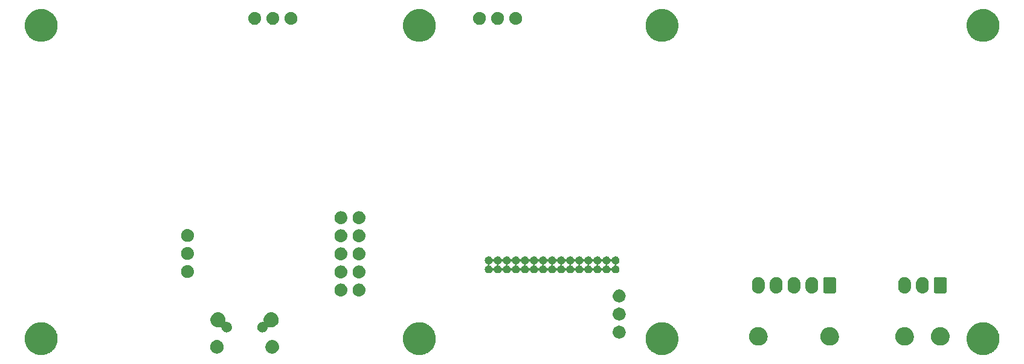
<source format=gbr>
G04 #@! TF.GenerationSoftware,KiCad,Pcbnew,6.0.0-unknown-772dff7~100~ubuntu18.04.1*
G04 #@! TF.CreationDate,2019-07-09T14:46:37+08:00*
G04 #@! TF.ProjectId,backpack,6261636b-7061-4636-9b2e-6b696361645f,rev?*
G04 #@! TF.SameCoordinates,Original*
G04 #@! TF.FileFunction,Soldermask,Bot*
G04 #@! TF.FilePolarity,Negative*
%FSLAX46Y46*%
G04 Gerber Fmt 4.6, Leading zero omitted, Abs format (unit mm)*
G04 Created by KiCad (PCBNEW 6.0.0-unknown-772dff7~100~ubuntu18.04.1) date 2019-07-09 14:46:37*
%MOMM*%
%LPD*%
G04 APERTURE LIST*
%ADD10C,0.100000*%
G04 APERTURE END LIST*
D10*
G36*
X136051711Y-114699045D02*
G01*
X136152823Y-114699133D01*
X136200034Y-114705390D01*
X136245022Y-114707315D01*
X136347772Y-114724971D01*
X136451839Y-114738764D01*
X136493979Y-114750095D01*
X136534350Y-114757032D01*
X136638002Y-114788820D01*
X136743124Y-114817086D01*
X136779727Y-114832285D01*
X136815024Y-114843110D01*
X136917660Y-114889560D01*
X137021694Y-114932759D01*
X137052533Y-114950599D01*
X137082476Y-114964151D01*
X137181998Y-115025497D01*
X137282783Y-115083802D01*
X137307856Y-115103076D01*
X137332387Y-115118197D01*
X137426685Y-115194422D01*
X137521922Y-115267632D01*
X137541433Y-115287177D01*
X137560702Y-115302753D01*
X137647649Y-115393579D01*
X137735021Y-115481104D01*
X137749372Y-115499840D01*
X137763709Y-115514817D01*
X137841159Y-115619676D01*
X137918434Y-115720564D01*
X137928215Y-115737539D01*
X137938127Y-115750959D01*
X138004011Y-115869087D01*
X138069021Y-115981915D01*
X138074973Y-115996319D01*
X138081130Y-116007359D01*
X138133536Y-116138052D01*
X138184207Y-116260687D01*
X138187192Y-116271864D01*
X138190388Y-116279836D01*
X138227525Y-116422916D01*
X138262021Y-116552108D01*
X138263000Y-116559595D01*
X138264141Y-116563991D01*
X138284429Y-116723467D01*
X138301131Y-116851193D01*
X138300867Y-117152823D01*
X138293626Y-117207455D01*
X138292897Y-117242262D01*
X138275284Y-117345847D01*
X138261236Y-117451839D01*
X138250425Y-117492044D01*
X138243898Y-117530433D01*
X138211677Y-117636153D01*
X138182914Y-117743124D01*
X138168480Y-117777884D01*
X138158308Y-117811260D01*
X138111164Y-117915916D01*
X138067241Y-118021694D01*
X138050406Y-118050795D01*
X138037736Y-118078921D01*
X137975427Y-118180401D01*
X137916198Y-118282783D01*
X137898145Y-118306268D01*
X137884124Y-118329103D01*
X137806678Y-118425255D01*
X137732368Y-118521922D01*
X137714241Y-118540017D01*
X137699971Y-118557734D01*
X137607659Y-118646413D01*
X137518896Y-118735021D01*
X137501751Y-118748153D01*
X137488255Y-118761118D01*
X137381597Y-118840184D01*
X137279436Y-118918434D01*
X137264193Y-118927217D01*
X137252419Y-118935945D01*
X137132107Y-119003323D01*
X137018085Y-119069021D01*
X137005537Y-119074206D01*
X136996278Y-119079391D01*
X136862698Y-119133226D01*
X136739313Y-119184207D01*
X136730079Y-119186673D01*
X136723984Y-119189129D01*
X136576069Y-119227796D01*
X136447892Y-119262021D01*
X136442394Y-119262740D01*
X136439957Y-119263377D01*
X136260636Y-119286508D01*
X136148807Y-119301131D01*
X136036053Y-119301032D01*
X135855224Y-119301190D01*
X135852723Y-119300872D01*
X135847177Y-119300867D01*
X135715561Y-119283423D01*
X135563991Y-119264141D01*
X135557638Y-119262492D01*
X135548161Y-119261236D01*
X135419180Y-119226555D01*
X135279836Y-119190388D01*
X135269992Y-119186441D01*
X135256876Y-119182914D01*
X135135363Y-119132457D01*
X135007359Y-119081130D01*
X134994551Y-119073987D01*
X134978306Y-119067241D01*
X134866895Y-119002788D01*
X134750959Y-118938127D01*
X134735913Y-118927014D01*
X134717217Y-118916198D01*
X134617774Y-118839755D01*
X134514817Y-118763709D01*
X134498382Y-118747976D01*
X134478078Y-118732368D01*
X134391956Y-118646095D01*
X134302753Y-118560702D01*
X134285902Y-118539856D01*
X134264979Y-118518896D01*
X134193063Y-118425004D01*
X134118197Y-118332387D01*
X134102012Y-118306130D01*
X134081566Y-118279436D01*
X134024375Y-118180178D01*
X133964151Y-118082476D01*
X133949766Y-118050690D01*
X133930979Y-118018085D01*
X133888690Y-117915737D01*
X133843110Y-117815024D01*
X133831690Y-117777786D01*
X133815793Y-117739313D01*
X133788210Y-117636011D01*
X133757032Y-117534350D01*
X133749752Y-117491981D01*
X133737979Y-117447892D01*
X133724618Y-117345717D01*
X133707315Y-117245022D01*
X133705304Y-117198017D01*
X133698869Y-117148807D01*
X133698956Y-117049638D01*
X133694766Y-116951707D01*
X133699086Y-116900791D01*
X133699133Y-116847177D01*
X133711645Y-116752774D01*
X133719585Y-116659194D01*
X133731195Y-116605269D01*
X133738764Y-116548161D01*
X133762481Y-116459957D01*
X133781376Y-116372194D01*
X133801088Y-116316374D01*
X133817086Y-116256876D01*
X133850600Y-116176166D01*
X133879132Y-116095369D01*
X133907614Y-116038862D01*
X133932759Y-115978306D01*
X133974532Y-115906099D01*
X134011265Y-115833221D01*
X134048971Y-115777425D01*
X134083802Y-115717217D01*
X134132244Y-115654200D01*
X134175647Y-115589974D01*
X134222822Y-115536370D01*
X134267632Y-115478078D01*
X134321067Y-115424737D01*
X134369595Y-115369595D01*
X134426269Y-115319718D01*
X134481104Y-115264979D01*
X134537892Y-115221482D01*
X134589974Y-115175647D01*
X134655896Y-115131098D01*
X134720564Y-115081566D01*
X134779107Y-115047834D01*
X134833221Y-115011265D01*
X134907923Y-114973612D01*
X134981915Y-114930979D01*
X135040675Y-114906700D01*
X135095369Y-114879132D01*
X135178104Y-114849916D01*
X135260687Y-114815793D01*
X135318280Y-114800415D01*
X135372194Y-114781376D01*
X135461970Y-114762047D01*
X135552108Y-114737979D01*
X135607252Y-114730768D01*
X135659194Y-114719585D01*
X135754818Y-114711472D01*
X135851193Y-114698869D01*
X135902817Y-114698914D01*
X135951707Y-114694766D01*
X136051711Y-114699045D01*
X136051711Y-114699045D01*
G37*
G36*
X170051711Y-114699045D02*
G01*
X170152823Y-114699133D01*
X170200034Y-114705390D01*
X170245022Y-114707315D01*
X170347772Y-114724971D01*
X170451839Y-114738764D01*
X170493979Y-114750095D01*
X170534350Y-114757032D01*
X170638002Y-114788820D01*
X170743124Y-114817086D01*
X170779727Y-114832285D01*
X170815024Y-114843110D01*
X170917660Y-114889560D01*
X171021694Y-114932759D01*
X171052533Y-114950599D01*
X171082476Y-114964151D01*
X171181998Y-115025497D01*
X171282783Y-115083802D01*
X171307856Y-115103076D01*
X171332387Y-115118197D01*
X171426685Y-115194422D01*
X171521922Y-115267632D01*
X171541433Y-115287177D01*
X171560702Y-115302753D01*
X171647649Y-115393579D01*
X171735021Y-115481104D01*
X171749372Y-115499840D01*
X171763709Y-115514817D01*
X171841159Y-115619676D01*
X171918434Y-115720564D01*
X171928215Y-115737539D01*
X171938127Y-115750959D01*
X172004011Y-115869087D01*
X172069021Y-115981915D01*
X172074973Y-115996319D01*
X172081130Y-116007359D01*
X172133536Y-116138052D01*
X172184207Y-116260687D01*
X172187192Y-116271864D01*
X172190388Y-116279836D01*
X172227525Y-116422916D01*
X172262021Y-116552108D01*
X172263000Y-116559595D01*
X172264141Y-116563991D01*
X172284429Y-116723467D01*
X172301131Y-116851193D01*
X172300867Y-117152823D01*
X172293626Y-117207455D01*
X172292897Y-117242262D01*
X172275284Y-117345847D01*
X172261236Y-117451839D01*
X172250425Y-117492044D01*
X172243898Y-117530433D01*
X172211677Y-117636153D01*
X172182914Y-117743124D01*
X172168480Y-117777884D01*
X172158308Y-117811260D01*
X172111164Y-117915916D01*
X172067241Y-118021694D01*
X172050406Y-118050795D01*
X172037736Y-118078921D01*
X171975427Y-118180401D01*
X171916198Y-118282783D01*
X171898145Y-118306268D01*
X171884124Y-118329103D01*
X171806678Y-118425255D01*
X171732368Y-118521922D01*
X171714241Y-118540017D01*
X171699971Y-118557734D01*
X171607659Y-118646413D01*
X171518896Y-118735021D01*
X171501751Y-118748153D01*
X171488255Y-118761118D01*
X171381597Y-118840184D01*
X171279436Y-118918434D01*
X171264193Y-118927217D01*
X171252419Y-118935945D01*
X171132107Y-119003323D01*
X171018085Y-119069021D01*
X171005537Y-119074206D01*
X170996278Y-119079391D01*
X170862698Y-119133226D01*
X170739313Y-119184207D01*
X170730079Y-119186673D01*
X170723984Y-119189129D01*
X170576069Y-119227796D01*
X170447892Y-119262021D01*
X170442394Y-119262740D01*
X170439957Y-119263377D01*
X170260636Y-119286508D01*
X170148807Y-119301131D01*
X170036053Y-119301032D01*
X169855224Y-119301190D01*
X169852723Y-119300872D01*
X169847177Y-119300867D01*
X169715561Y-119283423D01*
X169563991Y-119264141D01*
X169557638Y-119262492D01*
X169548161Y-119261236D01*
X169419180Y-119226555D01*
X169279836Y-119190388D01*
X169269992Y-119186441D01*
X169256876Y-119182914D01*
X169135363Y-119132457D01*
X169007359Y-119081130D01*
X168994551Y-119073987D01*
X168978306Y-119067241D01*
X168866895Y-119002788D01*
X168750959Y-118938127D01*
X168735913Y-118927014D01*
X168717217Y-118916198D01*
X168617774Y-118839755D01*
X168514817Y-118763709D01*
X168498382Y-118747976D01*
X168478078Y-118732368D01*
X168391956Y-118646095D01*
X168302753Y-118560702D01*
X168285902Y-118539856D01*
X168264979Y-118518896D01*
X168193063Y-118425004D01*
X168118197Y-118332387D01*
X168102012Y-118306130D01*
X168081566Y-118279436D01*
X168024375Y-118180178D01*
X167964151Y-118082476D01*
X167949766Y-118050690D01*
X167930979Y-118018085D01*
X167888690Y-117915737D01*
X167843110Y-117815024D01*
X167831690Y-117777786D01*
X167815793Y-117739313D01*
X167788210Y-117636011D01*
X167757032Y-117534350D01*
X167749752Y-117491981D01*
X167737979Y-117447892D01*
X167724618Y-117345717D01*
X167707315Y-117245022D01*
X167705304Y-117198017D01*
X167698869Y-117148807D01*
X167698956Y-117049638D01*
X167694766Y-116951707D01*
X167699086Y-116900791D01*
X167699133Y-116847177D01*
X167711645Y-116752774D01*
X167719585Y-116659194D01*
X167731195Y-116605269D01*
X167738764Y-116548161D01*
X167762481Y-116459957D01*
X167781376Y-116372194D01*
X167801088Y-116316374D01*
X167817086Y-116256876D01*
X167850600Y-116176166D01*
X167879132Y-116095369D01*
X167907614Y-116038862D01*
X167932759Y-115978306D01*
X167974532Y-115906099D01*
X168011265Y-115833221D01*
X168048971Y-115777425D01*
X168083802Y-115717217D01*
X168132244Y-115654200D01*
X168175647Y-115589974D01*
X168222822Y-115536370D01*
X168267632Y-115478078D01*
X168321067Y-115424737D01*
X168369595Y-115369595D01*
X168426269Y-115319718D01*
X168481104Y-115264979D01*
X168537892Y-115221482D01*
X168589974Y-115175647D01*
X168655896Y-115131098D01*
X168720564Y-115081566D01*
X168779107Y-115047834D01*
X168833221Y-115011265D01*
X168907923Y-114973612D01*
X168981915Y-114930979D01*
X169040675Y-114906700D01*
X169095369Y-114879132D01*
X169178104Y-114849916D01*
X169260687Y-114815793D01*
X169318280Y-114800415D01*
X169372194Y-114781376D01*
X169461970Y-114762047D01*
X169552108Y-114737979D01*
X169607252Y-114730768D01*
X169659194Y-114719585D01*
X169754818Y-114711472D01*
X169851193Y-114698869D01*
X169902817Y-114698914D01*
X169951707Y-114694766D01*
X170051711Y-114699045D01*
X170051711Y-114699045D01*
G37*
G36*
X215051711Y-114699045D02*
G01*
X215152823Y-114699133D01*
X215200034Y-114705390D01*
X215245022Y-114707315D01*
X215347772Y-114724971D01*
X215451839Y-114738764D01*
X215493979Y-114750095D01*
X215534350Y-114757032D01*
X215638002Y-114788820D01*
X215743124Y-114817086D01*
X215779727Y-114832285D01*
X215815024Y-114843110D01*
X215917660Y-114889560D01*
X216021694Y-114932759D01*
X216052533Y-114950599D01*
X216082476Y-114964151D01*
X216181998Y-115025497D01*
X216282783Y-115083802D01*
X216307856Y-115103076D01*
X216332387Y-115118197D01*
X216426685Y-115194422D01*
X216521922Y-115267632D01*
X216541433Y-115287177D01*
X216560702Y-115302753D01*
X216647649Y-115393579D01*
X216735021Y-115481104D01*
X216749372Y-115499840D01*
X216763709Y-115514817D01*
X216841159Y-115619676D01*
X216918434Y-115720564D01*
X216928215Y-115737539D01*
X216938127Y-115750959D01*
X217004011Y-115869087D01*
X217069021Y-115981915D01*
X217074973Y-115996319D01*
X217081130Y-116007359D01*
X217133536Y-116138052D01*
X217184207Y-116260687D01*
X217187192Y-116271864D01*
X217190388Y-116279836D01*
X217227525Y-116422916D01*
X217262021Y-116552108D01*
X217263000Y-116559595D01*
X217264141Y-116563991D01*
X217284429Y-116723467D01*
X217301131Y-116851193D01*
X217300867Y-117152823D01*
X217293626Y-117207455D01*
X217292897Y-117242262D01*
X217275284Y-117345847D01*
X217261236Y-117451839D01*
X217250425Y-117492044D01*
X217243898Y-117530433D01*
X217211677Y-117636153D01*
X217182914Y-117743124D01*
X217168480Y-117777884D01*
X217158308Y-117811260D01*
X217111164Y-117915916D01*
X217067241Y-118021694D01*
X217050406Y-118050795D01*
X217037736Y-118078921D01*
X216975427Y-118180401D01*
X216916198Y-118282783D01*
X216898145Y-118306268D01*
X216884124Y-118329103D01*
X216806678Y-118425255D01*
X216732368Y-118521922D01*
X216714241Y-118540017D01*
X216699971Y-118557734D01*
X216607659Y-118646413D01*
X216518896Y-118735021D01*
X216501751Y-118748153D01*
X216488255Y-118761118D01*
X216381597Y-118840184D01*
X216279436Y-118918434D01*
X216264193Y-118927217D01*
X216252419Y-118935945D01*
X216132107Y-119003323D01*
X216018085Y-119069021D01*
X216005537Y-119074206D01*
X215996278Y-119079391D01*
X215862698Y-119133226D01*
X215739313Y-119184207D01*
X215730079Y-119186673D01*
X215723984Y-119189129D01*
X215576069Y-119227796D01*
X215447892Y-119262021D01*
X215442394Y-119262740D01*
X215439957Y-119263377D01*
X215260636Y-119286508D01*
X215148807Y-119301131D01*
X215036053Y-119301032D01*
X214855224Y-119301190D01*
X214852723Y-119300872D01*
X214847177Y-119300867D01*
X214715561Y-119283423D01*
X214563991Y-119264141D01*
X214557638Y-119262492D01*
X214548161Y-119261236D01*
X214419180Y-119226555D01*
X214279836Y-119190388D01*
X214269992Y-119186441D01*
X214256876Y-119182914D01*
X214135363Y-119132457D01*
X214007359Y-119081130D01*
X213994551Y-119073987D01*
X213978306Y-119067241D01*
X213866895Y-119002788D01*
X213750959Y-118938127D01*
X213735913Y-118927014D01*
X213717217Y-118916198D01*
X213617774Y-118839755D01*
X213514817Y-118763709D01*
X213498382Y-118747976D01*
X213478078Y-118732368D01*
X213391956Y-118646095D01*
X213302753Y-118560702D01*
X213285902Y-118539856D01*
X213264979Y-118518896D01*
X213193063Y-118425004D01*
X213118197Y-118332387D01*
X213102012Y-118306130D01*
X213081566Y-118279436D01*
X213024375Y-118180178D01*
X212964151Y-118082476D01*
X212949766Y-118050690D01*
X212930979Y-118018085D01*
X212888690Y-117915737D01*
X212843110Y-117815024D01*
X212831690Y-117777786D01*
X212815793Y-117739313D01*
X212788210Y-117636011D01*
X212757032Y-117534350D01*
X212749752Y-117491981D01*
X212737979Y-117447892D01*
X212724618Y-117345717D01*
X212707315Y-117245022D01*
X212705304Y-117198017D01*
X212698869Y-117148807D01*
X212698956Y-117049638D01*
X212694766Y-116951707D01*
X212699086Y-116900791D01*
X212699133Y-116847177D01*
X212711645Y-116752774D01*
X212719585Y-116659194D01*
X212731195Y-116605269D01*
X212738764Y-116548161D01*
X212762481Y-116459957D01*
X212781376Y-116372194D01*
X212801088Y-116316374D01*
X212817086Y-116256876D01*
X212850600Y-116176166D01*
X212879132Y-116095369D01*
X212907614Y-116038862D01*
X212932759Y-115978306D01*
X212974532Y-115906099D01*
X213011265Y-115833221D01*
X213048971Y-115777425D01*
X213083802Y-115717217D01*
X213132244Y-115654200D01*
X213175647Y-115589974D01*
X213222822Y-115536370D01*
X213267632Y-115478078D01*
X213321067Y-115424737D01*
X213369595Y-115369595D01*
X213426269Y-115319718D01*
X213481104Y-115264979D01*
X213537892Y-115221482D01*
X213589974Y-115175647D01*
X213655896Y-115131098D01*
X213720564Y-115081566D01*
X213779107Y-115047834D01*
X213833221Y-115011265D01*
X213907923Y-114973612D01*
X213981915Y-114930979D01*
X214040675Y-114906700D01*
X214095369Y-114879132D01*
X214178104Y-114849916D01*
X214260687Y-114815793D01*
X214318280Y-114800415D01*
X214372194Y-114781376D01*
X214461970Y-114762047D01*
X214552108Y-114737979D01*
X214607252Y-114730768D01*
X214659194Y-114719585D01*
X214754818Y-114711472D01*
X214851193Y-114698869D01*
X214902817Y-114698914D01*
X214951707Y-114694766D01*
X215051711Y-114699045D01*
X215051711Y-114699045D01*
G37*
G36*
X83051711Y-114699045D02*
G01*
X83152823Y-114699133D01*
X83200034Y-114705390D01*
X83245022Y-114707315D01*
X83347772Y-114724971D01*
X83451839Y-114738764D01*
X83493979Y-114750095D01*
X83534350Y-114757032D01*
X83638002Y-114788820D01*
X83743124Y-114817086D01*
X83779727Y-114832285D01*
X83815024Y-114843110D01*
X83917660Y-114889560D01*
X84021694Y-114932759D01*
X84052533Y-114950599D01*
X84082476Y-114964151D01*
X84181998Y-115025497D01*
X84282783Y-115083802D01*
X84307856Y-115103076D01*
X84332387Y-115118197D01*
X84426685Y-115194422D01*
X84521922Y-115267632D01*
X84541433Y-115287177D01*
X84560702Y-115302753D01*
X84647649Y-115393579D01*
X84735021Y-115481104D01*
X84749372Y-115499840D01*
X84763709Y-115514817D01*
X84841159Y-115619676D01*
X84918434Y-115720564D01*
X84928215Y-115737539D01*
X84938127Y-115750959D01*
X85004011Y-115869087D01*
X85069021Y-115981915D01*
X85074973Y-115996319D01*
X85081130Y-116007359D01*
X85133536Y-116138052D01*
X85184207Y-116260687D01*
X85187192Y-116271864D01*
X85190388Y-116279836D01*
X85227525Y-116422916D01*
X85262021Y-116552108D01*
X85263000Y-116559595D01*
X85264141Y-116563991D01*
X85284429Y-116723467D01*
X85301131Y-116851193D01*
X85300867Y-117152823D01*
X85293626Y-117207455D01*
X85292897Y-117242262D01*
X85275284Y-117345847D01*
X85261236Y-117451839D01*
X85250425Y-117492044D01*
X85243898Y-117530433D01*
X85211677Y-117636153D01*
X85182914Y-117743124D01*
X85168480Y-117777884D01*
X85158308Y-117811260D01*
X85111164Y-117915916D01*
X85067241Y-118021694D01*
X85050406Y-118050795D01*
X85037736Y-118078921D01*
X84975427Y-118180401D01*
X84916198Y-118282783D01*
X84898145Y-118306268D01*
X84884124Y-118329103D01*
X84806678Y-118425255D01*
X84732368Y-118521922D01*
X84714241Y-118540017D01*
X84699971Y-118557734D01*
X84607659Y-118646413D01*
X84518896Y-118735021D01*
X84501751Y-118748153D01*
X84488255Y-118761118D01*
X84381597Y-118840184D01*
X84279436Y-118918434D01*
X84264193Y-118927217D01*
X84252419Y-118935945D01*
X84132107Y-119003323D01*
X84018085Y-119069021D01*
X84005537Y-119074206D01*
X83996278Y-119079391D01*
X83862698Y-119133226D01*
X83739313Y-119184207D01*
X83730079Y-119186673D01*
X83723984Y-119189129D01*
X83576069Y-119227796D01*
X83447892Y-119262021D01*
X83442394Y-119262740D01*
X83439957Y-119263377D01*
X83260636Y-119286508D01*
X83148807Y-119301131D01*
X83036053Y-119301032D01*
X82855224Y-119301190D01*
X82852723Y-119300872D01*
X82847177Y-119300867D01*
X82715561Y-119283423D01*
X82563991Y-119264141D01*
X82557638Y-119262492D01*
X82548161Y-119261236D01*
X82419180Y-119226555D01*
X82279836Y-119190388D01*
X82269992Y-119186441D01*
X82256876Y-119182914D01*
X82135363Y-119132457D01*
X82007359Y-119081130D01*
X81994551Y-119073987D01*
X81978306Y-119067241D01*
X81866895Y-119002788D01*
X81750959Y-118938127D01*
X81735913Y-118927014D01*
X81717217Y-118916198D01*
X81617774Y-118839755D01*
X81514817Y-118763709D01*
X81498382Y-118747976D01*
X81478078Y-118732368D01*
X81391956Y-118646095D01*
X81302753Y-118560702D01*
X81285902Y-118539856D01*
X81264979Y-118518896D01*
X81193063Y-118425004D01*
X81118197Y-118332387D01*
X81102012Y-118306130D01*
X81081566Y-118279436D01*
X81024375Y-118180178D01*
X80964151Y-118082476D01*
X80949766Y-118050690D01*
X80930979Y-118018085D01*
X80888690Y-117915737D01*
X80843110Y-117815024D01*
X80831690Y-117777786D01*
X80815793Y-117739313D01*
X80788210Y-117636011D01*
X80757032Y-117534350D01*
X80749752Y-117491981D01*
X80737979Y-117447892D01*
X80724618Y-117345717D01*
X80707315Y-117245022D01*
X80705304Y-117198017D01*
X80698869Y-117148807D01*
X80698956Y-117049638D01*
X80694766Y-116951707D01*
X80699086Y-116900791D01*
X80699133Y-116847177D01*
X80711645Y-116752774D01*
X80719585Y-116659194D01*
X80731195Y-116605269D01*
X80738764Y-116548161D01*
X80762481Y-116459957D01*
X80781376Y-116372194D01*
X80801088Y-116316374D01*
X80817086Y-116256876D01*
X80850600Y-116176166D01*
X80879132Y-116095369D01*
X80907614Y-116038862D01*
X80932759Y-115978306D01*
X80974532Y-115906099D01*
X81011265Y-115833221D01*
X81048971Y-115777425D01*
X81083802Y-115717217D01*
X81132244Y-115654200D01*
X81175647Y-115589974D01*
X81222822Y-115536370D01*
X81267632Y-115478078D01*
X81321067Y-115424737D01*
X81369595Y-115369595D01*
X81426269Y-115319718D01*
X81481104Y-115264979D01*
X81537892Y-115221482D01*
X81589974Y-115175647D01*
X81655896Y-115131098D01*
X81720564Y-115081566D01*
X81779107Y-115047834D01*
X81833221Y-115011265D01*
X81907923Y-114973612D01*
X81981915Y-114930979D01*
X82040675Y-114906700D01*
X82095369Y-114879132D01*
X82178104Y-114849916D01*
X82260687Y-114815793D01*
X82318280Y-114800415D01*
X82372194Y-114781376D01*
X82461970Y-114762047D01*
X82552108Y-114737979D01*
X82607252Y-114730768D01*
X82659194Y-114719585D01*
X82754818Y-114711472D01*
X82851193Y-114698869D01*
X82902817Y-114698914D01*
X82951707Y-114694766D01*
X83051711Y-114699045D01*
X83051711Y-114699045D01*
G37*
G36*
X115471675Y-117202627D02*
G01*
X115512905Y-117204680D01*
X115561080Y-117216468D01*
X115615954Y-117224963D01*
X115654728Y-117239383D01*
X115689176Y-117247812D01*
X115739544Y-117270925D01*
X115797037Y-117292307D01*
X115827173Y-117311138D01*
X115854107Y-117323498D01*
X115903922Y-117359097D01*
X115960880Y-117394688D01*
X115982387Y-117415168D01*
X116001749Y-117429005D01*
X116047931Y-117477585D01*
X116100790Y-117527922D01*
X116114404Y-117547511D01*
X116126782Y-117560531D01*
X116166083Y-117621866D01*
X116211052Y-117686569D01*
X116218145Y-117703119D01*
X116224683Y-117713322D01*
X116253818Y-117786349D01*
X116287162Y-117864146D01*
X116289606Y-117876051D01*
X116291928Y-117881872D01*
X116307813Y-117964748D01*
X116326010Y-118053400D01*
X116325988Y-118059580D01*
X116326056Y-118059932D01*
X116325404Y-118246704D01*
X116325335Y-118247053D01*
X116325313Y-118253237D01*
X116306491Y-118341785D01*
X116290034Y-118424522D01*
X116287671Y-118430327D01*
X116285144Y-118442215D01*
X116251246Y-118519806D01*
X116221613Y-118592599D01*
X116215009Y-118602748D01*
X116207797Y-118619257D01*
X116162357Y-118683672D01*
X116122645Y-118744707D01*
X116110180Y-118757637D01*
X116096430Y-118777129D01*
X116043221Y-118827096D01*
X115996704Y-118875349D01*
X115977248Y-118889048D01*
X115955593Y-118909384D01*
X115898380Y-118944582D01*
X115848323Y-118979828D01*
X115821302Y-118992000D01*
X115791039Y-119010618D01*
X115733399Y-119031597D01*
X115682868Y-119054360D01*
X115648362Y-119062549D01*
X115609490Y-119076697D01*
X115554568Y-119084807D01*
X115506307Y-119096260D01*
X115465057Y-119098025D01*
X115418363Y-119104920D01*
X115368741Y-119102146D01*
X115325000Y-119104017D01*
X115278403Y-119097095D01*
X115225464Y-119094135D01*
X115183057Y-119082931D01*
X115145504Y-119077352D01*
X115095566Y-119059815D01*
X115038673Y-119044783D01*
X115004600Y-119027869D01*
X114974288Y-119017224D01*
X114923557Y-118987639D01*
X114865621Y-118958879D01*
X114840245Y-118939053D01*
X114817528Y-118925805D01*
X114768930Y-118883335D01*
X114713378Y-118839933D01*
X114696292Y-118819857D01*
X114680884Y-118806392D01*
X114637628Y-118750928D01*
X114588161Y-118692804D01*
X114578277Y-118674825D01*
X114569285Y-118663295D01*
X114534661Y-118595488D01*
X114495086Y-118523501D01*
X114490749Y-118509492D01*
X114486760Y-118501679D01*
X114463983Y-118423022D01*
X114437955Y-118338941D01*
X114437095Y-118330173D01*
X114436285Y-118327375D01*
X114428295Y-118240423D01*
X114419102Y-118146663D01*
X114428949Y-118052976D01*
X114437546Y-117966079D01*
X114438376Y-117963287D01*
X114439297Y-117954521D01*
X114465920Y-117870594D01*
X114489237Y-117792129D01*
X114493280Y-117784346D01*
X114497715Y-117770365D01*
X114537811Y-117698621D01*
X114572891Y-117631090D01*
X114581956Y-117619632D01*
X114591969Y-117601716D01*
X114641849Y-117543930D01*
X114685484Y-117488776D01*
X114700984Y-117475420D01*
X114718210Y-117455464D01*
X114774069Y-117412447D01*
X114822959Y-117370321D01*
X114845768Y-117357232D01*
X114871281Y-117337584D01*
X114929401Y-117309237D01*
X114980350Y-117279999D01*
X115010746Y-117269562D01*
X115044928Y-117252891D01*
X115101921Y-117238258D01*
X115151983Y-117221069D01*
X115189572Y-117215753D01*
X115232059Y-117204844D01*
X115285020Y-117202254D01*
X115331663Y-117195657D01*
X115375388Y-117197834D01*
X115425028Y-117195406D01*
X115471675Y-117202627D01*
X115471675Y-117202627D01*
G37*
G36*
X107721675Y-117202627D02*
G01*
X107762905Y-117204680D01*
X107811080Y-117216468D01*
X107865954Y-117224963D01*
X107904728Y-117239383D01*
X107939176Y-117247812D01*
X107989544Y-117270925D01*
X108047037Y-117292307D01*
X108077173Y-117311138D01*
X108104107Y-117323498D01*
X108153922Y-117359097D01*
X108210880Y-117394688D01*
X108232387Y-117415168D01*
X108251749Y-117429005D01*
X108297931Y-117477585D01*
X108350790Y-117527922D01*
X108364404Y-117547511D01*
X108376782Y-117560531D01*
X108416083Y-117621866D01*
X108461052Y-117686569D01*
X108468145Y-117703119D01*
X108474683Y-117713322D01*
X108503818Y-117786349D01*
X108537162Y-117864146D01*
X108539606Y-117876051D01*
X108541928Y-117881872D01*
X108557813Y-117964748D01*
X108576010Y-118053400D01*
X108575988Y-118059580D01*
X108576056Y-118059932D01*
X108575404Y-118246704D01*
X108575335Y-118247053D01*
X108575313Y-118253237D01*
X108556491Y-118341785D01*
X108540034Y-118424522D01*
X108537671Y-118430327D01*
X108535144Y-118442215D01*
X108501246Y-118519806D01*
X108471613Y-118592599D01*
X108465009Y-118602748D01*
X108457797Y-118619257D01*
X108412357Y-118683672D01*
X108372645Y-118744707D01*
X108360180Y-118757637D01*
X108346430Y-118777129D01*
X108293221Y-118827096D01*
X108246704Y-118875349D01*
X108227248Y-118889048D01*
X108205593Y-118909384D01*
X108148380Y-118944582D01*
X108098323Y-118979828D01*
X108071302Y-118992000D01*
X108041039Y-119010618D01*
X107983399Y-119031597D01*
X107932868Y-119054360D01*
X107898362Y-119062549D01*
X107859490Y-119076697D01*
X107804568Y-119084807D01*
X107756307Y-119096260D01*
X107715057Y-119098025D01*
X107668363Y-119104920D01*
X107618741Y-119102146D01*
X107575000Y-119104017D01*
X107528403Y-119097095D01*
X107475464Y-119094135D01*
X107433057Y-119082931D01*
X107395504Y-119077352D01*
X107345566Y-119059815D01*
X107288673Y-119044783D01*
X107254600Y-119027869D01*
X107224288Y-119017224D01*
X107173557Y-118987639D01*
X107115621Y-118958879D01*
X107090245Y-118939053D01*
X107067528Y-118925805D01*
X107018930Y-118883335D01*
X106963378Y-118839933D01*
X106946292Y-118819857D01*
X106930884Y-118806392D01*
X106887628Y-118750928D01*
X106838161Y-118692804D01*
X106828277Y-118674825D01*
X106819285Y-118663295D01*
X106784661Y-118595488D01*
X106745086Y-118523501D01*
X106740749Y-118509492D01*
X106736760Y-118501679D01*
X106713983Y-118423022D01*
X106687955Y-118338941D01*
X106687095Y-118330173D01*
X106686285Y-118327375D01*
X106678295Y-118240423D01*
X106669102Y-118146663D01*
X106678949Y-118052976D01*
X106687546Y-117966079D01*
X106688376Y-117963287D01*
X106689297Y-117954521D01*
X106715920Y-117870594D01*
X106739237Y-117792129D01*
X106743280Y-117784346D01*
X106747715Y-117770365D01*
X106787811Y-117698621D01*
X106822891Y-117631090D01*
X106831956Y-117619632D01*
X106841969Y-117601716D01*
X106891849Y-117543930D01*
X106935484Y-117488776D01*
X106950984Y-117475420D01*
X106968210Y-117455464D01*
X107024069Y-117412447D01*
X107072959Y-117370321D01*
X107095768Y-117357232D01*
X107121281Y-117337584D01*
X107179401Y-117309237D01*
X107230350Y-117279999D01*
X107260746Y-117269562D01*
X107294928Y-117252891D01*
X107351921Y-117238258D01*
X107401983Y-117221069D01*
X107439572Y-117215753D01*
X107482059Y-117204844D01*
X107535020Y-117202254D01*
X107581663Y-117195657D01*
X107625388Y-117197834D01*
X107675028Y-117195406D01*
X107721675Y-117202627D01*
X107721675Y-117202627D01*
G37*
G36*
X204062163Y-115379001D02*
G01*
X204113823Y-115379001D01*
X204173518Y-115389527D01*
X204228934Y-115394765D01*
X204280515Y-115408393D01*
X204338010Y-115418531D01*
X204388660Y-115436966D01*
X204435774Y-115449414D01*
X204490780Y-115474135D01*
X204551926Y-115496390D01*
X204592766Y-115519969D01*
X204630911Y-115537112D01*
X204686971Y-115574358D01*
X204749073Y-115610213D01*
X204780019Y-115636179D01*
X204809100Y-115655501D01*
X204863480Y-115706211D01*
X204923460Y-115756540D01*
X204945074Y-115782299D01*
X204965564Y-115801406D01*
X205015316Y-115866010D01*
X205069787Y-115930927D01*
X205083202Y-115954163D01*
X205096093Y-115970902D01*
X205138128Y-116049298D01*
X205183610Y-116128074D01*
X205190462Y-116146899D01*
X205197190Y-116159447D01*
X205228443Y-116251252D01*
X205261469Y-116341990D01*
X205263764Y-116355007D01*
X205266133Y-116361965D01*
X205283667Y-116467884D01*
X205300999Y-116566177D01*
X205300999Y-116793823D01*
X205294489Y-116830743D01*
X205293972Y-116851903D01*
X205276550Y-116932481D01*
X205261469Y-117018010D01*
X205253066Y-117041098D01*
X205249086Y-117059504D01*
X205215393Y-117144603D01*
X205183610Y-117231926D01*
X205174729Y-117247308D01*
X205170332Y-117258414D01*
X205118836Y-117344118D01*
X205069787Y-117429073D01*
X205062752Y-117437457D01*
X205060148Y-117441791D01*
X204986706Y-117528086D01*
X204923460Y-117603460D01*
X204854806Y-117661067D01*
X204758089Y-117742799D01*
X204755713Y-117744215D01*
X204749073Y-117749787D01*
X204663103Y-117799422D01*
X204574325Y-117852344D01*
X204565341Y-117855865D01*
X204551926Y-117863610D01*
X204462837Y-117896036D01*
X204375137Y-117930405D01*
X204358962Y-117933843D01*
X204338010Y-117941469D01*
X204250446Y-117956909D01*
X204165879Y-117974884D01*
X204142476Y-117975947D01*
X204113823Y-117980999D01*
X204031221Y-117980999D01*
X203952166Y-117984589D01*
X203922059Y-117980999D01*
X203886177Y-117980999D01*
X203811223Y-117967783D01*
X203739733Y-117959258D01*
X203704000Y-117948876D01*
X203661990Y-117941469D01*
X203596662Y-117917691D01*
X203534288Y-117899570D01*
X203494505Y-117880509D01*
X203448074Y-117863610D01*
X203393655Y-117832191D01*
X203341358Y-117807135D01*
X203299543Y-117777856D01*
X203250927Y-117749787D01*
X203207915Y-117713696D01*
X203166108Y-117684422D01*
X203124689Y-117643862D01*
X203076540Y-117603460D01*
X203044776Y-117565604D01*
X203013260Y-117534742D01*
X202974897Y-117482325D01*
X202930213Y-117429073D01*
X202908886Y-117392133D01*
X202886907Y-117362103D01*
X202854446Y-117297840D01*
X202816390Y-117231926D01*
X202804117Y-117198206D01*
X202790450Y-117171150D01*
X202766789Y-117095648D01*
X202738531Y-117018010D01*
X202733478Y-116989355D01*
X202726474Y-116967004D01*
X202714444Y-116881406D01*
X202699001Y-116793823D01*
X202699001Y-116771521D01*
X202696700Y-116755148D01*
X202699001Y-116660998D01*
X202699001Y-116566177D01*
X202701691Y-116550920D01*
X202701927Y-116541275D01*
X202721288Y-116439779D01*
X202738531Y-116341990D01*
X202741497Y-116333842D01*
X202742014Y-116331130D01*
X202785709Y-116212369D01*
X202816390Y-116128074D01*
X202865544Y-116042937D01*
X202921557Y-115944337D01*
X202924740Y-115940406D01*
X202930213Y-115930927D01*
X202993280Y-115855766D01*
X203056192Y-115778076D01*
X203065122Y-115770148D01*
X203076540Y-115756540D01*
X203147724Y-115696810D01*
X203216173Y-115636038D01*
X203232111Y-115626001D01*
X203250927Y-115610213D01*
X203326133Y-115566793D01*
X203397201Y-115522039D01*
X203420914Y-115512071D01*
X203448074Y-115496390D01*
X203523682Y-115468871D01*
X203594423Y-115439134D01*
X203626151Y-115431575D01*
X203661990Y-115418531D01*
X203734784Y-115405696D01*
X203802531Y-115389556D01*
X203841947Y-115386800D01*
X203886177Y-115379001D01*
X203953484Y-115379001D01*
X204015953Y-115374633D01*
X204062163Y-115379001D01*
X204062163Y-115379001D01*
G37*
G36*
X209062163Y-115379001D02*
G01*
X209113823Y-115379001D01*
X209173518Y-115389527D01*
X209228934Y-115394765D01*
X209280515Y-115408393D01*
X209338010Y-115418531D01*
X209388660Y-115436966D01*
X209435774Y-115449414D01*
X209490780Y-115474135D01*
X209551926Y-115496390D01*
X209592766Y-115519969D01*
X209630911Y-115537112D01*
X209686971Y-115574358D01*
X209749073Y-115610213D01*
X209780019Y-115636179D01*
X209809100Y-115655501D01*
X209863480Y-115706211D01*
X209923460Y-115756540D01*
X209945074Y-115782299D01*
X209965564Y-115801406D01*
X210015316Y-115866010D01*
X210069787Y-115930927D01*
X210083202Y-115954163D01*
X210096093Y-115970902D01*
X210138128Y-116049298D01*
X210183610Y-116128074D01*
X210190462Y-116146899D01*
X210197190Y-116159447D01*
X210228443Y-116251252D01*
X210261469Y-116341990D01*
X210263764Y-116355007D01*
X210266133Y-116361965D01*
X210283667Y-116467884D01*
X210300999Y-116566177D01*
X210300999Y-116793823D01*
X210294489Y-116830743D01*
X210293972Y-116851903D01*
X210276550Y-116932481D01*
X210261469Y-117018010D01*
X210253066Y-117041098D01*
X210249086Y-117059504D01*
X210215393Y-117144603D01*
X210183610Y-117231926D01*
X210174729Y-117247308D01*
X210170332Y-117258414D01*
X210118836Y-117344118D01*
X210069787Y-117429073D01*
X210062752Y-117437457D01*
X210060148Y-117441791D01*
X209986706Y-117528086D01*
X209923460Y-117603460D01*
X209854806Y-117661067D01*
X209758089Y-117742799D01*
X209755713Y-117744215D01*
X209749073Y-117749787D01*
X209663103Y-117799422D01*
X209574325Y-117852344D01*
X209565341Y-117855865D01*
X209551926Y-117863610D01*
X209462837Y-117896036D01*
X209375137Y-117930405D01*
X209358962Y-117933843D01*
X209338010Y-117941469D01*
X209250446Y-117956909D01*
X209165879Y-117974884D01*
X209142476Y-117975947D01*
X209113823Y-117980999D01*
X209031221Y-117980999D01*
X208952166Y-117984589D01*
X208922059Y-117980999D01*
X208886177Y-117980999D01*
X208811223Y-117967783D01*
X208739733Y-117959258D01*
X208704000Y-117948876D01*
X208661990Y-117941469D01*
X208596662Y-117917691D01*
X208534288Y-117899570D01*
X208494505Y-117880509D01*
X208448074Y-117863610D01*
X208393655Y-117832191D01*
X208341358Y-117807135D01*
X208299543Y-117777856D01*
X208250927Y-117749787D01*
X208207915Y-117713696D01*
X208166108Y-117684422D01*
X208124689Y-117643862D01*
X208076540Y-117603460D01*
X208044776Y-117565604D01*
X208013260Y-117534742D01*
X207974897Y-117482325D01*
X207930213Y-117429073D01*
X207908886Y-117392133D01*
X207886907Y-117362103D01*
X207854446Y-117297840D01*
X207816390Y-117231926D01*
X207804117Y-117198206D01*
X207790450Y-117171150D01*
X207766789Y-117095648D01*
X207738531Y-117018010D01*
X207733478Y-116989355D01*
X207726474Y-116967004D01*
X207714444Y-116881406D01*
X207699001Y-116793823D01*
X207699001Y-116771521D01*
X207696700Y-116755148D01*
X207699001Y-116660998D01*
X207699001Y-116566177D01*
X207701691Y-116550920D01*
X207701927Y-116541275D01*
X207721288Y-116439779D01*
X207738531Y-116341990D01*
X207741497Y-116333842D01*
X207742014Y-116331130D01*
X207785709Y-116212369D01*
X207816390Y-116128074D01*
X207865544Y-116042937D01*
X207921557Y-115944337D01*
X207924740Y-115940406D01*
X207930213Y-115930927D01*
X207993280Y-115855766D01*
X208056192Y-115778076D01*
X208065122Y-115770148D01*
X208076540Y-115756540D01*
X208147724Y-115696810D01*
X208216173Y-115636038D01*
X208232111Y-115626001D01*
X208250927Y-115610213D01*
X208326133Y-115566793D01*
X208397201Y-115522039D01*
X208420914Y-115512071D01*
X208448074Y-115496390D01*
X208523682Y-115468871D01*
X208594423Y-115439134D01*
X208626151Y-115431575D01*
X208661990Y-115418531D01*
X208734784Y-115405696D01*
X208802531Y-115389556D01*
X208841947Y-115386800D01*
X208886177Y-115379001D01*
X208953484Y-115379001D01*
X209015953Y-115374633D01*
X209062163Y-115379001D01*
X209062163Y-115379001D01*
G37*
G36*
X193562163Y-115379001D02*
G01*
X193613823Y-115379001D01*
X193673518Y-115389527D01*
X193728934Y-115394765D01*
X193780515Y-115408393D01*
X193838010Y-115418531D01*
X193888660Y-115436966D01*
X193935774Y-115449414D01*
X193990780Y-115474135D01*
X194051926Y-115496390D01*
X194092766Y-115519969D01*
X194130911Y-115537112D01*
X194186971Y-115574358D01*
X194249073Y-115610213D01*
X194280019Y-115636179D01*
X194309100Y-115655501D01*
X194363480Y-115706211D01*
X194423460Y-115756540D01*
X194445074Y-115782299D01*
X194465564Y-115801406D01*
X194515316Y-115866010D01*
X194569787Y-115930927D01*
X194583202Y-115954163D01*
X194596093Y-115970902D01*
X194638128Y-116049298D01*
X194683610Y-116128074D01*
X194690462Y-116146899D01*
X194697190Y-116159447D01*
X194728443Y-116251252D01*
X194761469Y-116341990D01*
X194763764Y-116355007D01*
X194766133Y-116361965D01*
X194783667Y-116467884D01*
X194800999Y-116566177D01*
X194800999Y-116793823D01*
X194794489Y-116830743D01*
X194793972Y-116851903D01*
X194776550Y-116932481D01*
X194761469Y-117018010D01*
X194753066Y-117041098D01*
X194749086Y-117059504D01*
X194715393Y-117144603D01*
X194683610Y-117231926D01*
X194674729Y-117247308D01*
X194670332Y-117258414D01*
X194618836Y-117344118D01*
X194569787Y-117429073D01*
X194562752Y-117437457D01*
X194560148Y-117441791D01*
X194486706Y-117528086D01*
X194423460Y-117603460D01*
X194354806Y-117661067D01*
X194258089Y-117742799D01*
X194255713Y-117744215D01*
X194249073Y-117749787D01*
X194163103Y-117799422D01*
X194074325Y-117852344D01*
X194065341Y-117855865D01*
X194051926Y-117863610D01*
X193962837Y-117896036D01*
X193875137Y-117930405D01*
X193858962Y-117933843D01*
X193838010Y-117941469D01*
X193750446Y-117956909D01*
X193665879Y-117974884D01*
X193642476Y-117975947D01*
X193613823Y-117980999D01*
X193531221Y-117980999D01*
X193452166Y-117984589D01*
X193422059Y-117980999D01*
X193386177Y-117980999D01*
X193311223Y-117967783D01*
X193239733Y-117959258D01*
X193204000Y-117948876D01*
X193161990Y-117941469D01*
X193096662Y-117917691D01*
X193034288Y-117899570D01*
X192994505Y-117880509D01*
X192948074Y-117863610D01*
X192893655Y-117832191D01*
X192841358Y-117807135D01*
X192799543Y-117777856D01*
X192750927Y-117749787D01*
X192707915Y-117713696D01*
X192666108Y-117684422D01*
X192624689Y-117643862D01*
X192576540Y-117603460D01*
X192544776Y-117565604D01*
X192513260Y-117534742D01*
X192474897Y-117482325D01*
X192430213Y-117429073D01*
X192408886Y-117392133D01*
X192386907Y-117362103D01*
X192354446Y-117297840D01*
X192316390Y-117231926D01*
X192304117Y-117198206D01*
X192290450Y-117171150D01*
X192266789Y-117095648D01*
X192238531Y-117018010D01*
X192233478Y-116989355D01*
X192226474Y-116967004D01*
X192214444Y-116881406D01*
X192199001Y-116793823D01*
X192199001Y-116771521D01*
X192196700Y-116755148D01*
X192199001Y-116660998D01*
X192199001Y-116566177D01*
X192201691Y-116550920D01*
X192201927Y-116541275D01*
X192221288Y-116439779D01*
X192238531Y-116341990D01*
X192241497Y-116333842D01*
X192242014Y-116331130D01*
X192285709Y-116212369D01*
X192316390Y-116128074D01*
X192365544Y-116042937D01*
X192421557Y-115944337D01*
X192424740Y-115940406D01*
X192430213Y-115930927D01*
X192493280Y-115855766D01*
X192556192Y-115778076D01*
X192565122Y-115770148D01*
X192576540Y-115756540D01*
X192647724Y-115696810D01*
X192716173Y-115636038D01*
X192732111Y-115626001D01*
X192750927Y-115610213D01*
X192826133Y-115566793D01*
X192897201Y-115522039D01*
X192920914Y-115512071D01*
X192948074Y-115496390D01*
X193023682Y-115468871D01*
X193094423Y-115439134D01*
X193126151Y-115431575D01*
X193161990Y-115418531D01*
X193234784Y-115405696D01*
X193302531Y-115389556D01*
X193341947Y-115386800D01*
X193386177Y-115379001D01*
X193453484Y-115379001D01*
X193515953Y-115374633D01*
X193562163Y-115379001D01*
X193562163Y-115379001D01*
G37*
G36*
X183562163Y-115379001D02*
G01*
X183613823Y-115379001D01*
X183673518Y-115389527D01*
X183728934Y-115394765D01*
X183780515Y-115408393D01*
X183838010Y-115418531D01*
X183888660Y-115436966D01*
X183935774Y-115449414D01*
X183990780Y-115474135D01*
X184051926Y-115496390D01*
X184092766Y-115519969D01*
X184130911Y-115537112D01*
X184186971Y-115574358D01*
X184249073Y-115610213D01*
X184280019Y-115636179D01*
X184309100Y-115655501D01*
X184363480Y-115706211D01*
X184423460Y-115756540D01*
X184445074Y-115782299D01*
X184465564Y-115801406D01*
X184515316Y-115866010D01*
X184569787Y-115930927D01*
X184583202Y-115954163D01*
X184596093Y-115970902D01*
X184638128Y-116049298D01*
X184683610Y-116128074D01*
X184690462Y-116146899D01*
X184697190Y-116159447D01*
X184728443Y-116251252D01*
X184761469Y-116341990D01*
X184763764Y-116355007D01*
X184766133Y-116361965D01*
X184783667Y-116467884D01*
X184800999Y-116566177D01*
X184800999Y-116793823D01*
X184794489Y-116830743D01*
X184793972Y-116851903D01*
X184776550Y-116932481D01*
X184761469Y-117018010D01*
X184753066Y-117041098D01*
X184749086Y-117059504D01*
X184715393Y-117144603D01*
X184683610Y-117231926D01*
X184674729Y-117247308D01*
X184670332Y-117258414D01*
X184618836Y-117344118D01*
X184569787Y-117429073D01*
X184562752Y-117437457D01*
X184560148Y-117441791D01*
X184486706Y-117528086D01*
X184423460Y-117603460D01*
X184354806Y-117661067D01*
X184258089Y-117742799D01*
X184255713Y-117744215D01*
X184249073Y-117749787D01*
X184163103Y-117799422D01*
X184074325Y-117852344D01*
X184065341Y-117855865D01*
X184051926Y-117863610D01*
X183962837Y-117896036D01*
X183875137Y-117930405D01*
X183858962Y-117933843D01*
X183838010Y-117941469D01*
X183750446Y-117956909D01*
X183665879Y-117974884D01*
X183642476Y-117975947D01*
X183613823Y-117980999D01*
X183531221Y-117980999D01*
X183452166Y-117984589D01*
X183422059Y-117980999D01*
X183386177Y-117980999D01*
X183311223Y-117967783D01*
X183239733Y-117959258D01*
X183204000Y-117948876D01*
X183161990Y-117941469D01*
X183096662Y-117917691D01*
X183034288Y-117899570D01*
X182994505Y-117880509D01*
X182948074Y-117863610D01*
X182893655Y-117832191D01*
X182841358Y-117807135D01*
X182799543Y-117777856D01*
X182750927Y-117749787D01*
X182707915Y-117713696D01*
X182666108Y-117684422D01*
X182624689Y-117643862D01*
X182576540Y-117603460D01*
X182544776Y-117565604D01*
X182513260Y-117534742D01*
X182474897Y-117482325D01*
X182430213Y-117429073D01*
X182408886Y-117392133D01*
X182386907Y-117362103D01*
X182354446Y-117297840D01*
X182316390Y-117231926D01*
X182304117Y-117198206D01*
X182290450Y-117171150D01*
X182266789Y-117095648D01*
X182238531Y-117018010D01*
X182233478Y-116989355D01*
X182226474Y-116967004D01*
X182214444Y-116881406D01*
X182199001Y-116793823D01*
X182199001Y-116771521D01*
X182196700Y-116755148D01*
X182199001Y-116660998D01*
X182199001Y-116566177D01*
X182201691Y-116550920D01*
X182201927Y-116541275D01*
X182221288Y-116439779D01*
X182238531Y-116341990D01*
X182241497Y-116333842D01*
X182242014Y-116331130D01*
X182285709Y-116212369D01*
X182316390Y-116128074D01*
X182365544Y-116042937D01*
X182421557Y-115944337D01*
X182424740Y-115940406D01*
X182430213Y-115930927D01*
X182493280Y-115855766D01*
X182556192Y-115778076D01*
X182565122Y-115770148D01*
X182576540Y-115756540D01*
X182647724Y-115696810D01*
X182716173Y-115636038D01*
X182732111Y-115626001D01*
X182750927Y-115610213D01*
X182826133Y-115566793D01*
X182897201Y-115522039D01*
X182920914Y-115512071D01*
X182948074Y-115496390D01*
X183023682Y-115468871D01*
X183094423Y-115439134D01*
X183126151Y-115431575D01*
X183161990Y-115418531D01*
X183234784Y-115405696D01*
X183302531Y-115389556D01*
X183341947Y-115386800D01*
X183386177Y-115379001D01*
X183453484Y-115379001D01*
X183515953Y-115374633D01*
X183562163Y-115379001D01*
X183562163Y-115379001D01*
G37*
G36*
X164188360Y-115193835D02*
G01*
X164269397Y-115220166D01*
X164356663Y-115247848D01*
X164359655Y-115249493D01*
X164368488Y-115252363D01*
X164440466Y-115293919D01*
X164511499Y-115332970D01*
X164518986Y-115339253D01*
X164532511Y-115347061D01*
X164590259Y-115399057D01*
X164646857Y-115446549D01*
X164656962Y-115459118D01*
X164673261Y-115473793D01*
X164715454Y-115531867D01*
X164757579Y-115584260D01*
X164767994Y-115604182D01*
X164784586Y-115627019D01*
X164811297Y-115687012D01*
X164839439Y-115740843D01*
X164847582Y-115768510D01*
X164861621Y-115800042D01*
X164873992Y-115858241D01*
X164889328Y-115910349D01*
X164892518Y-115945401D01*
X164900999Y-115985301D01*
X164900999Y-116038592D01*
X164905343Y-116086324D01*
X164900999Y-116127653D01*
X164900999Y-116174699D01*
X164891217Y-116220721D01*
X164886873Y-116262047D01*
X164872702Y-116307827D01*
X164861621Y-116359958D01*
X164845028Y-116397226D01*
X164834622Y-116430843D01*
X164808789Y-116478620D01*
X164784586Y-116532981D01*
X164764298Y-116560905D01*
X164750580Y-116586276D01*
X164711859Y-116633082D01*
X164673261Y-116686207D01*
X164652284Y-116705095D01*
X164637952Y-116722419D01*
X164585845Y-116764917D01*
X164532511Y-116812939D01*
X164513524Y-116823901D01*
X164501025Y-116834095D01*
X164435780Y-116868786D01*
X164368488Y-116907637D01*
X164353636Y-116912463D01*
X164345003Y-116917053D01*
X164267430Y-116940473D01*
X164188360Y-116966165D01*
X164179114Y-116967137D01*
X164175851Y-116968122D01*
X164084710Y-116977059D01*
X164047211Y-116981000D01*
X163952789Y-116981000D01*
X163811640Y-116966165D01*
X163730603Y-116939834D01*
X163643337Y-116912152D01*
X163640345Y-116910507D01*
X163631512Y-116907637D01*
X163559534Y-116866081D01*
X163488501Y-116827030D01*
X163481014Y-116820747D01*
X163467489Y-116812939D01*
X163409741Y-116760943D01*
X163353143Y-116713451D01*
X163343038Y-116700882D01*
X163326739Y-116686207D01*
X163284546Y-116628133D01*
X163242421Y-116575740D01*
X163232006Y-116555818D01*
X163215414Y-116532981D01*
X163188703Y-116472988D01*
X163160561Y-116419157D01*
X163152418Y-116391490D01*
X163138379Y-116359958D01*
X163126008Y-116301759D01*
X163110672Y-116249651D01*
X163107482Y-116214599D01*
X163099001Y-116174699D01*
X163099001Y-116121408D01*
X163094657Y-116073676D01*
X163099001Y-116032347D01*
X163099001Y-115985301D01*
X163108783Y-115939279D01*
X163113127Y-115897953D01*
X163127298Y-115852173D01*
X163138379Y-115800042D01*
X163154972Y-115762774D01*
X163165378Y-115729157D01*
X163191211Y-115681380D01*
X163215414Y-115627019D01*
X163235702Y-115599095D01*
X163249420Y-115573724D01*
X163288141Y-115526918D01*
X163326739Y-115473793D01*
X163347716Y-115454905D01*
X163362048Y-115437581D01*
X163414155Y-115395083D01*
X163467489Y-115347061D01*
X163486476Y-115336099D01*
X163498975Y-115325905D01*
X163564220Y-115291214D01*
X163631512Y-115252363D01*
X163646364Y-115247537D01*
X163654997Y-115242947D01*
X163732570Y-115219527D01*
X163811640Y-115193835D01*
X163820886Y-115192863D01*
X163824149Y-115191878D01*
X163915290Y-115182941D01*
X163952789Y-115179000D01*
X164047211Y-115179000D01*
X164188360Y-115193835D01*
X164188360Y-115193835D01*
G37*
G36*
X107834591Y-113299345D02*
G01*
X107885391Y-113299700D01*
X107936051Y-113310099D01*
X107981828Y-113314951D01*
X108031287Y-113329648D01*
X108087293Y-113341145D01*
X108129069Y-113358706D01*
X108166981Y-113369972D01*
X108218722Y-113396392D01*
X108277300Y-113421016D01*
X108309564Y-113442779D01*
X108339015Y-113457817D01*
X108390254Y-113497205D01*
X108448174Y-113536273D01*
X108471070Y-113559330D01*
X108492158Y-113575540D01*
X108539764Y-113628504D01*
X108593407Y-113682523D01*
X108607831Y-113704233D01*
X108621284Y-113719200D01*
X108661922Y-113785646D01*
X108707468Y-113854198D01*
X108714950Y-113872350D01*
X108722065Y-113883984D01*
X108752378Y-113963158D01*
X108786011Y-114044758D01*
X108788572Y-114057693D01*
X108791132Y-114064379D01*
X108807931Y-114155461D01*
X108826045Y-114246944D01*
X108822757Y-114482363D01*
X108819234Y-114497869D01*
X108819069Y-114503976D01*
X108815493Y-114518814D01*
X108818949Y-114589161D01*
X108859889Y-114646473D01*
X108948263Y-114669242D01*
X108948223Y-114669960D01*
X108951831Y-114670162D01*
X108956998Y-114671493D01*
X108961782Y-114670718D01*
X109000833Y-114672901D01*
X109045896Y-114670500D01*
X109085284Y-114677623D01*
X109119275Y-114679523D01*
X109162442Y-114691575D01*
X109212486Y-114700625D01*
X109243914Y-114714323D01*
X109271203Y-114721942D01*
X109315794Y-114745651D01*
X109367678Y-114768265D01*
X109390520Y-114785384D01*
X109410478Y-114795996D01*
X109453245Y-114832394D01*
X109503147Y-114869793D01*
X109517758Y-114887299D01*
X109530607Y-114898234D01*
X109567970Y-114947459D01*
X109611626Y-114999763D01*
X109619245Y-115015011D01*
X109625974Y-115023876D01*
X109654228Y-115085023D01*
X109687296Y-115151202D01*
X109689882Y-115162185D01*
X109692139Y-115167069D01*
X109707732Y-115237990D01*
X109726098Y-115315988D01*
X109725903Y-115338294D01*
X109725394Y-115484150D01*
X109724600Y-115487646D01*
X109724521Y-115496672D01*
X109705818Y-115570314D01*
X109690495Y-115637760D01*
X109686571Y-115646098D01*
X109682849Y-115660755D01*
X109650443Y-115722874D01*
X109623334Y-115780483D01*
X109614207Y-115792335D01*
X109604548Y-115810850D01*
X109562507Y-115859469D01*
X109527088Y-115905462D01*
X109511233Y-115918766D01*
X109493817Y-115938907D01*
X109446392Y-115973174D01*
X109406257Y-116006851D01*
X109382840Y-116019093D01*
X109356597Y-116038055D01*
X109307853Y-116058296D01*
X109266460Y-116079935D01*
X109235447Y-116088361D01*
X109200248Y-116102977D01*
X109153820Y-116110538D01*
X109114244Y-116121291D01*
X109076448Y-116123140D01*
X109033158Y-116130190D01*
X108991952Y-116127272D01*
X108956691Y-116128997D01*
X108913763Y-116121736D01*
X108864288Y-116118233D01*
X108830334Y-116107625D01*
X108801157Y-116102690D01*
X108755517Y-116084251D01*
X108702699Y-116067749D01*
X108677041Y-116052545D01*
X108654902Y-116043600D01*
X108609594Y-116012577D01*
X108557058Y-115981445D01*
X108539726Y-115964737D01*
X108524752Y-115954484D01*
X108483297Y-115910339D01*
X108435177Y-115863951D01*
X108425265Y-115848541D01*
X108416770Y-115839495D01*
X108382900Y-115782678D01*
X108343594Y-115721570D01*
X108339411Y-115709724D01*
X108336001Y-115704004D01*
X108313431Y-115636155D01*
X108287222Y-115561939D01*
X108286494Y-115555180D01*
X108286209Y-115554324D01*
X108278571Y-115481649D01*
X108275796Y-115455899D01*
X108249090Y-115390987D01*
X108191331Y-115350680D01*
X108122500Y-115347617D01*
X108088447Y-115355761D01*
X108059002Y-115367182D01*
X107989304Y-115379471D01*
X107925543Y-115394720D01*
X107893438Y-115396375D01*
X107856022Y-115402972D01*
X107791608Y-115401623D01*
X107732641Y-115404662D01*
X107694342Y-115399586D01*
X107649955Y-115398656D01*
X107593223Y-115386183D01*
X107541152Y-115379281D01*
X107498267Y-115365306D01*
X107448652Y-115354397D01*
X107401265Y-115333694D01*
X107357498Y-115319431D01*
X107312176Y-115294772D01*
X107259779Y-115271880D01*
X107222565Y-115246016D01*
X107187825Y-115227114D01*
X107142703Y-115190510D01*
X107090530Y-115154249D01*
X107063502Y-115126260D01*
X107037814Y-115105422D01*
X106995877Y-115056233D01*
X106947353Y-115005985D01*
X106929751Y-114978672D01*
X106912495Y-114958432D01*
X106876942Y-114896728D01*
X106835701Y-114832734D01*
X106826105Y-114808498D01*
X106816060Y-114791064D01*
X106790127Y-114717628D01*
X106759826Y-114641096D01*
X106756282Y-114621785D01*
X106751739Y-114608921D01*
X106738546Y-114525152D01*
X106722619Y-114438371D01*
X106722803Y-114425188D01*
X106721689Y-114418114D01*
X106724196Y-114325460D01*
X106725497Y-114232279D01*
X106726895Y-114225703D01*
X106726913Y-114225026D01*
X106756406Y-114086863D01*
X106768350Y-114030672D01*
X106805226Y-113944635D01*
X106841315Y-113857722D01*
X106844718Y-113852492D01*
X106849546Y-113841227D01*
X106899828Y-113767791D01*
X106946658Y-113695818D01*
X106955423Y-113686598D01*
X106965992Y-113671162D01*
X107025409Y-113612977D01*
X107079745Y-113555818D01*
X107095286Y-113544547D01*
X107113253Y-113526953D01*
X107177701Y-113484780D01*
X107236118Y-113442415D01*
X107259301Y-113431382D01*
X107285720Y-113414094D01*
X107351316Y-113387591D01*
X107410532Y-113359410D01*
X107441596Y-113351116D01*
X107476823Y-113336883D01*
X107540128Y-113324807D01*
X107597159Y-113309579D01*
X107635663Y-113306582D01*
X107679284Y-113298261D01*
X107737370Y-113298667D01*
X107789735Y-113294591D01*
X107834591Y-113299345D01*
X107834591Y-113299345D01*
G37*
G36*
X115284591Y-113299345D02*
G01*
X115335391Y-113299700D01*
X115386051Y-113310099D01*
X115431828Y-113314951D01*
X115481287Y-113329648D01*
X115537293Y-113341145D01*
X115579069Y-113358706D01*
X115616981Y-113369972D01*
X115668722Y-113396392D01*
X115727300Y-113421016D01*
X115759564Y-113442779D01*
X115789015Y-113457817D01*
X115840254Y-113497205D01*
X115898174Y-113536273D01*
X115921070Y-113559330D01*
X115942158Y-113575540D01*
X115989764Y-113628504D01*
X116043407Y-113682523D01*
X116057831Y-113704233D01*
X116071284Y-113719200D01*
X116111922Y-113785646D01*
X116157468Y-113854198D01*
X116164950Y-113872350D01*
X116172065Y-113883984D01*
X116202378Y-113963158D01*
X116236011Y-114044758D01*
X116238572Y-114057693D01*
X116241132Y-114064379D01*
X116257931Y-114155461D01*
X116276045Y-114246944D01*
X116272757Y-114482363D01*
X116269234Y-114497869D01*
X116269069Y-114503973D01*
X116247745Y-114592453D01*
X116227094Y-114683352D01*
X116224358Y-114689497D01*
X116224199Y-114690157D01*
X116166914Y-114818518D01*
X116143261Y-114871645D01*
X116089257Y-114948200D01*
X116035932Y-115025643D01*
X116031520Y-115030048D01*
X116024451Y-115040068D01*
X115959969Y-115101474D01*
X115899227Y-115162109D01*
X115888742Y-115169302D01*
X115875191Y-115182206D01*
X115804960Y-115226776D01*
X115739942Y-115271378D01*
X115722400Y-115279170D01*
X115701165Y-115292646D01*
X115629347Y-115320503D01*
X115563410Y-115349791D01*
X115538446Y-115355761D01*
X115509002Y-115367182D01*
X115439304Y-115379471D01*
X115375543Y-115394720D01*
X115343438Y-115396375D01*
X115306022Y-115402972D01*
X115241608Y-115401623D01*
X115182641Y-115404662D01*
X115144342Y-115399586D01*
X115099955Y-115398656D01*
X115043226Y-115386183D01*
X114991157Y-115379282D01*
X114948273Y-115365307D01*
X114898652Y-115354397D01*
X114878857Y-115345749D01*
X114818789Y-115343981D01*
X114758443Y-115380300D01*
X114725463Y-115464464D01*
X114725394Y-115484149D01*
X114724600Y-115487645D01*
X114724521Y-115496672D01*
X114705817Y-115570318D01*
X114690495Y-115637760D01*
X114686571Y-115646098D01*
X114682849Y-115660755D01*
X114650443Y-115722874D01*
X114623334Y-115780483D01*
X114614207Y-115792335D01*
X114604548Y-115810850D01*
X114562507Y-115859469D01*
X114527088Y-115905462D01*
X114511233Y-115918766D01*
X114493817Y-115938907D01*
X114446392Y-115973174D01*
X114406257Y-116006851D01*
X114382840Y-116019093D01*
X114356597Y-116038055D01*
X114307853Y-116058296D01*
X114266460Y-116079935D01*
X114235447Y-116088361D01*
X114200248Y-116102977D01*
X114153820Y-116110538D01*
X114114244Y-116121291D01*
X114076448Y-116123140D01*
X114033158Y-116130190D01*
X113991952Y-116127272D01*
X113956691Y-116128997D01*
X113913763Y-116121736D01*
X113864288Y-116118233D01*
X113830334Y-116107625D01*
X113801157Y-116102690D01*
X113755517Y-116084251D01*
X113702699Y-116067749D01*
X113677041Y-116052545D01*
X113654902Y-116043600D01*
X113609594Y-116012577D01*
X113557058Y-115981445D01*
X113539726Y-115964737D01*
X113524752Y-115954484D01*
X113483297Y-115910339D01*
X113435177Y-115863951D01*
X113425265Y-115848541D01*
X113416770Y-115839495D01*
X113382900Y-115782678D01*
X113343594Y-115721570D01*
X113339411Y-115709724D01*
X113336001Y-115704004D01*
X113313431Y-115636155D01*
X113287222Y-115561939D01*
X113286494Y-115555180D01*
X113286209Y-115554324D01*
X113278573Y-115481666D01*
X113269086Y-115393621D01*
X113279156Y-115313341D01*
X113287305Y-115240693D01*
X113288832Y-115236207D01*
X113290157Y-115225646D01*
X113316237Y-115155707D01*
X113338138Y-115091372D01*
X113343573Y-115082398D01*
X113349306Y-115067023D01*
X113387528Y-115009819D01*
X113419854Y-114956444D01*
X113431046Y-114944691D01*
X113443360Y-114926262D01*
X113489476Y-114883333D01*
X113528633Y-114842214D01*
X113546842Y-114829932D01*
X113567273Y-114810913D01*
X113617029Y-114782590D01*
X113659408Y-114754005D01*
X113685150Y-114743813D01*
X113714398Y-114727164D01*
X113763819Y-114712666D01*
X113806068Y-114695938D01*
X113839045Y-114690597D01*
X113876844Y-114679508D01*
X113922545Y-114677073D01*
X113961781Y-114670718D01*
X114000832Y-114672901D01*
X114045896Y-114670500D01*
X114067027Y-114674321D01*
X114127738Y-114660122D01*
X114176761Y-114609550D01*
X114189611Y-114531911D01*
X114188548Y-114525161D01*
X114172619Y-114438371D01*
X114172803Y-114425187D01*
X114171689Y-114418113D01*
X114174196Y-114325459D01*
X114175497Y-114232279D01*
X114176895Y-114225703D01*
X114176913Y-114225026D01*
X114206406Y-114086863D01*
X114218350Y-114030672D01*
X114255226Y-113944635D01*
X114291315Y-113857722D01*
X114294718Y-113852492D01*
X114299546Y-113841227D01*
X114349828Y-113767791D01*
X114396658Y-113695818D01*
X114405423Y-113686598D01*
X114415992Y-113671162D01*
X114475409Y-113612977D01*
X114529745Y-113555818D01*
X114545286Y-113544547D01*
X114563253Y-113526953D01*
X114627701Y-113484780D01*
X114686118Y-113442415D01*
X114709301Y-113431382D01*
X114735720Y-113414094D01*
X114801316Y-113387591D01*
X114860532Y-113359410D01*
X114891596Y-113351116D01*
X114926823Y-113336883D01*
X114990128Y-113324807D01*
X115047159Y-113309579D01*
X115085663Y-113306582D01*
X115129284Y-113298261D01*
X115187370Y-113298667D01*
X115239735Y-113294591D01*
X115284591Y-113299345D01*
X115284591Y-113299345D01*
G37*
G36*
X164188360Y-112653835D02*
G01*
X164269397Y-112680166D01*
X164356663Y-112707848D01*
X164359655Y-112709493D01*
X164368488Y-112712363D01*
X164440466Y-112753919D01*
X164511499Y-112792970D01*
X164518986Y-112799253D01*
X164532511Y-112807061D01*
X164590259Y-112859057D01*
X164646857Y-112906549D01*
X164656962Y-112919118D01*
X164673261Y-112933793D01*
X164715454Y-112991867D01*
X164757579Y-113044260D01*
X164767994Y-113064182D01*
X164784586Y-113087019D01*
X164811297Y-113147012D01*
X164839439Y-113200843D01*
X164847582Y-113228510D01*
X164861621Y-113260042D01*
X164873992Y-113318241D01*
X164889328Y-113370349D01*
X164892518Y-113405401D01*
X164900999Y-113445301D01*
X164900999Y-113498592D01*
X164905343Y-113546324D01*
X164900999Y-113587653D01*
X164900999Y-113634699D01*
X164891217Y-113680721D01*
X164886873Y-113722047D01*
X164872702Y-113767827D01*
X164861621Y-113819958D01*
X164845028Y-113857226D01*
X164834622Y-113890843D01*
X164808789Y-113938620D01*
X164784586Y-113992981D01*
X164764298Y-114020905D01*
X164750580Y-114046276D01*
X164711859Y-114093082D01*
X164673261Y-114146207D01*
X164652284Y-114165095D01*
X164637952Y-114182419D01*
X164585845Y-114224917D01*
X164532511Y-114272939D01*
X164513524Y-114283901D01*
X164501025Y-114294095D01*
X164435780Y-114328786D01*
X164368488Y-114367637D01*
X164353636Y-114372463D01*
X164345003Y-114377053D01*
X164267430Y-114400473D01*
X164188360Y-114426165D01*
X164179114Y-114427137D01*
X164175851Y-114428122D01*
X164084710Y-114437059D01*
X164047211Y-114441000D01*
X163952789Y-114441000D01*
X163811640Y-114426165D01*
X163730603Y-114399834D01*
X163643337Y-114372152D01*
X163640345Y-114370507D01*
X163631512Y-114367637D01*
X163559534Y-114326081D01*
X163488501Y-114287030D01*
X163481014Y-114280747D01*
X163467489Y-114272939D01*
X163409741Y-114220943D01*
X163353143Y-114173451D01*
X163343038Y-114160882D01*
X163326739Y-114146207D01*
X163284546Y-114088133D01*
X163242421Y-114035740D01*
X163232006Y-114015818D01*
X163215414Y-113992981D01*
X163188703Y-113932988D01*
X163160561Y-113879157D01*
X163152418Y-113851490D01*
X163138379Y-113819958D01*
X163126008Y-113761759D01*
X163110672Y-113709651D01*
X163107482Y-113674599D01*
X163099001Y-113634699D01*
X163099001Y-113581408D01*
X163094657Y-113533676D01*
X163099001Y-113492347D01*
X163099001Y-113445301D01*
X163108783Y-113399279D01*
X163113127Y-113357953D01*
X163127298Y-113312173D01*
X163138379Y-113260042D01*
X163154972Y-113222774D01*
X163165378Y-113189157D01*
X163191211Y-113141380D01*
X163215414Y-113087019D01*
X163235702Y-113059095D01*
X163249420Y-113033724D01*
X163288141Y-112986918D01*
X163326739Y-112933793D01*
X163347716Y-112914905D01*
X163362048Y-112897581D01*
X163414155Y-112855083D01*
X163467489Y-112807061D01*
X163486476Y-112796099D01*
X163498975Y-112785905D01*
X163564220Y-112751214D01*
X163631512Y-112712363D01*
X163646364Y-112707537D01*
X163654997Y-112702947D01*
X163732570Y-112679527D01*
X163811640Y-112653835D01*
X163820886Y-112652863D01*
X163824149Y-112651878D01*
X163915290Y-112642941D01*
X163952789Y-112639000D01*
X164047211Y-112639000D01*
X164188360Y-112653835D01*
X164188360Y-112653835D01*
G37*
G36*
X164049902Y-110099283D02*
G01*
X164094637Y-110099595D01*
X164138460Y-110108590D01*
X164188360Y-110113835D01*
X164230132Y-110127408D01*
X164267723Y-110135124D01*
X164314851Y-110154935D01*
X164368488Y-110172363D01*
X164401099Y-110191191D01*
X164430614Y-110203598D01*
X164478301Y-110235763D01*
X164532511Y-110267061D01*
X164555826Y-110288054D01*
X164577101Y-110302404D01*
X164622183Y-110347802D01*
X164673261Y-110393793D01*
X164688003Y-110414083D01*
X164701608Y-110427784D01*
X164740643Y-110486537D01*
X164784586Y-110547019D01*
X164792221Y-110564168D01*
X164799388Y-110574955D01*
X164828865Y-110646472D01*
X164861621Y-110720042D01*
X164864211Y-110732225D01*
X164866724Y-110738323D01*
X164883292Y-110821997D01*
X164900999Y-110905301D01*
X164900999Y-111094699D01*
X164898115Y-111108269D01*
X164898030Y-111114331D01*
X164879342Y-111196585D01*
X164861621Y-111279958D01*
X164859129Y-111285555D01*
X164859078Y-111285780D01*
X164787210Y-111447197D01*
X164787078Y-111447385D01*
X164784586Y-111452981D01*
X164734480Y-111521946D01*
X164685357Y-111591582D01*
X164680585Y-111596126D01*
X164673261Y-111606207D01*
X164613396Y-111660110D01*
X164557396Y-111713438D01*
X164546464Y-111720376D01*
X164532511Y-111732939D01*
X164467764Y-111770321D01*
X164408211Y-111808114D01*
X164390209Y-111815097D01*
X164368488Y-111827637D01*
X164303115Y-111848878D01*
X164243468Y-111872014D01*
X164218200Y-111876469D01*
X164188360Y-111886165D01*
X164126095Y-111892709D01*
X164069460Y-111902695D01*
X164037459Y-111902025D01*
X164000000Y-111905962D01*
X163943902Y-111900066D01*
X163892799Y-111898996D01*
X163855323Y-111890756D01*
X163811640Y-111886165D01*
X163763917Y-111870659D01*
X163720225Y-111861052D01*
X163679230Y-111843142D01*
X163631512Y-111827637D01*
X163593473Y-111805675D01*
X163558310Y-111790313D01*
X163516337Y-111761141D01*
X163467489Y-111732939D01*
X163439504Y-111707741D01*
X163413215Y-111689470D01*
X163373257Y-111648092D01*
X163326739Y-111606207D01*
X163308296Y-111580823D01*
X163290473Y-111562366D01*
X163255821Y-111508597D01*
X163215414Y-111452981D01*
X163205212Y-111430066D01*
X163194754Y-111413839D01*
X163168789Y-111348261D01*
X163138379Y-111279958D01*
X163134476Y-111261596D01*
X163129707Y-111249551D01*
X163115740Y-111173448D01*
X163099001Y-111094699D01*
X163099001Y-111082246D01*
X163097811Y-111075762D01*
X163099001Y-110990535D01*
X163099001Y-110905301D01*
X163100275Y-110899308D01*
X163100278Y-110899077D01*
X163137015Y-110726246D01*
X163137105Y-110726036D01*
X163138379Y-110720042D01*
X163173042Y-110642188D01*
X163206622Y-110563839D01*
X163210348Y-110558397D01*
X163215414Y-110547019D01*
X163262746Y-110481872D01*
X163306452Y-110418041D01*
X163315706Y-110408979D01*
X163326739Y-110393793D01*
X163382297Y-110343769D01*
X163432693Y-110294417D01*
X163448848Y-110283846D01*
X163467489Y-110267061D01*
X163527026Y-110232687D01*
X163580551Y-110197662D01*
X163604340Y-110188050D01*
X163631512Y-110172363D01*
X163691045Y-110153019D01*
X163744376Y-110131472D01*
X163775820Y-110125474D01*
X163811640Y-110113835D01*
X163867744Y-110107938D01*
X163917945Y-110098362D01*
X163956312Y-110098630D01*
X164000000Y-110094038D01*
X164049902Y-110099283D01*
X164049902Y-110099283D01*
G37*
G36*
X127728360Y-109273835D02*
G01*
X127809397Y-109300166D01*
X127896663Y-109327848D01*
X127899655Y-109329493D01*
X127908488Y-109332363D01*
X127980466Y-109373919D01*
X128051499Y-109412970D01*
X128058986Y-109419253D01*
X128072511Y-109427061D01*
X128130259Y-109479057D01*
X128186857Y-109526549D01*
X128196962Y-109539118D01*
X128213261Y-109553793D01*
X128255454Y-109611867D01*
X128297579Y-109664260D01*
X128307994Y-109684182D01*
X128324586Y-109707019D01*
X128351297Y-109767012D01*
X128379439Y-109820843D01*
X128387582Y-109848510D01*
X128401621Y-109880042D01*
X128413992Y-109938241D01*
X128429328Y-109990349D01*
X128432518Y-110025401D01*
X128440999Y-110065301D01*
X128440999Y-110118592D01*
X128445343Y-110166324D01*
X128440999Y-110207653D01*
X128440999Y-110254699D01*
X128431217Y-110300721D01*
X128426873Y-110342047D01*
X128412702Y-110387827D01*
X128401621Y-110439958D01*
X128385028Y-110477226D01*
X128374622Y-110510843D01*
X128348789Y-110558620D01*
X128324586Y-110612981D01*
X128304298Y-110640905D01*
X128290580Y-110666276D01*
X128251859Y-110713082D01*
X128213261Y-110766207D01*
X128192284Y-110785095D01*
X128177952Y-110802419D01*
X128125845Y-110844917D01*
X128072511Y-110892939D01*
X128053524Y-110903901D01*
X128041025Y-110914095D01*
X127975780Y-110948786D01*
X127908488Y-110987637D01*
X127893636Y-110992463D01*
X127885003Y-110997053D01*
X127807430Y-111020473D01*
X127728360Y-111046165D01*
X127719114Y-111047137D01*
X127715851Y-111048122D01*
X127624710Y-111057059D01*
X127587211Y-111061000D01*
X127492789Y-111061000D01*
X127351640Y-111046165D01*
X127270603Y-111019834D01*
X127183337Y-110992152D01*
X127180345Y-110990507D01*
X127171512Y-110987637D01*
X127099534Y-110946081D01*
X127028501Y-110907030D01*
X127021014Y-110900747D01*
X127007489Y-110892939D01*
X126949741Y-110840943D01*
X126893143Y-110793451D01*
X126883038Y-110780882D01*
X126866739Y-110766207D01*
X126824546Y-110708133D01*
X126782421Y-110655740D01*
X126772006Y-110635818D01*
X126755414Y-110612981D01*
X126728703Y-110552988D01*
X126700561Y-110499157D01*
X126692418Y-110471490D01*
X126678379Y-110439958D01*
X126666008Y-110381759D01*
X126650672Y-110329651D01*
X126647482Y-110294599D01*
X126639001Y-110254699D01*
X126639001Y-110201408D01*
X126634657Y-110153676D01*
X126639001Y-110112347D01*
X126639001Y-110065301D01*
X126648783Y-110019279D01*
X126653127Y-109977953D01*
X126667298Y-109932173D01*
X126678379Y-109880042D01*
X126694972Y-109842774D01*
X126705378Y-109809157D01*
X126731211Y-109761380D01*
X126755414Y-109707019D01*
X126775702Y-109679095D01*
X126789420Y-109653724D01*
X126828141Y-109606918D01*
X126866739Y-109553793D01*
X126887716Y-109534905D01*
X126902048Y-109517581D01*
X126954155Y-109475083D01*
X127007489Y-109427061D01*
X127026476Y-109416099D01*
X127038975Y-109405905D01*
X127104220Y-109371214D01*
X127171512Y-109332363D01*
X127186364Y-109327537D01*
X127194997Y-109322947D01*
X127272570Y-109299527D01*
X127351640Y-109273835D01*
X127360886Y-109272863D01*
X127364149Y-109271878D01*
X127455290Y-109262941D01*
X127492789Y-109259000D01*
X127587211Y-109259000D01*
X127728360Y-109273835D01*
X127728360Y-109273835D01*
G37*
G36*
X125188360Y-109273835D02*
G01*
X125269397Y-109300166D01*
X125356663Y-109327848D01*
X125359655Y-109329493D01*
X125368488Y-109332363D01*
X125440466Y-109373919D01*
X125511499Y-109412970D01*
X125518986Y-109419253D01*
X125532511Y-109427061D01*
X125590259Y-109479057D01*
X125646857Y-109526549D01*
X125656962Y-109539118D01*
X125673261Y-109553793D01*
X125715454Y-109611867D01*
X125757579Y-109664260D01*
X125767994Y-109684182D01*
X125784586Y-109707019D01*
X125811297Y-109767012D01*
X125839439Y-109820843D01*
X125847582Y-109848510D01*
X125861621Y-109880042D01*
X125873992Y-109938241D01*
X125889328Y-109990349D01*
X125892518Y-110025401D01*
X125900999Y-110065301D01*
X125900999Y-110118592D01*
X125905343Y-110166324D01*
X125900999Y-110207653D01*
X125900999Y-110254699D01*
X125891217Y-110300721D01*
X125886873Y-110342047D01*
X125872702Y-110387827D01*
X125861621Y-110439958D01*
X125845028Y-110477226D01*
X125834622Y-110510843D01*
X125808789Y-110558620D01*
X125784586Y-110612981D01*
X125764298Y-110640905D01*
X125750580Y-110666276D01*
X125711859Y-110713082D01*
X125673261Y-110766207D01*
X125652284Y-110785095D01*
X125637952Y-110802419D01*
X125585845Y-110844917D01*
X125532511Y-110892939D01*
X125513524Y-110903901D01*
X125501025Y-110914095D01*
X125435780Y-110948786D01*
X125368488Y-110987637D01*
X125353636Y-110992463D01*
X125345003Y-110997053D01*
X125267430Y-111020473D01*
X125188360Y-111046165D01*
X125179114Y-111047137D01*
X125175851Y-111048122D01*
X125084710Y-111057059D01*
X125047211Y-111061000D01*
X124952789Y-111061000D01*
X124811640Y-111046165D01*
X124730603Y-111019834D01*
X124643337Y-110992152D01*
X124640345Y-110990507D01*
X124631512Y-110987637D01*
X124559534Y-110946081D01*
X124488501Y-110907030D01*
X124481014Y-110900747D01*
X124467489Y-110892939D01*
X124409741Y-110840943D01*
X124353143Y-110793451D01*
X124343038Y-110780882D01*
X124326739Y-110766207D01*
X124284546Y-110708133D01*
X124242421Y-110655740D01*
X124232006Y-110635818D01*
X124215414Y-110612981D01*
X124188703Y-110552988D01*
X124160561Y-110499157D01*
X124152418Y-110471490D01*
X124138379Y-110439958D01*
X124126008Y-110381759D01*
X124110672Y-110329651D01*
X124107482Y-110294599D01*
X124099001Y-110254699D01*
X124099001Y-110201408D01*
X124094657Y-110153676D01*
X124099001Y-110112347D01*
X124099001Y-110065301D01*
X124108783Y-110019279D01*
X124113127Y-109977953D01*
X124127298Y-109932173D01*
X124138379Y-109880042D01*
X124154972Y-109842774D01*
X124165378Y-109809157D01*
X124191211Y-109761380D01*
X124215414Y-109707019D01*
X124235702Y-109679095D01*
X124249420Y-109653724D01*
X124288141Y-109606918D01*
X124326739Y-109553793D01*
X124347716Y-109534905D01*
X124362048Y-109517581D01*
X124414155Y-109475083D01*
X124467489Y-109427061D01*
X124486476Y-109416099D01*
X124498975Y-109405905D01*
X124564220Y-109371214D01*
X124631512Y-109332363D01*
X124646364Y-109327537D01*
X124654997Y-109322947D01*
X124732570Y-109299527D01*
X124811640Y-109273835D01*
X124820886Y-109272863D01*
X124824149Y-109271878D01*
X124915290Y-109262941D01*
X124952789Y-109259000D01*
X125047211Y-109259000D01*
X125188360Y-109273835D01*
X125188360Y-109273835D01*
G37*
G36*
X186047645Y-108349001D02*
G01*
X186094699Y-108349001D01*
X186140723Y-108358784D01*
X186182047Y-108363127D01*
X186227827Y-108377298D01*
X186279958Y-108388379D01*
X186317226Y-108404972D01*
X186350843Y-108415378D01*
X186398620Y-108441211D01*
X186452981Y-108465414D01*
X186480905Y-108485702D01*
X186506276Y-108499420D01*
X186553082Y-108538141D01*
X186606207Y-108576739D01*
X186625095Y-108597716D01*
X186642419Y-108612048D01*
X186684915Y-108664153D01*
X186732939Y-108717489D01*
X186743903Y-108736479D01*
X186754096Y-108748977D01*
X186788786Y-108814219D01*
X186827637Y-108881512D01*
X186832463Y-108896364D01*
X186837052Y-108904995D01*
X186860468Y-108982554D01*
X186886165Y-109061640D01*
X186887137Y-109070887D01*
X186888122Y-109074150D01*
X186897057Y-109165276D01*
X186901000Y-109202789D01*
X186901000Y-109797211D01*
X186886165Y-109938360D01*
X186859834Y-110019397D01*
X186832152Y-110106663D01*
X186830507Y-110109655D01*
X186827637Y-110118488D01*
X186786081Y-110190466D01*
X186747030Y-110261499D01*
X186740747Y-110268986D01*
X186732939Y-110282511D01*
X186680943Y-110340259D01*
X186633451Y-110396857D01*
X186620882Y-110406962D01*
X186606207Y-110423261D01*
X186548133Y-110465454D01*
X186495742Y-110507577D01*
X186475819Y-110517992D01*
X186452980Y-110534586D01*
X186392985Y-110561298D01*
X186339154Y-110589440D01*
X186311487Y-110597583D01*
X186279957Y-110611621D01*
X186221760Y-110623991D01*
X186169650Y-110639328D01*
X186134600Y-110642518D01*
X186094698Y-110650999D01*
X186041400Y-110650999D01*
X185993676Y-110655342D01*
X185952355Y-110650999D01*
X185905301Y-110650999D01*
X185859277Y-110641216D01*
X185817953Y-110636873D01*
X185772173Y-110622702D01*
X185720042Y-110611621D01*
X185682774Y-110595028D01*
X185649157Y-110584622D01*
X185601380Y-110558789D01*
X185547019Y-110534586D01*
X185519095Y-110514298D01*
X185493724Y-110500580D01*
X185446918Y-110461859D01*
X185393793Y-110423261D01*
X185374905Y-110402284D01*
X185357581Y-110387952D01*
X185315085Y-110335847D01*
X185267061Y-110282511D01*
X185256098Y-110263521D01*
X185245904Y-110251023D01*
X185211210Y-110185773D01*
X185172363Y-110118487D01*
X185167538Y-110103638D01*
X185162948Y-110095005D01*
X185139528Y-110017432D01*
X185113835Y-109938359D01*
X185112863Y-109929113D01*
X185111878Y-109925850D01*
X185102941Y-109834709D01*
X185099000Y-109797210D01*
X185099000Y-109202789D01*
X185113835Y-109061640D01*
X185140158Y-108980626D01*
X185167847Y-108893339D01*
X185169493Y-108890345D01*
X185172363Y-108881512D01*
X185213939Y-108809501D01*
X185252973Y-108738500D01*
X185259251Y-108731018D01*
X185267062Y-108717489D01*
X185319066Y-108659733D01*
X185366550Y-108603143D01*
X185379119Y-108593038D01*
X185393794Y-108576739D01*
X185451868Y-108534546D01*
X185504261Y-108492421D01*
X185524183Y-108482006D01*
X185547020Y-108465414D01*
X185607013Y-108438703D01*
X185660844Y-108410561D01*
X185688511Y-108402418D01*
X185720043Y-108388379D01*
X185778242Y-108376008D01*
X185830350Y-108360672D01*
X185865400Y-108357482D01*
X185905302Y-108349001D01*
X185958600Y-108349001D01*
X186006324Y-108344658D01*
X186047645Y-108349001D01*
X186047645Y-108349001D01*
G37*
G36*
X206547645Y-108349001D02*
G01*
X206594699Y-108349001D01*
X206640723Y-108358784D01*
X206682047Y-108363127D01*
X206727827Y-108377298D01*
X206779958Y-108388379D01*
X206817226Y-108404972D01*
X206850843Y-108415378D01*
X206898620Y-108441211D01*
X206952981Y-108465414D01*
X206980905Y-108485702D01*
X207006276Y-108499420D01*
X207053082Y-108538141D01*
X207106207Y-108576739D01*
X207125095Y-108597716D01*
X207142419Y-108612048D01*
X207184915Y-108664153D01*
X207232939Y-108717489D01*
X207243903Y-108736479D01*
X207254096Y-108748977D01*
X207288786Y-108814219D01*
X207327637Y-108881512D01*
X207332463Y-108896364D01*
X207337052Y-108904995D01*
X207360468Y-108982554D01*
X207386165Y-109061640D01*
X207387137Y-109070887D01*
X207388122Y-109074150D01*
X207397057Y-109165276D01*
X207401000Y-109202789D01*
X207401000Y-109797211D01*
X207386165Y-109938360D01*
X207359834Y-110019397D01*
X207332152Y-110106663D01*
X207330507Y-110109655D01*
X207327637Y-110118488D01*
X207286081Y-110190466D01*
X207247030Y-110261499D01*
X207240747Y-110268986D01*
X207232939Y-110282511D01*
X207180943Y-110340259D01*
X207133451Y-110396857D01*
X207120882Y-110406962D01*
X207106207Y-110423261D01*
X207048133Y-110465454D01*
X206995742Y-110507577D01*
X206975819Y-110517992D01*
X206952980Y-110534586D01*
X206892985Y-110561298D01*
X206839154Y-110589440D01*
X206811487Y-110597583D01*
X206779957Y-110611621D01*
X206721760Y-110623991D01*
X206669650Y-110639328D01*
X206634600Y-110642518D01*
X206594698Y-110650999D01*
X206541400Y-110650999D01*
X206493676Y-110655342D01*
X206452355Y-110650999D01*
X206405301Y-110650999D01*
X206359277Y-110641216D01*
X206317953Y-110636873D01*
X206272173Y-110622702D01*
X206220042Y-110611621D01*
X206182774Y-110595028D01*
X206149157Y-110584622D01*
X206101380Y-110558789D01*
X206047019Y-110534586D01*
X206019095Y-110514298D01*
X205993724Y-110500580D01*
X205946918Y-110461859D01*
X205893793Y-110423261D01*
X205874905Y-110402284D01*
X205857581Y-110387952D01*
X205815085Y-110335847D01*
X205767061Y-110282511D01*
X205756098Y-110263521D01*
X205745904Y-110251023D01*
X205711210Y-110185773D01*
X205672363Y-110118487D01*
X205667538Y-110103638D01*
X205662948Y-110095005D01*
X205639528Y-110017432D01*
X205613835Y-109938359D01*
X205612863Y-109929113D01*
X205611878Y-109925850D01*
X205602941Y-109834709D01*
X205599000Y-109797210D01*
X205599000Y-109202789D01*
X205613835Y-109061640D01*
X205640158Y-108980626D01*
X205667847Y-108893339D01*
X205669493Y-108890345D01*
X205672363Y-108881512D01*
X205713939Y-108809501D01*
X205752973Y-108738500D01*
X205759251Y-108731018D01*
X205767062Y-108717489D01*
X205819066Y-108659733D01*
X205866550Y-108603143D01*
X205879119Y-108593038D01*
X205893794Y-108576739D01*
X205951868Y-108534546D01*
X206004261Y-108492421D01*
X206024183Y-108482006D01*
X206047020Y-108465414D01*
X206107013Y-108438703D01*
X206160844Y-108410561D01*
X206188511Y-108402418D01*
X206220043Y-108388379D01*
X206278242Y-108376008D01*
X206330350Y-108360672D01*
X206365400Y-108357482D01*
X206405302Y-108349001D01*
X206458600Y-108349001D01*
X206506324Y-108344658D01*
X206547645Y-108349001D01*
X206547645Y-108349001D01*
G37*
G36*
X204047645Y-108349001D02*
G01*
X204094699Y-108349001D01*
X204140723Y-108358784D01*
X204182047Y-108363127D01*
X204227827Y-108377298D01*
X204279958Y-108388379D01*
X204317226Y-108404972D01*
X204350843Y-108415378D01*
X204398620Y-108441211D01*
X204452981Y-108465414D01*
X204480905Y-108485702D01*
X204506276Y-108499420D01*
X204553082Y-108538141D01*
X204606207Y-108576739D01*
X204625095Y-108597716D01*
X204642419Y-108612048D01*
X204684915Y-108664153D01*
X204732939Y-108717489D01*
X204743903Y-108736479D01*
X204754096Y-108748977D01*
X204788786Y-108814219D01*
X204827637Y-108881512D01*
X204832463Y-108896364D01*
X204837052Y-108904995D01*
X204860468Y-108982554D01*
X204886165Y-109061640D01*
X204887137Y-109070887D01*
X204888122Y-109074150D01*
X204897057Y-109165276D01*
X204901000Y-109202789D01*
X204901000Y-109797211D01*
X204886165Y-109938360D01*
X204859834Y-110019397D01*
X204832152Y-110106663D01*
X204830507Y-110109655D01*
X204827637Y-110118488D01*
X204786081Y-110190466D01*
X204747030Y-110261499D01*
X204740747Y-110268986D01*
X204732939Y-110282511D01*
X204680943Y-110340259D01*
X204633451Y-110396857D01*
X204620882Y-110406962D01*
X204606207Y-110423261D01*
X204548133Y-110465454D01*
X204495742Y-110507577D01*
X204475819Y-110517992D01*
X204452980Y-110534586D01*
X204392985Y-110561298D01*
X204339154Y-110589440D01*
X204311487Y-110597583D01*
X204279957Y-110611621D01*
X204221760Y-110623991D01*
X204169650Y-110639328D01*
X204134600Y-110642518D01*
X204094698Y-110650999D01*
X204041400Y-110650999D01*
X203993676Y-110655342D01*
X203952355Y-110650999D01*
X203905301Y-110650999D01*
X203859277Y-110641216D01*
X203817953Y-110636873D01*
X203772173Y-110622702D01*
X203720042Y-110611621D01*
X203682774Y-110595028D01*
X203649157Y-110584622D01*
X203601380Y-110558789D01*
X203547019Y-110534586D01*
X203519095Y-110514298D01*
X203493724Y-110500580D01*
X203446918Y-110461859D01*
X203393793Y-110423261D01*
X203374905Y-110402284D01*
X203357581Y-110387952D01*
X203315085Y-110335847D01*
X203267061Y-110282511D01*
X203256098Y-110263521D01*
X203245904Y-110251023D01*
X203211210Y-110185773D01*
X203172363Y-110118487D01*
X203167538Y-110103638D01*
X203162948Y-110095005D01*
X203139528Y-110017432D01*
X203113835Y-109938359D01*
X203112863Y-109929113D01*
X203111878Y-109925850D01*
X203102941Y-109834709D01*
X203099000Y-109797210D01*
X203099000Y-109202789D01*
X203113835Y-109061640D01*
X203140158Y-108980626D01*
X203167847Y-108893339D01*
X203169493Y-108890345D01*
X203172363Y-108881512D01*
X203213939Y-108809501D01*
X203252973Y-108738500D01*
X203259251Y-108731018D01*
X203267062Y-108717489D01*
X203319066Y-108659733D01*
X203366550Y-108603143D01*
X203379119Y-108593038D01*
X203393794Y-108576739D01*
X203451868Y-108534546D01*
X203504261Y-108492421D01*
X203524183Y-108482006D01*
X203547020Y-108465414D01*
X203607013Y-108438703D01*
X203660844Y-108410561D01*
X203688511Y-108402418D01*
X203720043Y-108388379D01*
X203778242Y-108376008D01*
X203830350Y-108360672D01*
X203865400Y-108357482D01*
X203905302Y-108349001D01*
X203958600Y-108349001D01*
X204006324Y-108344658D01*
X204047645Y-108349001D01*
X204047645Y-108349001D01*
G37*
G36*
X191047645Y-108349001D02*
G01*
X191094699Y-108349001D01*
X191140723Y-108358784D01*
X191182047Y-108363127D01*
X191227827Y-108377298D01*
X191279958Y-108388379D01*
X191317226Y-108404972D01*
X191350843Y-108415378D01*
X191398620Y-108441211D01*
X191452981Y-108465414D01*
X191480905Y-108485702D01*
X191506276Y-108499420D01*
X191553082Y-108538141D01*
X191606207Y-108576739D01*
X191625095Y-108597716D01*
X191642419Y-108612048D01*
X191684915Y-108664153D01*
X191732939Y-108717489D01*
X191743903Y-108736479D01*
X191754096Y-108748977D01*
X191788786Y-108814219D01*
X191827637Y-108881512D01*
X191832463Y-108896364D01*
X191837052Y-108904995D01*
X191860468Y-108982554D01*
X191886165Y-109061640D01*
X191887137Y-109070887D01*
X191888122Y-109074150D01*
X191897057Y-109165276D01*
X191901000Y-109202789D01*
X191901000Y-109797211D01*
X191886165Y-109938360D01*
X191859834Y-110019397D01*
X191832152Y-110106663D01*
X191830507Y-110109655D01*
X191827637Y-110118488D01*
X191786081Y-110190466D01*
X191747030Y-110261499D01*
X191740747Y-110268986D01*
X191732939Y-110282511D01*
X191680943Y-110340259D01*
X191633451Y-110396857D01*
X191620882Y-110406962D01*
X191606207Y-110423261D01*
X191548133Y-110465454D01*
X191495742Y-110507577D01*
X191475819Y-110517992D01*
X191452980Y-110534586D01*
X191392985Y-110561298D01*
X191339154Y-110589440D01*
X191311487Y-110597583D01*
X191279957Y-110611621D01*
X191221760Y-110623991D01*
X191169650Y-110639328D01*
X191134600Y-110642518D01*
X191094698Y-110650999D01*
X191041400Y-110650999D01*
X190993676Y-110655342D01*
X190952355Y-110650999D01*
X190905301Y-110650999D01*
X190859277Y-110641216D01*
X190817953Y-110636873D01*
X190772173Y-110622702D01*
X190720042Y-110611621D01*
X190682774Y-110595028D01*
X190649157Y-110584622D01*
X190601380Y-110558789D01*
X190547019Y-110534586D01*
X190519095Y-110514298D01*
X190493724Y-110500580D01*
X190446918Y-110461859D01*
X190393793Y-110423261D01*
X190374905Y-110402284D01*
X190357581Y-110387952D01*
X190315085Y-110335847D01*
X190267061Y-110282511D01*
X190256098Y-110263521D01*
X190245904Y-110251023D01*
X190211210Y-110185773D01*
X190172363Y-110118487D01*
X190167538Y-110103638D01*
X190162948Y-110095005D01*
X190139528Y-110017432D01*
X190113835Y-109938359D01*
X190112863Y-109929113D01*
X190111878Y-109925850D01*
X190102941Y-109834709D01*
X190099000Y-109797210D01*
X190099000Y-109202789D01*
X190113835Y-109061640D01*
X190140158Y-108980626D01*
X190167847Y-108893339D01*
X190169493Y-108890345D01*
X190172363Y-108881512D01*
X190213939Y-108809501D01*
X190252973Y-108738500D01*
X190259251Y-108731018D01*
X190267062Y-108717489D01*
X190319066Y-108659733D01*
X190366550Y-108603143D01*
X190379119Y-108593038D01*
X190393794Y-108576739D01*
X190451868Y-108534546D01*
X190504261Y-108492421D01*
X190524183Y-108482006D01*
X190547020Y-108465414D01*
X190607013Y-108438703D01*
X190660844Y-108410561D01*
X190688511Y-108402418D01*
X190720043Y-108388379D01*
X190778242Y-108376008D01*
X190830350Y-108360672D01*
X190865400Y-108357482D01*
X190905302Y-108349001D01*
X190958600Y-108349001D01*
X191006324Y-108344658D01*
X191047645Y-108349001D01*
X191047645Y-108349001D01*
G37*
G36*
X188547645Y-108349001D02*
G01*
X188594699Y-108349001D01*
X188640723Y-108358784D01*
X188682047Y-108363127D01*
X188727827Y-108377298D01*
X188779958Y-108388379D01*
X188817226Y-108404972D01*
X188850843Y-108415378D01*
X188898620Y-108441211D01*
X188952981Y-108465414D01*
X188980905Y-108485702D01*
X189006276Y-108499420D01*
X189053082Y-108538141D01*
X189106207Y-108576739D01*
X189125095Y-108597716D01*
X189142419Y-108612048D01*
X189184915Y-108664153D01*
X189232939Y-108717489D01*
X189243903Y-108736479D01*
X189254096Y-108748977D01*
X189288786Y-108814219D01*
X189327637Y-108881512D01*
X189332463Y-108896364D01*
X189337052Y-108904995D01*
X189360468Y-108982554D01*
X189386165Y-109061640D01*
X189387137Y-109070887D01*
X189388122Y-109074150D01*
X189397057Y-109165276D01*
X189401000Y-109202789D01*
X189401000Y-109797211D01*
X189386165Y-109938360D01*
X189359834Y-110019397D01*
X189332152Y-110106663D01*
X189330507Y-110109655D01*
X189327637Y-110118488D01*
X189286081Y-110190466D01*
X189247030Y-110261499D01*
X189240747Y-110268986D01*
X189232939Y-110282511D01*
X189180943Y-110340259D01*
X189133451Y-110396857D01*
X189120882Y-110406962D01*
X189106207Y-110423261D01*
X189048133Y-110465454D01*
X188995742Y-110507577D01*
X188975819Y-110517992D01*
X188952980Y-110534586D01*
X188892985Y-110561298D01*
X188839154Y-110589440D01*
X188811487Y-110597583D01*
X188779957Y-110611621D01*
X188721760Y-110623991D01*
X188669650Y-110639328D01*
X188634600Y-110642518D01*
X188594698Y-110650999D01*
X188541400Y-110650999D01*
X188493676Y-110655342D01*
X188452355Y-110650999D01*
X188405301Y-110650999D01*
X188359277Y-110641216D01*
X188317953Y-110636873D01*
X188272173Y-110622702D01*
X188220042Y-110611621D01*
X188182774Y-110595028D01*
X188149157Y-110584622D01*
X188101380Y-110558789D01*
X188047019Y-110534586D01*
X188019095Y-110514298D01*
X187993724Y-110500580D01*
X187946918Y-110461859D01*
X187893793Y-110423261D01*
X187874905Y-110402284D01*
X187857581Y-110387952D01*
X187815085Y-110335847D01*
X187767061Y-110282511D01*
X187756098Y-110263521D01*
X187745904Y-110251023D01*
X187711210Y-110185773D01*
X187672363Y-110118487D01*
X187667538Y-110103638D01*
X187662948Y-110095005D01*
X187639528Y-110017432D01*
X187613835Y-109938359D01*
X187612863Y-109929113D01*
X187611878Y-109925850D01*
X187602941Y-109834709D01*
X187599000Y-109797210D01*
X187599000Y-109202789D01*
X187613835Y-109061640D01*
X187640158Y-108980626D01*
X187667847Y-108893339D01*
X187669493Y-108890345D01*
X187672363Y-108881512D01*
X187713939Y-108809501D01*
X187752973Y-108738500D01*
X187759251Y-108731018D01*
X187767062Y-108717489D01*
X187819066Y-108659733D01*
X187866550Y-108603143D01*
X187879119Y-108593038D01*
X187893794Y-108576739D01*
X187951868Y-108534546D01*
X188004261Y-108492421D01*
X188024183Y-108482006D01*
X188047020Y-108465414D01*
X188107013Y-108438703D01*
X188160844Y-108410561D01*
X188188511Y-108402418D01*
X188220043Y-108388379D01*
X188278242Y-108376008D01*
X188330350Y-108360672D01*
X188365400Y-108357482D01*
X188405302Y-108349001D01*
X188458600Y-108349001D01*
X188506324Y-108344658D01*
X188547645Y-108349001D01*
X188547645Y-108349001D01*
G37*
G36*
X183547645Y-108349001D02*
G01*
X183594699Y-108349001D01*
X183640723Y-108358784D01*
X183682047Y-108363127D01*
X183727827Y-108377298D01*
X183779958Y-108388379D01*
X183817226Y-108404972D01*
X183850843Y-108415378D01*
X183898620Y-108441211D01*
X183952981Y-108465414D01*
X183980905Y-108485702D01*
X184006276Y-108499420D01*
X184053082Y-108538141D01*
X184106207Y-108576739D01*
X184125095Y-108597716D01*
X184142419Y-108612048D01*
X184184915Y-108664153D01*
X184232939Y-108717489D01*
X184243903Y-108736479D01*
X184254096Y-108748977D01*
X184288786Y-108814219D01*
X184327637Y-108881512D01*
X184332463Y-108896364D01*
X184337052Y-108904995D01*
X184360468Y-108982554D01*
X184386165Y-109061640D01*
X184387137Y-109070887D01*
X184388122Y-109074150D01*
X184397057Y-109165276D01*
X184401000Y-109202789D01*
X184401000Y-109797211D01*
X184386165Y-109938360D01*
X184359834Y-110019397D01*
X184332152Y-110106663D01*
X184330507Y-110109655D01*
X184327637Y-110118488D01*
X184286081Y-110190466D01*
X184247030Y-110261499D01*
X184240747Y-110268986D01*
X184232939Y-110282511D01*
X184180943Y-110340259D01*
X184133451Y-110396857D01*
X184120882Y-110406962D01*
X184106207Y-110423261D01*
X184048133Y-110465454D01*
X183995742Y-110507577D01*
X183975819Y-110517992D01*
X183952980Y-110534586D01*
X183892985Y-110561298D01*
X183839154Y-110589440D01*
X183811487Y-110597583D01*
X183779957Y-110611621D01*
X183721760Y-110623991D01*
X183669650Y-110639328D01*
X183634600Y-110642518D01*
X183594698Y-110650999D01*
X183541400Y-110650999D01*
X183493676Y-110655342D01*
X183452355Y-110650999D01*
X183405301Y-110650999D01*
X183359277Y-110641216D01*
X183317953Y-110636873D01*
X183272173Y-110622702D01*
X183220042Y-110611621D01*
X183182774Y-110595028D01*
X183149157Y-110584622D01*
X183101380Y-110558789D01*
X183047019Y-110534586D01*
X183019095Y-110514298D01*
X182993724Y-110500580D01*
X182946918Y-110461859D01*
X182893793Y-110423261D01*
X182874905Y-110402284D01*
X182857581Y-110387952D01*
X182815085Y-110335847D01*
X182767061Y-110282511D01*
X182756098Y-110263521D01*
X182745904Y-110251023D01*
X182711210Y-110185773D01*
X182672363Y-110118487D01*
X182667538Y-110103638D01*
X182662948Y-110095005D01*
X182639528Y-110017432D01*
X182613835Y-109938359D01*
X182612863Y-109929113D01*
X182611878Y-109925850D01*
X182602941Y-109834709D01*
X182599000Y-109797210D01*
X182599000Y-109202789D01*
X182613835Y-109061640D01*
X182640158Y-108980626D01*
X182667847Y-108893339D01*
X182669493Y-108890345D01*
X182672363Y-108881512D01*
X182713939Y-108809501D01*
X182752973Y-108738500D01*
X182759251Y-108731018D01*
X182767062Y-108717489D01*
X182819066Y-108659733D01*
X182866550Y-108603143D01*
X182879119Y-108593038D01*
X182893794Y-108576739D01*
X182951868Y-108534546D01*
X183004261Y-108492421D01*
X183024183Y-108482006D01*
X183047020Y-108465414D01*
X183107013Y-108438703D01*
X183160844Y-108410561D01*
X183188511Y-108402418D01*
X183220043Y-108388379D01*
X183278242Y-108376008D01*
X183330350Y-108360672D01*
X183365400Y-108357482D01*
X183405302Y-108349001D01*
X183458600Y-108349001D01*
X183506324Y-108344658D01*
X183547645Y-108349001D01*
X183547645Y-108349001D01*
G37*
G36*
X209686756Y-108361764D02*
G01*
X209698228Y-108367289D01*
X209706286Y-108368795D01*
X209723543Y-108379480D01*
X209768638Y-108401197D01*
X209788738Y-108419847D01*
X209801964Y-108428036D01*
X209812264Y-108441676D01*
X209835265Y-108463017D01*
X209857617Y-108501732D01*
X209869781Y-108517840D01*
X209871750Y-108526212D01*
X209879506Y-108539646D01*
X209898419Y-108639603D01*
X209901883Y-108654331D01*
X209901883Y-108657910D01*
X209903194Y-108664839D01*
X209903194Y-110337516D01*
X209888236Y-110436756D01*
X209882711Y-110448228D01*
X209881205Y-110456286D01*
X209870520Y-110473543D01*
X209848803Y-110518638D01*
X209830153Y-110538738D01*
X209821964Y-110551964D01*
X209808324Y-110562264D01*
X209786983Y-110585265D01*
X209748268Y-110607617D01*
X209732160Y-110619781D01*
X209723788Y-110621750D01*
X209710354Y-110629506D01*
X209610397Y-110648419D01*
X209595669Y-110651883D01*
X209592090Y-110651883D01*
X209585161Y-110653194D01*
X208412484Y-110653194D01*
X208313244Y-110638236D01*
X208301772Y-110632711D01*
X208293714Y-110631205D01*
X208276457Y-110620520D01*
X208231362Y-110598803D01*
X208211262Y-110580153D01*
X208198036Y-110571964D01*
X208187736Y-110558324D01*
X208164735Y-110536983D01*
X208142383Y-110498268D01*
X208130219Y-110482160D01*
X208128250Y-110473788D01*
X208120494Y-110460354D01*
X208101581Y-110360397D01*
X208098117Y-110345669D01*
X208098117Y-110342090D01*
X208096806Y-110335161D01*
X208096806Y-108662484D01*
X208111764Y-108563244D01*
X208117289Y-108551772D01*
X208118795Y-108543714D01*
X208129480Y-108526457D01*
X208151197Y-108481362D01*
X208169847Y-108461262D01*
X208178036Y-108448036D01*
X208191676Y-108437736D01*
X208213017Y-108414735D01*
X208251732Y-108392383D01*
X208267840Y-108380219D01*
X208276212Y-108378250D01*
X208289646Y-108370494D01*
X208389603Y-108351581D01*
X208404331Y-108348117D01*
X208407910Y-108348117D01*
X208414839Y-108346806D01*
X209587516Y-108346806D01*
X209686756Y-108361764D01*
X209686756Y-108361764D01*
G37*
G36*
X194186756Y-108361764D02*
G01*
X194198228Y-108367289D01*
X194206286Y-108368795D01*
X194223543Y-108379480D01*
X194268638Y-108401197D01*
X194288738Y-108419847D01*
X194301964Y-108428036D01*
X194312264Y-108441676D01*
X194335265Y-108463017D01*
X194357617Y-108501732D01*
X194369781Y-108517840D01*
X194371750Y-108526212D01*
X194379506Y-108539646D01*
X194398419Y-108639603D01*
X194401883Y-108654331D01*
X194401883Y-108657910D01*
X194403194Y-108664839D01*
X194403194Y-110337516D01*
X194388236Y-110436756D01*
X194382711Y-110448228D01*
X194381205Y-110456286D01*
X194370520Y-110473543D01*
X194348803Y-110518638D01*
X194330153Y-110538738D01*
X194321964Y-110551964D01*
X194308324Y-110562264D01*
X194286983Y-110585265D01*
X194248268Y-110607617D01*
X194232160Y-110619781D01*
X194223788Y-110621750D01*
X194210354Y-110629506D01*
X194110397Y-110648419D01*
X194095669Y-110651883D01*
X194092090Y-110651883D01*
X194085161Y-110653194D01*
X192912484Y-110653194D01*
X192813244Y-110638236D01*
X192801772Y-110632711D01*
X192793714Y-110631205D01*
X192776457Y-110620520D01*
X192731362Y-110598803D01*
X192711262Y-110580153D01*
X192698036Y-110571964D01*
X192687736Y-110558324D01*
X192664735Y-110536983D01*
X192642383Y-110498268D01*
X192630219Y-110482160D01*
X192628250Y-110473788D01*
X192620494Y-110460354D01*
X192601581Y-110360397D01*
X192598117Y-110345669D01*
X192598117Y-110342090D01*
X192596806Y-110335161D01*
X192596806Y-108662484D01*
X192611764Y-108563244D01*
X192617289Y-108551772D01*
X192618795Y-108543714D01*
X192629480Y-108526457D01*
X192651197Y-108481362D01*
X192669847Y-108461262D01*
X192678036Y-108448036D01*
X192691676Y-108437736D01*
X192713017Y-108414735D01*
X192751732Y-108392383D01*
X192767840Y-108380219D01*
X192776212Y-108378250D01*
X192789646Y-108370494D01*
X192889603Y-108351581D01*
X192904331Y-108348117D01*
X192907910Y-108348117D01*
X192914839Y-108346806D01*
X194087516Y-108346806D01*
X194186756Y-108361764D01*
X194186756Y-108361764D01*
G37*
G36*
X125188360Y-106733835D02*
G01*
X125269397Y-106760166D01*
X125356663Y-106787848D01*
X125359655Y-106789493D01*
X125368488Y-106792363D01*
X125440466Y-106833919D01*
X125511499Y-106872970D01*
X125518986Y-106879253D01*
X125532511Y-106887061D01*
X125590259Y-106939057D01*
X125646857Y-106986549D01*
X125656962Y-106999118D01*
X125673261Y-107013793D01*
X125715454Y-107071867D01*
X125757579Y-107124260D01*
X125767994Y-107144182D01*
X125784586Y-107167019D01*
X125811297Y-107227012D01*
X125839439Y-107280843D01*
X125847582Y-107308510D01*
X125861621Y-107340042D01*
X125873992Y-107398241D01*
X125889328Y-107450349D01*
X125892518Y-107485401D01*
X125900999Y-107525301D01*
X125900999Y-107578592D01*
X125905343Y-107626324D01*
X125900999Y-107667653D01*
X125900999Y-107714699D01*
X125891217Y-107760721D01*
X125886873Y-107802047D01*
X125872702Y-107847827D01*
X125861621Y-107899958D01*
X125845028Y-107937226D01*
X125834622Y-107970843D01*
X125808789Y-108018620D01*
X125784586Y-108072981D01*
X125764298Y-108100905D01*
X125750580Y-108126276D01*
X125711859Y-108173082D01*
X125673261Y-108226207D01*
X125652284Y-108245095D01*
X125637952Y-108262419D01*
X125585845Y-108304917D01*
X125532511Y-108352939D01*
X125513524Y-108363901D01*
X125501025Y-108374095D01*
X125435780Y-108408786D01*
X125368488Y-108447637D01*
X125353636Y-108452463D01*
X125345003Y-108457053D01*
X125267430Y-108480473D01*
X125188360Y-108506165D01*
X125179114Y-108507137D01*
X125175851Y-108508122D01*
X125084710Y-108517059D01*
X125047211Y-108521000D01*
X124952789Y-108521000D01*
X124811640Y-108506165D01*
X124730603Y-108479834D01*
X124643337Y-108452152D01*
X124640345Y-108450507D01*
X124631512Y-108447637D01*
X124559534Y-108406081D01*
X124488501Y-108367030D01*
X124481014Y-108360747D01*
X124467489Y-108352939D01*
X124409741Y-108300943D01*
X124353143Y-108253451D01*
X124343038Y-108240882D01*
X124326739Y-108226207D01*
X124284546Y-108168133D01*
X124242421Y-108115740D01*
X124232006Y-108095818D01*
X124215414Y-108072981D01*
X124188703Y-108012988D01*
X124160561Y-107959157D01*
X124152418Y-107931490D01*
X124138379Y-107899958D01*
X124126008Y-107841759D01*
X124110672Y-107789651D01*
X124107482Y-107754599D01*
X124099001Y-107714699D01*
X124099001Y-107661408D01*
X124094657Y-107613676D01*
X124099001Y-107572347D01*
X124099001Y-107525301D01*
X124108783Y-107479279D01*
X124113127Y-107437953D01*
X124127298Y-107392173D01*
X124138379Y-107340042D01*
X124154972Y-107302774D01*
X124165378Y-107269157D01*
X124191211Y-107221380D01*
X124215414Y-107167019D01*
X124235702Y-107139095D01*
X124249420Y-107113724D01*
X124288141Y-107066918D01*
X124326739Y-107013793D01*
X124347716Y-106994905D01*
X124362048Y-106977581D01*
X124414155Y-106935083D01*
X124467489Y-106887061D01*
X124486476Y-106876099D01*
X124498975Y-106865905D01*
X124564220Y-106831214D01*
X124631512Y-106792363D01*
X124646364Y-106787537D01*
X124654997Y-106782947D01*
X124732570Y-106759527D01*
X124811640Y-106733835D01*
X124820886Y-106732863D01*
X124824149Y-106731878D01*
X124915290Y-106722941D01*
X124952789Y-106719000D01*
X125047211Y-106719000D01*
X125188360Y-106733835D01*
X125188360Y-106733835D01*
G37*
G36*
X127728360Y-106733835D02*
G01*
X127809397Y-106760166D01*
X127896663Y-106787848D01*
X127899655Y-106789493D01*
X127908488Y-106792363D01*
X127980466Y-106833919D01*
X128051499Y-106872970D01*
X128058986Y-106879253D01*
X128072511Y-106887061D01*
X128130259Y-106939057D01*
X128186857Y-106986549D01*
X128196962Y-106999118D01*
X128213261Y-107013793D01*
X128255454Y-107071867D01*
X128297579Y-107124260D01*
X128307994Y-107144182D01*
X128324586Y-107167019D01*
X128351297Y-107227012D01*
X128379439Y-107280843D01*
X128387582Y-107308510D01*
X128401621Y-107340042D01*
X128413992Y-107398241D01*
X128429328Y-107450349D01*
X128432518Y-107485401D01*
X128440999Y-107525301D01*
X128440999Y-107578592D01*
X128445343Y-107626324D01*
X128440999Y-107667653D01*
X128440999Y-107714699D01*
X128431217Y-107760721D01*
X128426873Y-107802047D01*
X128412702Y-107847827D01*
X128401621Y-107899958D01*
X128385028Y-107937226D01*
X128374622Y-107970843D01*
X128348789Y-108018620D01*
X128324586Y-108072981D01*
X128304298Y-108100905D01*
X128290580Y-108126276D01*
X128251859Y-108173082D01*
X128213261Y-108226207D01*
X128192284Y-108245095D01*
X128177952Y-108262419D01*
X128125845Y-108304917D01*
X128072511Y-108352939D01*
X128053524Y-108363901D01*
X128041025Y-108374095D01*
X127975780Y-108408786D01*
X127908488Y-108447637D01*
X127893636Y-108452463D01*
X127885003Y-108457053D01*
X127807430Y-108480473D01*
X127728360Y-108506165D01*
X127719114Y-108507137D01*
X127715851Y-108508122D01*
X127624710Y-108517059D01*
X127587211Y-108521000D01*
X127492789Y-108521000D01*
X127351640Y-108506165D01*
X127270603Y-108479834D01*
X127183337Y-108452152D01*
X127180345Y-108450507D01*
X127171512Y-108447637D01*
X127099534Y-108406081D01*
X127028501Y-108367030D01*
X127021014Y-108360747D01*
X127007489Y-108352939D01*
X126949741Y-108300943D01*
X126893143Y-108253451D01*
X126883038Y-108240882D01*
X126866739Y-108226207D01*
X126824546Y-108168133D01*
X126782421Y-108115740D01*
X126772006Y-108095818D01*
X126755414Y-108072981D01*
X126728703Y-108012988D01*
X126700561Y-107959157D01*
X126692418Y-107931490D01*
X126678379Y-107899958D01*
X126666008Y-107841759D01*
X126650672Y-107789651D01*
X126647482Y-107754599D01*
X126639001Y-107714699D01*
X126639001Y-107661408D01*
X126634657Y-107613676D01*
X126639001Y-107572347D01*
X126639001Y-107525301D01*
X126648783Y-107479279D01*
X126653127Y-107437953D01*
X126667298Y-107392173D01*
X126678379Y-107340042D01*
X126694972Y-107302774D01*
X126705378Y-107269157D01*
X126731211Y-107221380D01*
X126755414Y-107167019D01*
X126775702Y-107139095D01*
X126789420Y-107113724D01*
X126828141Y-107066918D01*
X126866739Y-107013793D01*
X126887716Y-106994905D01*
X126902048Y-106977581D01*
X126954155Y-106935083D01*
X127007489Y-106887061D01*
X127026476Y-106876099D01*
X127038975Y-106865905D01*
X127104220Y-106831214D01*
X127171512Y-106792363D01*
X127186364Y-106787537D01*
X127194997Y-106782947D01*
X127272570Y-106759527D01*
X127351640Y-106733835D01*
X127360886Y-106732863D01*
X127364149Y-106731878D01*
X127455290Y-106722941D01*
X127492789Y-106719000D01*
X127587211Y-106719000D01*
X127728360Y-106733835D01*
X127728360Y-106733835D01*
G37*
G36*
X103688360Y-106693835D02*
G01*
X103769397Y-106720166D01*
X103856663Y-106747848D01*
X103859655Y-106749493D01*
X103868488Y-106752363D01*
X103940466Y-106793919D01*
X104011499Y-106832970D01*
X104018986Y-106839253D01*
X104032511Y-106847061D01*
X104090259Y-106899057D01*
X104146857Y-106946549D01*
X104156962Y-106959118D01*
X104173261Y-106973793D01*
X104215454Y-107031867D01*
X104257579Y-107084260D01*
X104267994Y-107104182D01*
X104284586Y-107127019D01*
X104311297Y-107187012D01*
X104339439Y-107240843D01*
X104347582Y-107268510D01*
X104361621Y-107300042D01*
X104373992Y-107358241D01*
X104389328Y-107410349D01*
X104392518Y-107445401D01*
X104400999Y-107485301D01*
X104400999Y-107538592D01*
X104405343Y-107586324D01*
X104400999Y-107627653D01*
X104400999Y-107674699D01*
X104391217Y-107720721D01*
X104386873Y-107762047D01*
X104372702Y-107807827D01*
X104361621Y-107859958D01*
X104345028Y-107897226D01*
X104334622Y-107930843D01*
X104308789Y-107978620D01*
X104284586Y-108032981D01*
X104264298Y-108060905D01*
X104250580Y-108086276D01*
X104211859Y-108133082D01*
X104173261Y-108186207D01*
X104152284Y-108205095D01*
X104137952Y-108222419D01*
X104085845Y-108264917D01*
X104032511Y-108312939D01*
X104013524Y-108323901D01*
X104001025Y-108334095D01*
X103935780Y-108368786D01*
X103868488Y-108407637D01*
X103853636Y-108412463D01*
X103845003Y-108417053D01*
X103767430Y-108440473D01*
X103688360Y-108466165D01*
X103679114Y-108467137D01*
X103675851Y-108468122D01*
X103584710Y-108477059D01*
X103547211Y-108481000D01*
X103452789Y-108481000D01*
X103311640Y-108466165D01*
X103230603Y-108439834D01*
X103143337Y-108412152D01*
X103140345Y-108410507D01*
X103131512Y-108407637D01*
X103059534Y-108366081D01*
X102988501Y-108327030D01*
X102981014Y-108320747D01*
X102967489Y-108312939D01*
X102909741Y-108260943D01*
X102853143Y-108213451D01*
X102843038Y-108200882D01*
X102826739Y-108186207D01*
X102784546Y-108128133D01*
X102742421Y-108075740D01*
X102732006Y-108055818D01*
X102715414Y-108032981D01*
X102688703Y-107972988D01*
X102660561Y-107919157D01*
X102652418Y-107891490D01*
X102638379Y-107859958D01*
X102626008Y-107801759D01*
X102610672Y-107749651D01*
X102607482Y-107714599D01*
X102599001Y-107674699D01*
X102599001Y-107621408D01*
X102594657Y-107573676D01*
X102599001Y-107532347D01*
X102599001Y-107485301D01*
X102608783Y-107439279D01*
X102613127Y-107397953D01*
X102627298Y-107352173D01*
X102638379Y-107300042D01*
X102654972Y-107262774D01*
X102665378Y-107229157D01*
X102691211Y-107181380D01*
X102715414Y-107127019D01*
X102735702Y-107099095D01*
X102749420Y-107073724D01*
X102788141Y-107026918D01*
X102826739Y-106973793D01*
X102847716Y-106954905D01*
X102862048Y-106937581D01*
X102914155Y-106895083D01*
X102967489Y-106847061D01*
X102986476Y-106836099D01*
X102998975Y-106825905D01*
X103064220Y-106791214D01*
X103131512Y-106752363D01*
X103146364Y-106747537D01*
X103154997Y-106742947D01*
X103232570Y-106719527D01*
X103311640Y-106693835D01*
X103320886Y-106692863D01*
X103324149Y-106691878D01*
X103415290Y-106682941D01*
X103452789Y-106679000D01*
X103547211Y-106679000D01*
X103688360Y-106693835D01*
X103688360Y-106693835D01*
G37*
G36*
X145858343Y-105462506D02*
G01*
X145918792Y-105486074D01*
X145946219Y-105491904D01*
X145967352Y-105505007D01*
X145982292Y-105510832D01*
X146023828Y-105540024D01*
X146074522Y-105571456D01*
X146085431Y-105583320D01*
X146091402Y-105587516D01*
X146130442Y-105632269D01*
X146176707Y-105682581D01*
X146210495Y-105748893D01*
X146243466Y-105812774D01*
X146292094Y-105863725D01*
X146360549Y-105880298D01*
X146427097Y-105857230D01*
X146465012Y-105813934D01*
X146484753Y-105776651D01*
X146497111Y-105742324D01*
X146519928Y-105710218D01*
X146534221Y-105683223D01*
X146558392Y-105656094D01*
X146584562Y-105619269D01*
X146608399Y-105599966D01*
X146622937Y-105583649D01*
X146660033Y-105558154D01*
X146701884Y-105524264D01*
X146722029Y-105515547D01*
X146732849Y-105508110D01*
X146783044Y-105489142D01*
X146840432Y-105464308D01*
X146853503Y-105462518D01*
X146857598Y-105460970D01*
X146919366Y-105453496D01*
X146952185Y-105449000D01*
X147021432Y-105449000D01*
X147128343Y-105462506D01*
X147188792Y-105486074D01*
X147216219Y-105491904D01*
X147237352Y-105505007D01*
X147252292Y-105510832D01*
X147293828Y-105540024D01*
X147344522Y-105571456D01*
X147355431Y-105583320D01*
X147361402Y-105587516D01*
X147400442Y-105632269D01*
X147446707Y-105682581D01*
X147480495Y-105748893D01*
X147513466Y-105812774D01*
X147562094Y-105863725D01*
X147630549Y-105880298D01*
X147697097Y-105857230D01*
X147735012Y-105813934D01*
X147754753Y-105776651D01*
X147767111Y-105742324D01*
X147789928Y-105710218D01*
X147804221Y-105683223D01*
X147828392Y-105656094D01*
X147854562Y-105619269D01*
X147878399Y-105599966D01*
X147892937Y-105583649D01*
X147930033Y-105558154D01*
X147971884Y-105524264D01*
X147992029Y-105515547D01*
X148002849Y-105508110D01*
X148053044Y-105489142D01*
X148110432Y-105464308D01*
X148123503Y-105462518D01*
X148127598Y-105460970D01*
X148189366Y-105453496D01*
X148222185Y-105449000D01*
X148291432Y-105449000D01*
X148398343Y-105462506D01*
X148458792Y-105486074D01*
X148486219Y-105491904D01*
X148507352Y-105505007D01*
X148522292Y-105510832D01*
X148563828Y-105540024D01*
X148614522Y-105571456D01*
X148625431Y-105583320D01*
X148631402Y-105587516D01*
X148670442Y-105632269D01*
X148716707Y-105682581D01*
X148750495Y-105748893D01*
X148783466Y-105812774D01*
X148832094Y-105863725D01*
X148900549Y-105880298D01*
X148967097Y-105857230D01*
X149005012Y-105813934D01*
X149024753Y-105776651D01*
X149037111Y-105742324D01*
X149059928Y-105710218D01*
X149074221Y-105683223D01*
X149098392Y-105656094D01*
X149124562Y-105619269D01*
X149148399Y-105599966D01*
X149162937Y-105583649D01*
X149200033Y-105558154D01*
X149241884Y-105524264D01*
X149262029Y-105515547D01*
X149272849Y-105508110D01*
X149323044Y-105489142D01*
X149380432Y-105464308D01*
X149393503Y-105462518D01*
X149397598Y-105460970D01*
X149459366Y-105453496D01*
X149492185Y-105449000D01*
X149561432Y-105449000D01*
X149668343Y-105462506D01*
X149728792Y-105486074D01*
X149756219Y-105491904D01*
X149777352Y-105505007D01*
X149792292Y-105510832D01*
X149833828Y-105540024D01*
X149884522Y-105571456D01*
X149895431Y-105583320D01*
X149901402Y-105587516D01*
X149940442Y-105632269D01*
X149986707Y-105682581D01*
X150020495Y-105748893D01*
X150053466Y-105812774D01*
X150102094Y-105863725D01*
X150170549Y-105880298D01*
X150237097Y-105857230D01*
X150275012Y-105813934D01*
X150294753Y-105776651D01*
X150307111Y-105742324D01*
X150329928Y-105710218D01*
X150344221Y-105683223D01*
X150368392Y-105656094D01*
X150394562Y-105619269D01*
X150418399Y-105599966D01*
X150432937Y-105583649D01*
X150470033Y-105558154D01*
X150511884Y-105524264D01*
X150532029Y-105515547D01*
X150542849Y-105508110D01*
X150593044Y-105489142D01*
X150650432Y-105464308D01*
X150663503Y-105462518D01*
X150667598Y-105460970D01*
X150729366Y-105453496D01*
X150762185Y-105449000D01*
X150831432Y-105449000D01*
X150938343Y-105462506D01*
X150998792Y-105486074D01*
X151026219Y-105491904D01*
X151047352Y-105505007D01*
X151062292Y-105510832D01*
X151103828Y-105540024D01*
X151154522Y-105571456D01*
X151165431Y-105583320D01*
X151171402Y-105587516D01*
X151210442Y-105632269D01*
X151256707Y-105682581D01*
X151290495Y-105748893D01*
X151323466Y-105812774D01*
X151372094Y-105863725D01*
X151440549Y-105880298D01*
X151507097Y-105857230D01*
X151545012Y-105813934D01*
X151564753Y-105776651D01*
X151577111Y-105742324D01*
X151599928Y-105710218D01*
X151614221Y-105683223D01*
X151638392Y-105656094D01*
X151664562Y-105619269D01*
X151688399Y-105599966D01*
X151702937Y-105583649D01*
X151740033Y-105558154D01*
X151781884Y-105524264D01*
X151802029Y-105515547D01*
X151812849Y-105508110D01*
X151863044Y-105489142D01*
X151920432Y-105464308D01*
X151933503Y-105462518D01*
X151937598Y-105460970D01*
X151999366Y-105453496D01*
X152032185Y-105449000D01*
X152101432Y-105449000D01*
X152208343Y-105462506D01*
X152268792Y-105486074D01*
X152296219Y-105491904D01*
X152317352Y-105505007D01*
X152332292Y-105510832D01*
X152373828Y-105540024D01*
X152424522Y-105571456D01*
X152435431Y-105583320D01*
X152441402Y-105587516D01*
X152480442Y-105632269D01*
X152526707Y-105682581D01*
X152560495Y-105748893D01*
X152593466Y-105812774D01*
X152642094Y-105863725D01*
X152710549Y-105880298D01*
X152777097Y-105857230D01*
X152815012Y-105813934D01*
X152834753Y-105776651D01*
X152847111Y-105742324D01*
X152869928Y-105710218D01*
X152884221Y-105683223D01*
X152908392Y-105656094D01*
X152934562Y-105619269D01*
X152958399Y-105599966D01*
X152972937Y-105583649D01*
X153010033Y-105558154D01*
X153051884Y-105524264D01*
X153072029Y-105515547D01*
X153082849Y-105508110D01*
X153133044Y-105489142D01*
X153190432Y-105464308D01*
X153203503Y-105462518D01*
X153207598Y-105460970D01*
X153269366Y-105453496D01*
X153302185Y-105449000D01*
X153371432Y-105449000D01*
X153478343Y-105462506D01*
X153538792Y-105486074D01*
X153566219Y-105491904D01*
X153587352Y-105505007D01*
X153602292Y-105510832D01*
X153643828Y-105540024D01*
X153694522Y-105571456D01*
X153705431Y-105583320D01*
X153711402Y-105587516D01*
X153750442Y-105632269D01*
X153796707Y-105682581D01*
X153830495Y-105748893D01*
X153863466Y-105812774D01*
X153912094Y-105863725D01*
X153980549Y-105880298D01*
X154047097Y-105857230D01*
X154085012Y-105813934D01*
X154104753Y-105776651D01*
X154117111Y-105742324D01*
X154139928Y-105710218D01*
X154154221Y-105683223D01*
X154178392Y-105656094D01*
X154204562Y-105619269D01*
X154228399Y-105599966D01*
X154242937Y-105583649D01*
X154280033Y-105558154D01*
X154321884Y-105524264D01*
X154342029Y-105515547D01*
X154352849Y-105508110D01*
X154403044Y-105489142D01*
X154460432Y-105464308D01*
X154473503Y-105462518D01*
X154477598Y-105460970D01*
X154539366Y-105453496D01*
X154572185Y-105449000D01*
X154641432Y-105449000D01*
X154748343Y-105462506D01*
X154808792Y-105486074D01*
X154836219Y-105491904D01*
X154857352Y-105505007D01*
X154872292Y-105510832D01*
X154913828Y-105540024D01*
X154964522Y-105571456D01*
X154975431Y-105583320D01*
X154981402Y-105587516D01*
X155020442Y-105632269D01*
X155066707Y-105682581D01*
X155100495Y-105748893D01*
X155133466Y-105812774D01*
X155182094Y-105863725D01*
X155250549Y-105880298D01*
X155317097Y-105857230D01*
X155355012Y-105813934D01*
X155374753Y-105776651D01*
X155387111Y-105742324D01*
X155409928Y-105710218D01*
X155424221Y-105683223D01*
X155448392Y-105656094D01*
X155474562Y-105619269D01*
X155498399Y-105599966D01*
X155512937Y-105583649D01*
X155550033Y-105558154D01*
X155591884Y-105524264D01*
X155612029Y-105515547D01*
X155622849Y-105508110D01*
X155673044Y-105489142D01*
X155730432Y-105464308D01*
X155743503Y-105462518D01*
X155747598Y-105460970D01*
X155809366Y-105453496D01*
X155842185Y-105449000D01*
X155911432Y-105449000D01*
X156018343Y-105462506D01*
X156078792Y-105486074D01*
X156106219Y-105491904D01*
X156127352Y-105505007D01*
X156142292Y-105510832D01*
X156183828Y-105540024D01*
X156234522Y-105571456D01*
X156245431Y-105583320D01*
X156251402Y-105587516D01*
X156290442Y-105632269D01*
X156336707Y-105682581D01*
X156370495Y-105748893D01*
X156403466Y-105812774D01*
X156452094Y-105863725D01*
X156520549Y-105880298D01*
X156587097Y-105857230D01*
X156625012Y-105813934D01*
X156644753Y-105776651D01*
X156657111Y-105742324D01*
X156679928Y-105710218D01*
X156694221Y-105683223D01*
X156718392Y-105656094D01*
X156744562Y-105619269D01*
X156768399Y-105599966D01*
X156782937Y-105583649D01*
X156820033Y-105558154D01*
X156861884Y-105524264D01*
X156882029Y-105515547D01*
X156892849Y-105508110D01*
X156943044Y-105489142D01*
X157000432Y-105464308D01*
X157013503Y-105462518D01*
X157017598Y-105460970D01*
X157079366Y-105453496D01*
X157112185Y-105449000D01*
X157181432Y-105449000D01*
X157288343Y-105462506D01*
X157348792Y-105486074D01*
X157376219Y-105491904D01*
X157397352Y-105505007D01*
X157412292Y-105510832D01*
X157453828Y-105540024D01*
X157504522Y-105571456D01*
X157515431Y-105583320D01*
X157521402Y-105587516D01*
X157560442Y-105632269D01*
X157606707Y-105682581D01*
X157640495Y-105748893D01*
X157673466Y-105812774D01*
X157722094Y-105863725D01*
X157790549Y-105880298D01*
X157857097Y-105857230D01*
X157895012Y-105813934D01*
X157914753Y-105776651D01*
X157927111Y-105742324D01*
X157949928Y-105710218D01*
X157964221Y-105683223D01*
X157988392Y-105656094D01*
X158014562Y-105619269D01*
X158038399Y-105599966D01*
X158052937Y-105583649D01*
X158090033Y-105558154D01*
X158131884Y-105524264D01*
X158152029Y-105515547D01*
X158162849Y-105508110D01*
X158213044Y-105489142D01*
X158270432Y-105464308D01*
X158283503Y-105462518D01*
X158287598Y-105460970D01*
X158349366Y-105453496D01*
X158382185Y-105449000D01*
X158451432Y-105449000D01*
X158558343Y-105462506D01*
X158618792Y-105486074D01*
X158646219Y-105491904D01*
X158667352Y-105505007D01*
X158682292Y-105510832D01*
X158723828Y-105540024D01*
X158774522Y-105571456D01*
X158785431Y-105583320D01*
X158791402Y-105587516D01*
X158830442Y-105632269D01*
X158876707Y-105682581D01*
X158910495Y-105748893D01*
X158943466Y-105812774D01*
X158992094Y-105863725D01*
X159060549Y-105880298D01*
X159127097Y-105857230D01*
X159165012Y-105813934D01*
X159184753Y-105776651D01*
X159197111Y-105742324D01*
X159219928Y-105710218D01*
X159234221Y-105683223D01*
X159258392Y-105656094D01*
X159284562Y-105619269D01*
X159308399Y-105599966D01*
X159322937Y-105583649D01*
X159360033Y-105558154D01*
X159401884Y-105524264D01*
X159422029Y-105515547D01*
X159432849Y-105508110D01*
X159483044Y-105489142D01*
X159540432Y-105464308D01*
X159553503Y-105462518D01*
X159557598Y-105460970D01*
X159619366Y-105453496D01*
X159652185Y-105449000D01*
X159721432Y-105449000D01*
X159828343Y-105462506D01*
X159888792Y-105486074D01*
X159916219Y-105491904D01*
X159937352Y-105505007D01*
X159952292Y-105510832D01*
X159993828Y-105540024D01*
X160044522Y-105571456D01*
X160055431Y-105583320D01*
X160061402Y-105587516D01*
X160100442Y-105632269D01*
X160146707Y-105682581D01*
X160180495Y-105748893D01*
X160213466Y-105812774D01*
X160262094Y-105863725D01*
X160330549Y-105880298D01*
X160397097Y-105857230D01*
X160435012Y-105813934D01*
X160454753Y-105776651D01*
X160467111Y-105742324D01*
X160489928Y-105710218D01*
X160504221Y-105683223D01*
X160528392Y-105656094D01*
X160554562Y-105619269D01*
X160578399Y-105599966D01*
X160592937Y-105583649D01*
X160630033Y-105558154D01*
X160671884Y-105524264D01*
X160692029Y-105515547D01*
X160702849Y-105508110D01*
X160753044Y-105489142D01*
X160810432Y-105464308D01*
X160823503Y-105462518D01*
X160827598Y-105460970D01*
X160889366Y-105453496D01*
X160922185Y-105449000D01*
X160991432Y-105449000D01*
X161098343Y-105462506D01*
X161158792Y-105486074D01*
X161186219Y-105491904D01*
X161207352Y-105505007D01*
X161222292Y-105510832D01*
X161263828Y-105540024D01*
X161314522Y-105571456D01*
X161325431Y-105583320D01*
X161331402Y-105587516D01*
X161370442Y-105632269D01*
X161416707Y-105682581D01*
X161450495Y-105748893D01*
X161483466Y-105812774D01*
X161532094Y-105863725D01*
X161600549Y-105880298D01*
X161667097Y-105857230D01*
X161705012Y-105813934D01*
X161724753Y-105776651D01*
X161737111Y-105742324D01*
X161759928Y-105710218D01*
X161774221Y-105683223D01*
X161798392Y-105656094D01*
X161824562Y-105619269D01*
X161848399Y-105599966D01*
X161862937Y-105583649D01*
X161900033Y-105558154D01*
X161941884Y-105524264D01*
X161962029Y-105515547D01*
X161972849Y-105508110D01*
X162023044Y-105489142D01*
X162080432Y-105464308D01*
X162093503Y-105462518D01*
X162097598Y-105460970D01*
X162159366Y-105453496D01*
X162192185Y-105449000D01*
X162261432Y-105449000D01*
X162368343Y-105462506D01*
X162428792Y-105486074D01*
X162456219Y-105491904D01*
X162477352Y-105505007D01*
X162492292Y-105510832D01*
X162533828Y-105540024D01*
X162584522Y-105571456D01*
X162595431Y-105583320D01*
X162601402Y-105587516D01*
X162640442Y-105632269D01*
X162686707Y-105682581D01*
X162720495Y-105748893D01*
X162753466Y-105812774D01*
X162802094Y-105863725D01*
X162870549Y-105880298D01*
X162937097Y-105857230D01*
X162975012Y-105813934D01*
X162994753Y-105776651D01*
X163007111Y-105742324D01*
X163029928Y-105710218D01*
X163044221Y-105683223D01*
X163068392Y-105656094D01*
X163094562Y-105619269D01*
X163118399Y-105599966D01*
X163132937Y-105583649D01*
X163170033Y-105558154D01*
X163211884Y-105524264D01*
X163232029Y-105515547D01*
X163242849Y-105508110D01*
X163293044Y-105489142D01*
X163350432Y-105464308D01*
X163363503Y-105462518D01*
X163367598Y-105460970D01*
X163429366Y-105453496D01*
X163462185Y-105449000D01*
X163531432Y-105449000D01*
X163638343Y-105462506D01*
X163698792Y-105486074D01*
X163726219Y-105491904D01*
X163747352Y-105505007D01*
X163762292Y-105510832D01*
X163803828Y-105540024D01*
X163854522Y-105571456D01*
X163865431Y-105583320D01*
X163871402Y-105587516D01*
X163910442Y-105632269D01*
X163956707Y-105682581D01*
X163990500Y-105748903D01*
X164020240Y-105806524D01*
X164020580Y-105807939D01*
X164025243Y-105817091D01*
X164038178Y-105881240D01*
X164051374Y-105936204D01*
X164051320Y-105946417D01*
X164055083Y-105965077D01*
X164050926Y-106021682D01*
X164050675Y-106069566D01*
X164046060Y-106087940D01*
X164044026Y-106115636D01*
X164027744Y-106160861D01*
X164018187Y-106198911D01*
X164005247Y-106223350D01*
X163992889Y-106257676D01*
X163970072Y-106289782D01*
X163955779Y-106316777D01*
X163931608Y-106343906D01*
X163905438Y-106380731D01*
X163881601Y-106400034D01*
X163867063Y-106416351D01*
X163829965Y-106441847D01*
X163788116Y-106475736D01*
X163767974Y-106484452D01*
X163757152Y-106491890D01*
X163706949Y-106510861D01*
X163684700Y-106520489D01*
X163631731Y-106560496D01*
X163607401Y-106626593D01*
X163622668Y-106695351D01*
X163679428Y-106744794D01*
X163688399Y-106746701D01*
X163727152Y-106766961D01*
X163759725Y-106779464D01*
X163785996Y-106797723D01*
X163822185Y-106816642D01*
X163847726Y-106840627D01*
X163869239Y-106855579D01*
X163896135Y-106886086D01*
X163932233Y-106919985D01*
X163945865Y-106942493D01*
X163957433Y-106955615D01*
X163980289Y-106999334D01*
X164010437Y-107049114D01*
X164015164Y-107066043D01*
X164019220Y-107073802D01*
X164033047Y-107130095D01*
X164051034Y-107194518D01*
X164049333Y-107357006D01*
X164029987Y-107421082D01*
X164014997Y-107477026D01*
X164010781Y-107484695D01*
X164005699Y-107501527D01*
X163974508Y-107550676D01*
X163950747Y-107593898D01*
X163938908Y-107606772D01*
X163924808Y-107628991D01*
X163888006Y-107662128D01*
X163860478Y-107692064D01*
X163838657Y-107706562D01*
X163812620Y-107730006D01*
X163776045Y-107748162D01*
X163749394Y-107765869D01*
X163716565Y-107777688D01*
X163677399Y-107797130D01*
X163645839Y-107803150D01*
X163623916Y-107811043D01*
X163580593Y-107815597D01*
X163529108Y-107825418D01*
X163505787Y-107823460D01*
X163491284Y-107824984D01*
X163439548Y-107817897D01*
X163378673Y-107812785D01*
X163364937Y-107807677D01*
X163359150Y-107806884D01*
X163302595Y-107784492D01*
X163237177Y-107760163D01*
X163178252Y-107717352D01*
X163126441Y-107680532D01*
X163124537Y-107678326D01*
X163115044Y-107671429D01*
X163075302Y-107621287D01*
X163039300Y-107579579D01*
X163034001Y-107569179D01*
X163021272Y-107553119D01*
X162999840Y-107502134D01*
X162977048Y-107457402D01*
X162928687Y-107406196D01*
X162860320Y-107389266D01*
X162793652Y-107411985D01*
X162755203Y-107455659D01*
X162735248Y-107493347D01*
X162722889Y-107527676D01*
X162700072Y-107559783D01*
X162685779Y-107586777D01*
X162661608Y-107613906D01*
X162635438Y-107650731D01*
X162611601Y-107670034D01*
X162597063Y-107686351D01*
X162559967Y-107711846D01*
X162518116Y-107745736D01*
X162497971Y-107754453D01*
X162487151Y-107761890D01*
X162436956Y-107780858D01*
X162379568Y-107805692D01*
X162366497Y-107807482D01*
X162362402Y-107809030D01*
X162300634Y-107816504D01*
X162267815Y-107821000D01*
X162198568Y-107821000D01*
X162091657Y-107807494D01*
X162031208Y-107783926D01*
X162003781Y-107778096D01*
X161982648Y-107764993D01*
X161967708Y-107759168D01*
X161926172Y-107729976D01*
X161875478Y-107698544D01*
X161864569Y-107686680D01*
X161858598Y-107682484D01*
X161819558Y-107637731D01*
X161773293Y-107587419D01*
X161739505Y-107521107D01*
X161706534Y-107457226D01*
X161657906Y-107406275D01*
X161589451Y-107389702D01*
X161522903Y-107412770D01*
X161484988Y-107456066D01*
X161465247Y-107493349D01*
X161452889Y-107527676D01*
X161430072Y-107559782D01*
X161415779Y-107586777D01*
X161391608Y-107613906D01*
X161365438Y-107650731D01*
X161341601Y-107670034D01*
X161327063Y-107686351D01*
X161289967Y-107711846D01*
X161248116Y-107745736D01*
X161227971Y-107754453D01*
X161217151Y-107761890D01*
X161166956Y-107780858D01*
X161109568Y-107805692D01*
X161096497Y-107807482D01*
X161092402Y-107809030D01*
X161030634Y-107816504D01*
X160997815Y-107821000D01*
X160928568Y-107821000D01*
X160821657Y-107807494D01*
X160761208Y-107783926D01*
X160733781Y-107778096D01*
X160712648Y-107764993D01*
X160697708Y-107759168D01*
X160656172Y-107729976D01*
X160605478Y-107698544D01*
X160594569Y-107686680D01*
X160588598Y-107682484D01*
X160549558Y-107637731D01*
X160503293Y-107587419D01*
X160469505Y-107521107D01*
X160436534Y-107457226D01*
X160387906Y-107406275D01*
X160319451Y-107389702D01*
X160252903Y-107412770D01*
X160214988Y-107456066D01*
X160195247Y-107493349D01*
X160182889Y-107527676D01*
X160160072Y-107559782D01*
X160145779Y-107586777D01*
X160121608Y-107613906D01*
X160095438Y-107650731D01*
X160071601Y-107670034D01*
X160057063Y-107686351D01*
X160019967Y-107711846D01*
X159978116Y-107745736D01*
X159957971Y-107754453D01*
X159947151Y-107761890D01*
X159896956Y-107780858D01*
X159839568Y-107805692D01*
X159826497Y-107807482D01*
X159822402Y-107809030D01*
X159760634Y-107816504D01*
X159727815Y-107821000D01*
X159658568Y-107821000D01*
X159551657Y-107807494D01*
X159491208Y-107783926D01*
X159463781Y-107778096D01*
X159442648Y-107764993D01*
X159427708Y-107759168D01*
X159386172Y-107729976D01*
X159335478Y-107698544D01*
X159324569Y-107686680D01*
X159318598Y-107682484D01*
X159279558Y-107637731D01*
X159233293Y-107587419D01*
X159199505Y-107521107D01*
X159166534Y-107457226D01*
X159117906Y-107406275D01*
X159049451Y-107389702D01*
X158982903Y-107412770D01*
X158944988Y-107456066D01*
X158925247Y-107493349D01*
X158912889Y-107527676D01*
X158890072Y-107559782D01*
X158875779Y-107586777D01*
X158851608Y-107613906D01*
X158825438Y-107650731D01*
X158801601Y-107670034D01*
X158787063Y-107686351D01*
X158749967Y-107711846D01*
X158708116Y-107745736D01*
X158687971Y-107754453D01*
X158677151Y-107761890D01*
X158626956Y-107780858D01*
X158569568Y-107805692D01*
X158556497Y-107807482D01*
X158552402Y-107809030D01*
X158490634Y-107816504D01*
X158457815Y-107821000D01*
X158388568Y-107821000D01*
X158281657Y-107807494D01*
X158221208Y-107783926D01*
X158193781Y-107778096D01*
X158172648Y-107764993D01*
X158157708Y-107759168D01*
X158116172Y-107729976D01*
X158065478Y-107698544D01*
X158054569Y-107686680D01*
X158048598Y-107682484D01*
X158009558Y-107637731D01*
X157963293Y-107587419D01*
X157929505Y-107521107D01*
X157896534Y-107457226D01*
X157847906Y-107406275D01*
X157779451Y-107389702D01*
X157712903Y-107412770D01*
X157674988Y-107456066D01*
X157655247Y-107493349D01*
X157642889Y-107527676D01*
X157620072Y-107559782D01*
X157605779Y-107586777D01*
X157581608Y-107613906D01*
X157555438Y-107650731D01*
X157531601Y-107670034D01*
X157517063Y-107686351D01*
X157479967Y-107711846D01*
X157438116Y-107745736D01*
X157417971Y-107754453D01*
X157407151Y-107761890D01*
X157356956Y-107780858D01*
X157299568Y-107805692D01*
X157286497Y-107807482D01*
X157282402Y-107809030D01*
X157220634Y-107816504D01*
X157187815Y-107821000D01*
X157118568Y-107821000D01*
X157011657Y-107807494D01*
X156951208Y-107783926D01*
X156923781Y-107778096D01*
X156902648Y-107764993D01*
X156887708Y-107759168D01*
X156846172Y-107729976D01*
X156795478Y-107698544D01*
X156784569Y-107686680D01*
X156778598Y-107682484D01*
X156739558Y-107637731D01*
X156693293Y-107587419D01*
X156659505Y-107521107D01*
X156626534Y-107457226D01*
X156577906Y-107406275D01*
X156509451Y-107389702D01*
X156442903Y-107412770D01*
X156404988Y-107456066D01*
X156385247Y-107493349D01*
X156372889Y-107527676D01*
X156350072Y-107559782D01*
X156335779Y-107586777D01*
X156311608Y-107613906D01*
X156285438Y-107650731D01*
X156261601Y-107670034D01*
X156247063Y-107686351D01*
X156209967Y-107711846D01*
X156168116Y-107745736D01*
X156147971Y-107754453D01*
X156137151Y-107761890D01*
X156086956Y-107780858D01*
X156029568Y-107805692D01*
X156016497Y-107807482D01*
X156012402Y-107809030D01*
X155950634Y-107816504D01*
X155917815Y-107821000D01*
X155848568Y-107821000D01*
X155741657Y-107807494D01*
X155681208Y-107783926D01*
X155653781Y-107778096D01*
X155632648Y-107764993D01*
X155617708Y-107759168D01*
X155576172Y-107729976D01*
X155525478Y-107698544D01*
X155514569Y-107686680D01*
X155508598Y-107682484D01*
X155469558Y-107637731D01*
X155423293Y-107587419D01*
X155389505Y-107521107D01*
X155356534Y-107457226D01*
X155307906Y-107406275D01*
X155239451Y-107389702D01*
X155172903Y-107412770D01*
X155134988Y-107456066D01*
X155115247Y-107493349D01*
X155102889Y-107527676D01*
X155080072Y-107559782D01*
X155065779Y-107586777D01*
X155041608Y-107613906D01*
X155015438Y-107650731D01*
X154991601Y-107670034D01*
X154977063Y-107686351D01*
X154939967Y-107711846D01*
X154898116Y-107745736D01*
X154877971Y-107754453D01*
X154867151Y-107761890D01*
X154816956Y-107780858D01*
X154759568Y-107805692D01*
X154746497Y-107807482D01*
X154742402Y-107809030D01*
X154680634Y-107816504D01*
X154647815Y-107821000D01*
X154578568Y-107821000D01*
X154471657Y-107807494D01*
X154411208Y-107783926D01*
X154383781Y-107778096D01*
X154362648Y-107764993D01*
X154347708Y-107759168D01*
X154306172Y-107729976D01*
X154255478Y-107698544D01*
X154244569Y-107686680D01*
X154238598Y-107682484D01*
X154199558Y-107637731D01*
X154153293Y-107587419D01*
X154119505Y-107521107D01*
X154086534Y-107457226D01*
X154037906Y-107406275D01*
X153969451Y-107389702D01*
X153902903Y-107412770D01*
X153864988Y-107456066D01*
X153845247Y-107493349D01*
X153832889Y-107527676D01*
X153810072Y-107559782D01*
X153795779Y-107586777D01*
X153771608Y-107613906D01*
X153745438Y-107650731D01*
X153721601Y-107670034D01*
X153707063Y-107686351D01*
X153669967Y-107711846D01*
X153628116Y-107745736D01*
X153607971Y-107754453D01*
X153597151Y-107761890D01*
X153546956Y-107780858D01*
X153489568Y-107805692D01*
X153476497Y-107807482D01*
X153472402Y-107809030D01*
X153410634Y-107816504D01*
X153377815Y-107821000D01*
X153308568Y-107821000D01*
X153201657Y-107807494D01*
X153141208Y-107783926D01*
X153113781Y-107778096D01*
X153092648Y-107764993D01*
X153077708Y-107759168D01*
X153036172Y-107729976D01*
X152985478Y-107698544D01*
X152974569Y-107686680D01*
X152968598Y-107682484D01*
X152929558Y-107637731D01*
X152883293Y-107587419D01*
X152849505Y-107521107D01*
X152816534Y-107457226D01*
X152767906Y-107406275D01*
X152699451Y-107389702D01*
X152632903Y-107412770D01*
X152594988Y-107456066D01*
X152575247Y-107493349D01*
X152562889Y-107527676D01*
X152540072Y-107559782D01*
X152525779Y-107586777D01*
X152501608Y-107613906D01*
X152475438Y-107650731D01*
X152451601Y-107670034D01*
X152437063Y-107686351D01*
X152399967Y-107711846D01*
X152358116Y-107745736D01*
X152337971Y-107754453D01*
X152327151Y-107761890D01*
X152276956Y-107780858D01*
X152219568Y-107805692D01*
X152206497Y-107807482D01*
X152202402Y-107809030D01*
X152140634Y-107816504D01*
X152107815Y-107821000D01*
X152038568Y-107821000D01*
X151931657Y-107807494D01*
X151871208Y-107783926D01*
X151843781Y-107778096D01*
X151822648Y-107764993D01*
X151807708Y-107759168D01*
X151766172Y-107729976D01*
X151715478Y-107698544D01*
X151704569Y-107686680D01*
X151698598Y-107682484D01*
X151659558Y-107637731D01*
X151613293Y-107587419D01*
X151579505Y-107521107D01*
X151546534Y-107457226D01*
X151497906Y-107406275D01*
X151429451Y-107389702D01*
X151362903Y-107412770D01*
X151324988Y-107456066D01*
X151305247Y-107493349D01*
X151292889Y-107527676D01*
X151270072Y-107559782D01*
X151255779Y-107586777D01*
X151231608Y-107613906D01*
X151205438Y-107650731D01*
X151181601Y-107670034D01*
X151167063Y-107686351D01*
X151129967Y-107711846D01*
X151088116Y-107745736D01*
X151067971Y-107754453D01*
X151057151Y-107761890D01*
X151006956Y-107780858D01*
X150949568Y-107805692D01*
X150936497Y-107807482D01*
X150932402Y-107809030D01*
X150870634Y-107816504D01*
X150837815Y-107821000D01*
X150768568Y-107821000D01*
X150661657Y-107807494D01*
X150601208Y-107783926D01*
X150573781Y-107778096D01*
X150552648Y-107764993D01*
X150537708Y-107759168D01*
X150496172Y-107729976D01*
X150445478Y-107698544D01*
X150434569Y-107686680D01*
X150428598Y-107682484D01*
X150389558Y-107637731D01*
X150343293Y-107587419D01*
X150309505Y-107521107D01*
X150276534Y-107457226D01*
X150227906Y-107406275D01*
X150159451Y-107389702D01*
X150092903Y-107412770D01*
X150054988Y-107456066D01*
X150035247Y-107493349D01*
X150022889Y-107527676D01*
X150000072Y-107559782D01*
X149985779Y-107586777D01*
X149961608Y-107613906D01*
X149935438Y-107650731D01*
X149911601Y-107670034D01*
X149897063Y-107686351D01*
X149859967Y-107711846D01*
X149818116Y-107745736D01*
X149797971Y-107754453D01*
X149787151Y-107761890D01*
X149736956Y-107780858D01*
X149679568Y-107805692D01*
X149666497Y-107807482D01*
X149662402Y-107809030D01*
X149600634Y-107816504D01*
X149567815Y-107821000D01*
X149498568Y-107821000D01*
X149391657Y-107807494D01*
X149331208Y-107783926D01*
X149303781Y-107778096D01*
X149282648Y-107764993D01*
X149267708Y-107759168D01*
X149226172Y-107729976D01*
X149175478Y-107698544D01*
X149164569Y-107686680D01*
X149158598Y-107682484D01*
X149119558Y-107637731D01*
X149073293Y-107587419D01*
X149039505Y-107521107D01*
X149006534Y-107457226D01*
X148957906Y-107406275D01*
X148889451Y-107389702D01*
X148822903Y-107412770D01*
X148784988Y-107456066D01*
X148765247Y-107493349D01*
X148752889Y-107527676D01*
X148730072Y-107559782D01*
X148715779Y-107586777D01*
X148691608Y-107613906D01*
X148665438Y-107650731D01*
X148641601Y-107670034D01*
X148627063Y-107686351D01*
X148589967Y-107711846D01*
X148548116Y-107745736D01*
X148527971Y-107754453D01*
X148517151Y-107761890D01*
X148466956Y-107780858D01*
X148409568Y-107805692D01*
X148396497Y-107807482D01*
X148392402Y-107809030D01*
X148330634Y-107816504D01*
X148297815Y-107821000D01*
X148228568Y-107821000D01*
X148121657Y-107807494D01*
X148061208Y-107783926D01*
X148033781Y-107778096D01*
X148012648Y-107764993D01*
X147997708Y-107759168D01*
X147956172Y-107729976D01*
X147905478Y-107698544D01*
X147894569Y-107686680D01*
X147888598Y-107682484D01*
X147849558Y-107637731D01*
X147803293Y-107587419D01*
X147769505Y-107521107D01*
X147736534Y-107457226D01*
X147687906Y-107406275D01*
X147619451Y-107389702D01*
X147552903Y-107412770D01*
X147514988Y-107456066D01*
X147495247Y-107493349D01*
X147482889Y-107527676D01*
X147460072Y-107559782D01*
X147445779Y-107586777D01*
X147421608Y-107613906D01*
X147395438Y-107650731D01*
X147371601Y-107670034D01*
X147357063Y-107686351D01*
X147319967Y-107711846D01*
X147278116Y-107745736D01*
X147257971Y-107754453D01*
X147247151Y-107761890D01*
X147196956Y-107780858D01*
X147139568Y-107805692D01*
X147126497Y-107807482D01*
X147122402Y-107809030D01*
X147060634Y-107816504D01*
X147027815Y-107821000D01*
X146958568Y-107821000D01*
X146851657Y-107807494D01*
X146791208Y-107783926D01*
X146763781Y-107778096D01*
X146742648Y-107764993D01*
X146727708Y-107759168D01*
X146686172Y-107729976D01*
X146635478Y-107698544D01*
X146624569Y-107686680D01*
X146618598Y-107682484D01*
X146579558Y-107637731D01*
X146533293Y-107587419D01*
X146499505Y-107521107D01*
X146466534Y-107457226D01*
X146417906Y-107406275D01*
X146349451Y-107389702D01*
X146282903Y-107412770D01*
X146244988Y-107456066D01*
X146225247Y-107493349D01*
X146212889Y-107527676D01*
X146190072Y-107559782D01*
X146175779Y-107586777D01*
X146151608Y-107613906D01*
X146125438Y-107650731D01*
X146101601Y-107670034D01*
X146087063Y-107686351D01*
X146049967Y-107711846D01*
X146008116Y-107745736D01*
X145987971Y-107754453D01*
X145977151Y-107761890D01*
X145926956Y-107780858D01*
X145869568Y-107805692D01*
X145856497Y-107807482D01*
X145852402Y-107809030D01*
X145790634Y-107816504D01*
X145757815Y-107821000D01*
X145688568Y-107821000D01*
X145581657Y-107807494D01*
X145521208Y-107783926D01*
X145493781Y-107778096D01*
X145472648Y-107764993D01*
X145457708Y-107759168D01*
X145416172Y-107729976D01*
X145365478Y-107698544D01*
X145354569Y-107686680D01*
X145348598Y-107682484D01*
X145309558Y-107637731D01*
X145263293Y-107587419D01*
X145229500Y-107521097D01*
X145199760Y-107463476D01*
X145199420Y-107462061D01*
X145194757Y-107452909D01*
X145181822Y-107388760D01*
X145168626Y-107333796D01*
X145168680Y-107323583D01*
X145164917Y-107304923D01*
X145169074Y-107248318D01*
X145169325Y-107200434D01*
X145173940Y-107182060D01*
X145175974Y-107154364D01*
X145192256Y-107109139D01*
X145201813Y-107071089D01*
X145214753Y-107046650D01*
X145227111Y-107012324D01*
X145249928Y-106980218D01*
X145264221Y-106953223D01*
X145288392Y-106926094D01*
X145314562Y-106889269D01*
X145338399Y-106869966D01*
X145352937Y-106853649D01*
X145390035Y-106828153D01*
X145431884Y-106794264D01*
X145452026Y-106785548D01*
X145462848Y-106778110D01*
X145513048Y-106759141D01*
X145535193Y-106749557D01*
X145588176Y-106709539D01*
X145612507Y-106643442D01*
X145608759Y-106626558D01*
X145827493Y-106626558D01*
X145842760Y-106695316D01*
X145906805Y-106751401D01*
X145918791Y-106756074D01*
X145946219Y-106761904D01*
X145967352Y-106775007D01*
X145982292Y-106780832D01*
X146023828Y-106810024D01*
X146074522Y-106841456D01*
X146085431Y-106853320D01*
X146091402Y-106857516D01*
X146130442Y-106902269D01*
X146176707Y-106952581D01*
X146210495Y-107018893D01*
X146243466Y-107082774D01*
X146292094Y-107133725D01*
X146360549Y-107150298D01*
X146427097Y-107127230D01*
X146465012Y-107083934D01*
X146484753Y-107046651D01*
X146497111Y-107012324D01*
X146519928Y-106980218D01*
X146534221Y-106953223D01*
X146558392Y-106926094D01*
X146584562Y-106889269D01*
X146608399Y-106869966D01*
X146622937Y-106853649D01*
X146660035Y-106828153D01*
X146701884Y-106794264D01*
X146722026Y-106785548D01*
X146732848Y-106778110D01*
X146783048Y-106759141D01*
X146805193Y-106749557D01*
X146858176Y-106709539D01*
X146882507Y-106643442D01*
X146878759Y-106626558D01*
X147097493Y-106626558D01*
X147112760Y-106695316D01*
X147176805Y-106751401D01*
X147188791Y-106756074D01*
X147216219Y-106761904D01*
X147237352Y-106775007D01*
X147252292Y-106780832D01*
X147293828Y-106810024D01*
X147344522Y-106841456D01*
X147355431Y-106853320D01*
X147361402Y-106857516D01*
X147400442Y-106902269D01*
X147446707Y-106952581D01*
X147480495Y-107018893D01*
X147513466Y-107082774D01*
X147562094Y-107133725D01*
X147630549Y-107150298D01*
X147697097Y-107127230D01*
X147735012Y-107083934D01*
X147754753Y-107046651D01*
X147767111Y-107012324D01*
X147789928Y-106980218D01*
X147804221Y-106953223D01*
X147828392Y-106926094D01*
X147854562Y-106889269D01*
X147878399Y-106869966D01*
X147892937Y-106853649D01*
X147930035Y-106828153D01*
X147971884Y-106794264D01*
X147992026Y-106785548D01*
X148002848Y-106778110D01*
X148053048Y-106759141D01*
X148075193Y-106749557D01*
X148128176Y-106709539D01*
X148152507Y-106643442D01*
X148148759Y-106626558D01*
X148367493Y-106626558D01*
X148382760Y-106695316D01*
X148446805Y-106751401D01*
X148458791Y-106756074D01*
X148486219Y-106761904D01*
X148507352Y-106775007D01*
X148522292Y-106780832D01*
X148563828Y-106810024D01*
X148614522Y-106841456D01*
X148625431Y-106853320D01*
X148631402Y-106857516D01*
X148670442Y-106902269D01*
X148716707Y-106952581D01*
X148750495Y-107018893D01*
X148783466Y-107082774D01*
X148832094Y-107133725D01*
X148900549Y-107150298D01*
X148967097Y-107127230D01*
X149005012Y-107083934D01*
X149024753Y-107046651D01*
X149037111Y-107012324D01*
X149059928Y-106980218D01*
X149074221Y-106953223D01*
X149098392Y-106926094D01*
X149124562Y-106889269D01*
X149148399Y-106869966D01*
X149162937Y-106853649D01*
X149200035Y-106828153D01*
X149241884Y-106794264D01*
X149262026Y-106785548D01*
X149272848Y-106778110D01*
X149323048Y-106759141D01*
X149345193Y-106749557D01*
X149398176Y-106709539D01*
X149422507Y-106643442D01*
X149418759Y-106626558D01*
X149637493Y-106626558D01*
X149652760Y-106695316D01*
X149716805Y-106751401D01*
X149728791Y-106756074D01*
X149756219Y-106761904D01*
X149777352Y-106775007D01*
X149792292Y-106780832D01*
X149833828Y-106810024D01*
X149884522Y-106841456D01*
X149895431Y-106853320D01*
X149901402Y-106857516D01*
X149940442Y-106902269D01*
X149986707Y-106952581D01*
X150020495Y-107018893D01*
X150053466Y-107082774D01*
X150102094Y-107133725D01*
X150170549Y-107150298D01*
X150237097Y-107127230D01*
X150275012Y-107083934D01*
X150294753Y-107046651D01*
X150307111Y-107012324D01*
X150329928Y-106980218D01*
X150344221Y-106953223D01*
X150368392Y-106926094D01*
X150394562Y-106889269D01*
X150418399Y-106869966D01*
X150432937Y-106853649D01*
X150470035Y-106828153D01*
X150511884Y-106794264D01*
X150532026Y-106785548D01*
X150542848Y-106778110D01*
X150593048Y-106759141D01*
X150615193Y-106749557D01*
X150668176Y-106709539D01*
X150692507Y-106643442D01*
X150688759Y-106626558D01*
X150907493Y-106626558D01*
X150922760Y-106695316D01*
X150986805Y-106751401D01*
X150998791Y-106756074D01*
X151026219Y-106761904D01*
X151047352Y-106775007D01*
X151062292Y-106780832D01*
X151103828Y-106810024D01*
X151154522Y-106841456D01*
X151165431Y-106853320D01*
X151171402Y-106857516D01*
X151210442Y-106902269D01*
X151256707Y-106952581D01*
X151290495Y-107018893D01*
X151323466Y-107082774D01*
X151372094Y-107133725D01*
X151440549Y-107150298D01*
X151507097Y-107127230D01*
X151545012Y-107083934D01*
X151564753Y-107046651D01*
X151577111Y-107012324D01*
X151599928Y-106980218D01*
X151614221Y-106953223D01*
X151638392Y-106926094D01*
X151664562Y-106889269D01*
X151688399Y-106869966D01*
X151702937Y-106853649D01*
X151740035Y-106828153D01*
X151781884Y-106794264D01*
X151802026Y-106785548D01*
X151812848Y-106778110D01*
X151863048Y-106759141D01*
X151885193Y-106749557D01*
X151938176Y-106709539D01*
X151962507Y-106643442D01*
X151958759Y-106626558D01*
X152177493Y-106626558D01*
X152192760Y-106695316D01*
X152256805Y-106751401D01*
X152268791Y-106756074D01*
X152296219Y-106761904D01*
X152317352Y-106775007D01*
X152332292Y-106780832D01*
X152373828Y-106810024D01*
X152424522Y-106841456D01*
X152435431Y-106853320D01*
X152441402Y-106857516D01*
X152480442Y-106902269D01*
X152526707Y-106952581D01*
X152560495Y-107018893D01*
X152593466Y-107082774D01*
X152642094Y-107133725D01*
X152710549Y-107150298D01*
X152777097Y-107127230D01*
X152815012Y-107083934D01*
X152834753Y-107046651D01*
X152847111Y-107012324D01*
X152869928Y-106980218D01*
X152884221Y-106953223D01*
X152908392Y-106926094D01*
X152934562Y-106889269D01*
X152958399Y-106869966D01*
X152972937Y-106853649D01*
X153010035Y-106828153D01*
X153051884Y-106794264D01*
X153072026Y-106785548D01*
X153082848Y-106778110D01*
X153133048Y-106759141D01*
X153155193Y-106749557D01*
X153208176Y-106709539D01*
X153232507Y-106643442D01*
X153228759Y-106626558D01*
X153447493Y-106626558D01*
X153462760Y-106695316D01*
X153526805Y-106751401D01*
X153538791Y-106756074D01*
X153566219Y-106761904D01*
X153587352Y-106775007D01*
X153602292Y-106780832D01*
X153643828Y-106810024D01*
X153694522Y-106841456D01*
X153705431Y-106853320D01*
X153711402Y-106857516D01*
X153750442Y-106902269D01*
X153796707Y-106952581D01*
X153830495Y-107018893D01*
X153863466Y-107082774D01*
X153912094Y-107133725D01*
X153980549Y-107150298D01*
X154047097Y-107127230D01*
X154085012Y-107083934D01*
X154104753Y-107046651D01*
X154117111Y-107012324D01*
X154139928Y-106980218D01*
X154154221Y-106953223D01*
X154178392Y-106926094D01*
X154204562Y-106889269D01*
X154228399Y-106869966D01*
X154242937Y-106853649D01*
X154280035Y-106828153D01*
X154321884Y-106794264D01*
X154342026Y-106785548D01*
X154352848Y-106778110D01*
X154403048Y-106759141D01*
X154425193Y-106749557D01*
X154478176Y-106709539D01*
X154502507Y-106643442D01*
X154498759Y-106626558D01*
X154717493Y-106626558D01*
X154732760Y-106695316D01*
X154796805Y-106751401D01*
X154808791Y-106756074D01*
X154836219Y-106761904D01*
X154857352Y-106775007D01*
X154872292Y-106780832D01*
X154913828Y-106810024D01*
X154964522Y-106841456D01*
X154975431Y-106853320D01*
X154981402Y-106857516D01*
X155020442Y-106902269D01*
X155066707Y-106952581D01*
X155100495Y-107018893D01*
X155133466Y-107082774D01*
X155182094Y-107133725D01*
X155250549Y-107150298D01*
X155317097Y-107127230D01*
X155355012Y-107083934D01*
X155374753Y-107046651D01*
X155387111Y-107012324D01*
X155409928Y-106980218D01*
X155424221Y-106953223D01*
X155448392Y-106926094D01*
X155474562Y-106889269D01*
X155498399Y-106869966D01*
X155512937Y-106853649D01*
X155550035Y-106828153D01*
X155591884Y-106794264D01*
X155612026Y-106785548D01*
X155622848Y-106778110D01*
X155673048Y-106759141D01*
X155695193Y-106749557D01*
X155748176Y-106709539D01*
X155772507Y-106643442D01*
X155768759Y-106626558D01*
X155987493Y-106626558D01*
X156002760Y-106695316D01*
X156066805Y-106751401D01*
X156078791Y-106756074D01*
X156106219Y-106761904D01*
X156127352Y-106775007D01*
X156142292Y-106780832D01*
X156183828Y-106810024D01*
X156234522Y-106841456D01*
X156245431Y-106853320D01*
X156251402Y-106857516D01*
X156290442Y-106902269D01*
X156336707Y-106952581D01*
X156370495Y-107018893D01*
X156403466Y-107082774D01*
X156452094Y-107133725D01*
X156520549Y-107150298D01*
X156587097Y-107127230D01*
X156625012Y-107083934D01*
X156644753Y-107046651D01*
X156657111Y-107012324D01*
X156679928Y-106980218D01*
X156694221Y-106953223D01*
X156718392Y-106926094D01*
X156744562Y-106889269D01*
X156768399Y-106869966D01*
X156782937Y-106853649D01*
X156820035Y-106828153D01*
X156861884Y-106794264D01*
X156882026Y-106785548D01*
X156892848Y-106778110D01*
X156943048Y-106759141D01*
X156965193Y-106749557D01*
X157018176Y-106709539D01*
X157042507Y-106643442D01*
X157038759Y-106626558D01*
X157257493Y-106626558D01*
X157272760Y-106695316D01*
X157336805Y-106751401D01*
X157348791Y-106756074D01*
X157376219Y-106761904D01*
X157397352Y-106775007D01*
X157412292Y-106780832D01*
X157453828Y-106810024D01*
X157504522Y-106841456D01*
X157515431Y-106853320D01*
X157521402Y-106857516D01*
X157560442Y-106902269D01*
X157606707Y-106952581D01*
X157640495Y-107018893D01*
X157673466Y-107082774D01*
X157722094Y-107133725D01*
X157790549Y-107150298D01*
X157857097Y-107127230D01*
X157895012Y-107083934D01*
X157914753Y-107046651D01*
X157927111Y-107012324D01*
X157949928Y-106980218D01*
X157964221Y-106953223D01*
X157988392Y-106926094D01*
X158014562Y-106889269D01*
X158038399Y-106869966D01*
X158052937Y-106853649D01*
X158090035Y-106828153D01*
X158131884Y-106794264D01*
X158152026Y-106785548D01*
X158162848Y-106778110D01*
X158213048Y-106759141D01*
X158235193Y-106749557D01*
X158288176Y-106709539D01*
X158312507Y-106643442D01*
X158308759Y-106626558D01*
X158527493Y-106626558D01*
X158542760Y-106695316D01*
X158606805Y-106751401D01*
X158618791Y-106756074D01*
X158646219Y-106761904D01*
X158667352Y-106775007D01*
X158682292Y-106780832D01*
X158723828Y-106810024D01*
X158774522Y-106841456D01*
X158785431Y-106853320D01*
X158791402Y-106857516D01*
X158830442Y-106902269D01*
X158876707Y-106952581D01*
X158910495Y-107018893D01*
X158943466Y-107082774D01*
X158992094Y-107133725D01*
X159060549Y-107150298D01*
X159127097Y-107127230D01*
X159165012Y-107083934D01*
X159184753Y-107046651D01*
X159197111Y-107012324D01*
X159219928Y-106980218D01*
X159234221Y-106953223D01*
X159258392Y-106926094D01*
X159284562Y-106889269D01*
X159308399Y-106869966D01*
X159322937Y-106853649D01*
X159360035Y-106828153D01*
X159401884Y-106794264D01*
X159422026Y-106785548D01*
X159432848Y-106778110D01*
X159483048Y-106759141D01*
X159505193Y-106749557D01*
X159558176Y-106709539D01*
X159582507Y-106643442D01*
X159578759Y-106626558D01*
X159797493Y-106626558D01*
X159812760Y-106695316D01*
X159876805Y-106751401D01*
X159888791Y-106756074D01*
X159916219Y-106761904D01*
X159937352Y-106775007D01*
X159952292Y-106780832D01*
X159993828Y-106810024D01*
X160044522Y-106841456D01*
X160055431Y-106853320D01*
X160061402Y-106857516D01*
X160100442Y-106902269D01*
X160146707Y-106952581D01*
X160180495Y-107018893D01*
X160213466Y-107082774D01*
X160262094Y-107133725D01*
X160330549Y-107150298D01*
X160397097Y-107127230D01*
X160435012Y-107083934D01*
X160454753Y-107046651D01*
X160467111Y-107012324D01*
X160489928Y-106980218D01*
X160504221Y-106953223D01*
X160528392Y-106926094D01*
X160554562Y-106889269D01*
X160578399Y-106869966D01*
X160592937Y-106853649D01*
X160630035Y-106828153D01*
X160671884Y-106794264D01*
X160692026Y-106785548D01*
X160702848Y-106778110D01*
X160753048Y-106759141D01*
X160775193Y-106749557D01*
X160828176Y-106709539D01*
X160852507Y-106643442D01*
X160848759Y-106626558D01*
X161067493Y-106626558D01*
X161082760Y-106695316D01*
X161146805Y-106751401D01*
X161158791Y-106756074D01*
X161186219Y-106761904D01*
X161207352Y-106775007D01*
X161222292Y-106780832D01*
X161263828Y-106810024D01*
X161314522Y-106841456D01*
X161325431Y-106853320D01*
X161331402Y-106857516D01*
X161370442Y-106902269D01*
X161416707Y-106952581D01*
X161450495Y-107018893D01*
X161483466Y-107082774D01*
X161532094Y-107133725D01*
X161600549Y-107150298D01*
X161667097Y-107127230D01*
X161705012Y-107083934D01*
X161724753Y-107046651D01*
X161737111Y-107012324D01*
X161759928Y-106980218D01*
X161774221Y-106953223D01*
X161798392Y-106926094D01*
X161824562Y-106889269D01*
X161848399Y-106869966D01*
X161862937Y-106853649D01*
X161900035Y-106828153D01*
X161941884Y-106794264D01*
X161962026Y-106785548D01*
X161972848Y-106778110D01*
X162023048Y-106759141D01*
X162045193Y-106749557D01*
X162098176Y-106709539D01*
X162122507Y-106643442D01*
X162118759Y-106626558D01*
X162337493Y-106626558D01*
X162352760Y-106695316D01*
X162416805Y-106751401D01*
X162428791Y-106756074D01*
X162456219Y-106761904D01*
X162477352Y-106775007D01*
X162492292Y-106780832D01*
X162533828Y-106810024D01*
X162584522Y-106841456D01*
X162595431Y-106853320D01*
X162601402Y-106857516D01*
X162640444Y-106902270D01*
X162686707Y-106952581D01*
X162720478Y-107018861D01*
X162753660Y-107083150D01*
X162802288Y-107134102D01*
X162870743Y-107150675D01*
X162937291Y-107127607D01*
X162970654Y-107078993D01*
X162975715Y-107081707D01*
X163004816Y-107027433D01*
X163027307Y-106976918D01*
X163040366Y-106961132D01*
X163045883Y-106950843D01*
X163082753Y-106909895D01*
X163123535Y-106860598D01*
X163133171Y-106853901D01*
X163135122Y-106851734D01*
X163187700Y-106816002D01*
X163247500Y-106774440D01*
X163311522Y-106752145D01*
X163367826Y-106710080D01*
X163392502Y-106644112D01*
X163377596Y-106575274D01*
X163313236Y-106518615D01*
X163301209Y-106513926D01*
X163273781Y-106508096D01*
X163252648Y-106494993D01*
X163237708Y-106489168D01*
X163196172Y-106459976D01*
X163145478Y-106428544D01*
X163134569Y-106416680D01*
X163128598Y-106412484D01*
X163089558Y-106367731D01*
X163043293Y-106317419D01*
X163009505Y-106251107D01*
X162976534Y-106187226D01*
X162927906Y-106136275D01*
X162859451Y-106119702D01*
X162792903Y-106142770D01*
X162754988Y-106186066D01*
X162735247Y-106223349D01*
X162722889Y-106257676D01*
X162700072Y-106289782D01*
X162685779Y-106316777D01*
X162661608Y-106343906D01*
X162635438Y-106380731D01*
X162611601Y-106400034D01*
X162597063Y-106416351D01*
X162559965Y-106441847D01*
X162518116Y-106475736D01*
X162497974Y-106484452D01*
X162487152Y-106491890D01*
X162436952Y-106510859D01*
X162414807Y-106520443D01*
X162361824Y-106560461D01*
X162337493Y-106626558D01*
X162118759Y-106626558D01*
X162107240Y-106574684D01*
X162043195Y-106518599D01*
X162031209Y-106513926D01*
X162003781Y-106508096D01*
X161982648Y-106494993D01*
X161967708Y-106489168D01*
X161926172Y-106459976D01*
X161875478Y-106428544D01*
X161864569Y-106416680D01*
X161858598Y-106412484D01*
X161819558Y-106367731D01*
X161773293Y-106317419D01*
X161739505Y-106251107D01*
X161706534Y-106187226D01*
X161657906Y-106136275D01*
X161589451Y-106119702D01*
X161522903Y-106142770D01*
X161484988Y-106186066D01*
X161465247Y-106223349D01*
X161452889Y-106257676D01*
X161430072Y-106289782D01*
X161415779Y-106316777D01*
X161391608Y-106343906D01*
X161365438Y-106380731D01*
X161341601Y-106400034D01*
X161327063Y-106416351D01*
X161289965Y-106441847D01*
X161248116Y-106475736D01*
X161227974Y-106484452D01*
X161217152Y-106491890D01*
X161166952Y-106510859D01*
X161144807Y-106520443D01*
X161091824Y-106560461D01*
X161067493Y-106626558D01*
X160848759Y-106626558D01*
X160837240Y-106574684D01*
X160773195Y-106518599D01*
X160761209Y-106513926D01*
X160733781Y-106508096D01*
X160712648Y-106494993D01*
X160697708Y-106489168D01*
X160656172Y-106459976D01*
X160605478Y-106428544D01*
X160594569Y-106416680D01*
X160588598Y-106412484D01*
X160549558Y-106367731D01*
X160503293Y-106317419D01*
X160469505Y-106251107D01*
X160436534Y-106187226D01*
X160387906Y-106136275D01*
X160319451Y-106119702D01*
X160252903Y-106142770D01*
X160214988Y-106186066D01*
X160195247Y-106223349D01*
X160182889Y-106257676D01*
X160160072Y-106289782D01*
X160145779Y-106316777D01*
X160121608Y-106343906D01*
X160095438Y-106380731D01*
X160071601Y-106400034D01*
X160057063Y-106416351D01*
X160019965Y-106441847D01*
X159978116Y-106475736D01*
X159957974Y-106484452D01*
X159947152Y-106491890D01*
X159896952Y-106510859D01*
X159874807Y-106520443D01*
X159821824Y-106560461D01*
X159797493Y-106626558D01*
X159578759Y-106626558D01*
X159567240Y-106574684D01*
X159503195Y-106518599D01*
X159491209Y-106513926D01*
X159463781Y-106508096D01*
X159442648Y-106494993D01*
X159427708Y-106489168D01*
X159386172Y-106459976D01*
X159335478Y-106428544D01*
X159324569Y-106416680D01*
X159318598Y-106412484D01*
X159279558Y-106367731D01*
X159233293Y-106317419D01*
X159199505Y-106251107D01*
X159166534Y-106187226D01*
X159117906Y-106136275D01*
X159049451Y-106119702D01*
X158982903Y-106142770D01*
X158944988Y-106186066D01*
X158925247Y-106223349D01*
X158912889Y-106257676D01*
X158890072Y-106289782D01*
X158875779Y-106316777D01*
X158851608Y-106343906D01*
X158825438Y-106380731D01*
X158801601Y-106400034D01*
X158787063Y-106416351D01*
X158749965Y-106441847D01*
X158708116Y-106475736D01*
X158687974Y-106484452D01*
X158677152Y-106491890D01*
X158626952Y-106510859D01*
X158604807Y-106520443D01*
X158551824Y-106560461D01*
X158527493Y-106626558D01*
X158308759Y-106626558D01*
X158297240Y-106574684D01*
X158233195Y-106518599D01*
X158221209Y-106513926D01*
X158193781Y-106508096D01*
X158172648Y-106494993D01*
X158157708Y-106489168D01*
X158116172Y-106459976D01*
X158065478Y-106428544D01*
X158054569Y-106416680D01*
X158048598Y-106412484D01*
X158009558Y-106367731D01*
X157963293Y-106317419D01*
X157929505Y-106251107D01*
X157896534Y-106187226D01*
X157847906Y-106136275D01*
X157779451Y-106119702D01*
X157712903Y-106142770D01*
X157674988Y-106186066D01*
X157655247Y-106223349D01*
X157642889Y-106257676D01*
X157620072Y-106289782D01*
X157605779Y-106316777D01*
X157581608Y-106343906D01*
X157555438Y-106380731D01*
X157531601Y-106400034D01*
X157517063Y-106416351D01*
X157479965Y-106441847D01*
X157438116Y-106475736D01*
X157417974Y-106484452D01*
X157407152Y-106491890D01*
X157356952Y-106510859D01*
X157334807Y-106520443D01*
X157281824Y-106560461D01*
X157257493Y-106626558D01*
X157038759Y-106626558D01*
X157027240Y-106574684D01*
X156963195Y-106518599D01*
X156951209Y-106513926D01*
X156923781Y-106508096D01*
X156902648Y-106494993D01*
X156887708Y-106489168D01*
X156846172Y-106459976D01*
X156795478Y-106428544D01*
X156784569Y-106416680D01*
X156778598Y-106412484D01*
X156739558Y-106367731D01*
X156693293Y-106317419D01*
X156659505Y-106251107D01*
X156626534Y-106187226D01*
X156577906Y-106136275D01*
X156509451Y-106119702D01*
X156442903Y-106142770D01*
X156404988Y-106186066D01*
X156385247Y-106223349D01*
X156372889Y-106257676D01*
X156350072Y-106289782D01*
X156335779Y-106316777D01*
X156311608Y-106343906D01*
X156285438Y-106380731D01*
X156261601Y-106400034D01*
X156247063Y-106416351D01*
X156209965Y-106441847D01*
X156168116Y-106475736D01*
X156147974Y-106484452D01*
X156137152Y-106491890D01*
X156086952Y-106510859D01*
X156064807Y-106520443D01*
X156011824Y-106560461D01*
X155987493Y-106626558D01*
X155768759Y-106626558D01*
X155757240Y-106574684D01*
X155693195Y-106518599D01*
X155681209Y-106513926D01*
X155653781Y-106508096D01*
X155632648Y-106494993D01*
X155617708Y-106489168D01*
X155576172Y-106459976D01*
X155525478Y-106428544D01*
X155514569Y-106416680D01*
X155508598Y-106412484D01*
X155469558Y-106367731D01*
X155423293Y-106317419D01*
X155389505Y-106251107D01*
X155356534Y-106187226D01*
X155307906Y-106136275D01*
X155239451Y-106119702D01*
X155172903Y-106142770D01*
X155134988Y-106186066D01*
X155115247Y-106223349D01*
X155102889Y-106257676D01*
X155080072Y-106289782D01*
X155065779Y-106316777D01*
X155041608Y-106343906D01*
X155015438Y-106380731D01*
X154991601Y-106400034D01*
X154977063Y-106416351D01*
X154939965Y-106441847D01*
X154898116Y-106475736D01*
X154877974Y-106484452D01*
X154867152Y-106491890D01*
X154816952Y-106510859D01*
X154794807Y-106520443D01*
X154741824Y-106560461D01*
X154717493Y-106626558D01*
X154498759Y-106626558D01*
X154487240Y-106574684D01*
X154423195Y-106518599D01*
X154411209Y-106513926D01*
X154383781Y-106508096D01*
X154362648Y-106494993D01*
X154347708Y-106489168D01*
X154306172Y-106459976D01*
X154255478Y-106428544D01*
X154244569Y-106416680D01*
X154238598Y-106412484D01*
X154199558Y-106367731D01*
X154153293Y-106317419D01*
X154119505Y-106251107D01*
X154086534Y-106187226D01*
X154037906Y-106136275D01*
X153969451Y-106119702D01*
X153902903Y-106142770D01*
X153864988Y-106186066D01*
X153845247Y-106223349D01*
X153832889Y-106257676D01*
X153810072Y-106289782D01*
X153795779Y-106316777D01*
X153771608Y-106343906D01*
X153745438Y-106380731D01*
X153721601Y-106400034D01*
X153707063Y-106416351D01*
X153669965Y-106441847D01*
X153628116Y-106475736D01*
X153607974Y-106484452D01*
X153597152Y-106491890D01*
X153546952Y-106510859D01*
X153524807Y-106520443D01*
X153471824Y-106560461D01*
X153447493Y-106626558D01*
X153228759Y-106626558D01*
X153217240Y-106574684D01*
X153153195Y-106518599D01*
X153141209Y-106513926D01*
X153113781Y-106508096D01*
X153092648Y-106494993D01*
X153077708Y-106489168D01*
X153036172Y-106459976D01*
X152985478Y-106428544D01*
X152974569Y-106416680D01*
X152968598Y-106412484D01*
X152929558Y-106367731D01*
X152883293Y-106317419D01*
X152849505Y-106251107D01*
X152816534Y-106187226D01*
X152767906Y-106136275D01*
X152699451Y-106119702D01*
X152632903Y-106142770D01*
X152594988Y-106186066D01*
X152575247Y-106223349D01*
X152562889Y-106257676D01*
X152540072Y-106289782D01*
X152525779Y-106316777D01*
X152501608Y-106343906D01*
X152475438Y-106380731D01*
X152451601Y-106400034D01*
X152437063Y-106416351D01*
X152399965Y-106441847D01*
X152358116Y-106475736D01*
X152337974Y-106484452D01*
X152327152Y-106491890D01*
X152276952Y-106510859D01*
X152254807Y-106520443D01*
X152201824Y-106560461D01*
X152177493Y-106626558D01*
X151958759Y-106626558D01*
X151947240Y-106574684D01*
X151883195Y-106518599D01*
X151871209Y-106513926D01*
X151843781Y-106508096D01*
X151822648Y-106494993D01*
X151807708Y-106489168D01*
X151766172Y-106459976D01*
X151715478Y-106428544D01*
X151704569Y-106416680D01*
X151698598Y-106412484D01*
X151659558Y-106367731D01*
X151613293Y-106317419D01*
X151579505Y-106251107D01*
X151546534Y-106187226D01*
X151497906Y-106136275D01*
X151429451Y-106119702D01*
X151362903Y-106142770D01*
X151324988Y-106186066D01*
X151305247Y-106223349D01*
X151292889Y-106257676D01*
X151270072Y-106289782D01*
X151255779Y-106316777D01*
X151231608Y-106343906D01*
X151205438Y-106380731D01*
X151181601Y-106400034D01*
X151167063Y-106416351D01*
X151129965Y-106441847D01*
X151088116Y-106475736D01*
X151067974Y-106484452D01*
X151057152Y-106491890D01*
X151006952Y-106510859D01*
X150984807Y-106520443D01*
X150931824Y-106560461D01*
X150907493Y-106626558D01*
X150688759Y-106626558D01*
X150677240Y-106574684D01*
X150613195Y-106518599D01*
X150601209Y-106513926D01*
X150573781Y-106508096D01*
X150552648Y-106494993D01*
X150537708Y-106489168D01*
X150496172Y-106459976D01*
X150445478Y-106428544D01*
X150434569Y-106416680D01*
X150428598Y-106412484D01*
X150389558Y-106367731D01*
X150343293Y-106317419D01*
X150309505Y-106251107D01*
X150276534Y-106187226D01*
X150227906Y-106136275D01*
X150159451Y-106119702D01*
X150092903Y-106142770D01*
X150054988Y-106186066D01*
X150035247Y-106223349D01*
X150022889Y-106257676D01*
X150000072Y-106289782D01*
X149985779Y-106316777D01*
X149961608Y-106343906D01*
X149935438Y-106380731D01*
X149911601Y-106400034D01*
X149897063Y-106416351D01*
X149859965Y-106441847D01*
X149818116Y-106475736D01*
X149797974Y-106484452D01*
X149787152Y-106491890D01*
X149736952Y-106510859D01*
X149714807Y-106520443D01*
X149661824Y-106560461D01*
X149637493Y-106626558D01*
X149418759Y-106626558D01*
X149407240Y-106574684D01*
X149343195Y-106518599D01*
X149331209Y-106513926D01*
X149303781Y-106508096D01*
X149282648Y-106494993D01*
X149267708Y-106489168D01*
X149226172Y-106459976D01*
X149175478Y-106428544D01*
X149164569Y-106416680D01*
X149158598Y-106412484D01*
X149119558Y-106367731D01*
X149073293Y-106317419D01*
X149039505Y-106251107D01*
X149006534Y-106187226D01*
X148957906Y-106136275D01*
X148889451Y-106119702D01*
X148822903Y-106142770D01*
X148784988Y-106186066D01*
X148765247Y-106223349D01*
X148752889Y-106257676D01*
X148730072Y-106289782D01*
X148715779Y-106316777D01*
X148691608Y-106343906D01*
X148665438Y-106380731D01*
X148641601Y-106400034D01*
X148627063Y-106416351D01*
X148589965Y-106441847D01*
X148548116Y-106475736D01*
X148527974Y-106484452D01*
X148517152Y-106491890D01*
X148466952Y-106510859D01*
X148444807Y-106520443D01*
X148391824Y-106560461D01*
X148367493Y-106626558D01*
X148148759Y-106626558D01*
X148137240Y-106574684D01*
X148073195Y-106518599D01*
X148061209Y-106513926D01*
X148033781Y-106508096D01*
X148012648Y-106494993D01*
X147997708Y-106489168D01*
X147956172Y-106459976D01*
X147905478Y-106428544D01*
X147894569Y-106416680D01*
X147888598Y-106412484D01*
X147849558Y-106367731D01*
X147803293Y-106317419D01*
X147769505Y-106251107D01*
X147736534Y-106187226D01*
X147687906Y-106136275D01*
X147619451Y-106119702D01*
X147552903Y-106142770D01*
X147514988Y-106186066D01*
X147495247Y-106223349D01*
X147482889Y-106257676D01*
X147460072Y-106289782D01*
X147445779Y-106316777D01*
X147421608Y-106343906D01*
X147395438Y-106380731D01*
X147371601Y-106400034D01*
X147357063Y-106416351D01*
X147319965Y-106441847D01*
X147278116Y-106475736D01*
X147257974Y-106484452D01*
X147247152Y-106491890D01*
X147196952Y-106510859D01*
X147174807Y-106520443D01*
X147121824Y-106560461D01*
X147097493Y-106626558D01*
X146878759Y-106626558D01*
X146867240Y-106574684D01*
X146803195Y-106518599D01*
X146791209Y-106513926D01*
X146763781Y-106508096D01*
X146742648Y-106494993D01*
X146727708Y-106489168D01*
X146686172Y-106459976D01*
X146635478Y-106428544D01*
X146624569Y-106416680D01*
X146618598Y-106412484D01*
X146579558Y-106367731D01*
X146533293Y-106317419D01*
X146499505Y-106251107D01*
X146466534Y-106187226D01*
X146417906Y-106136275D01*
X146349451Y-106119702D01*
X146282903Y-106142770D01*
X146244988Y-106186066D01*
X146225247Y-106223349D01*
X146212889Y-106257676D01*
X146190072Y-106289782D01*
X146175779Y-106316777D01*
X146151608Y-106343906D01*
X146125438Y-106380731D01*
X146101601Y-106400034D01*
X146087063Y-106416351D01*
X146049965Y-106441847D01*
X146008116Y-106475736D01*
X145987974Y-106484452D01*
X145977152Y-106491890D01*
X145926952Y-106510859D01*
X145904807Y-106520443D01*
X145851824Y-106560461D01*
X145827493Y-106626558D01*
X145608759Y-106626558D01*
X145597240Y-106574684D01*
X145533195Y-106518599D01*
X145521209Y-106513926D01*
X145493781Y-106508096D01*
X145472648Y-106494993D01*
X145457708Y-106489168D01*
X145416172Y-106459976D01*
X145365478Y-106428544D01*
X145354569Y-106416680D01*
X145348598Y-106412484D01*
X145309558Y-106367731D01*
X145263293Y-106317419D01*
X145229500Y-106251097D01*
X145199760Y-106193476D01*
X145199420Y-106192061D01*
X145194757Y-106182909D01*
X145181822Y-106118760D01*
X145168626Y-106063796D01*
X145168680Y-106053583D01*
X145164917Y-106034923D01*
X145169074Y-105978318D01*
X145169325Y-105930434D01*
X145173940Y-105912060D01*
X145175974Y-105884364D01*
X145192256Y-105839139D01*
X145201813Y-105801089D01*
X145214753Y-105776650D01*
X145227111Y-105742324D01*
X145249928Y-105710218D01*
X145264221Y-105683223D01*
X145288392Y-105656094D01*
X145314562Y-105619269D01*
X145338399Y-105599966D01*
X145352937Y-105583649D01*
X145390033Y-105558154D01*
X145431884Y-105524264D01*
X145452029Y-105515547D01*
X145462849Y-105508110D01*
X145513044Y-105489142D01*
X145570432Y-105464308D01*
X145583503Y-105462518D01*
X145587598Y-105460970D01*
X145649366Y-105453496D01*
X145682185Y-105449000D01*
X145751432Y-105449000D01*
X145858343Y-105462506D01*
X145858343Y-105462506D01*
G37*
G36*
X127728360Y-104193835D02*
G01*
X127809397Y-104220166D01*
X127896663Y-104247848D01*
X127899655Y-104249493D01*
X127908488Y-104252363D01*
X127980466Y-104293919D01*
X128051499Y-104332970D01*
X128058986Y-104339253D01*
X128072511Y-104347061D01*
X128130259Y-104399057D01*
X128186857Y-104446549D01*
X128196962Y-104459118D01*
X128213261Y-104473793D01*
X128255454Y-104531867D01*
X128297579Y-104584260D01*
X128307994Y-104604182D01*
X128324586Y-104627019D01*
X128351297Y-104687012D01*
X128379439Y-104740843D01*
X128387582Y-104768510D01*
X128401621Y-104800042D01*
X128413992Y-104858241D01*
X128429328Y-104910349D01*
X128432518Y-104945401D01*
X128440999Y-104985301D01*
X128440999Y-105038592D01*
X128445343Y-105086324D01*
X128440999Y-105127653D01*
X128440999Y-105174699D01*
X128431217Y-105220721D01*
X128426873Y-105262047D01*
X128412702Y-105307827D01*
X128401621Y-105359958D01*
X128385028Y-105397226D01*
X128374622Y-105430843D01*
X128348789Y-105478620D01*
X128324586Y-105532981D01*
X128304298Y-105560905D01*
X128290580Y-105586276D01*
X128251859Y-105633082D01*
X128213261Y-105686207D01*
X128192284Y-105705095D01*
X128177952Y-105722419D01*
X128125845Y-105764917D01*
X128072511Y-105812939D01*
X128053524Y-105823901D01*
X128041025Y-105834095D01*
X127975780Y-105868786D01*
X127908488Y-105907637D01*
X127893636Y-105912463D01*
X127885003Y-105917053D01*
X127807430Y-105940473D01*
X127728360Y-105966165D01*
X127719114Y-105967137D01*
X127715851Y-105968122D01*
X127624710Y-105977059D01*
X127587211Y-105981000D01*
X127492789Y-105981000D01*
X127351640Y-105966165D01*
X127270603Y-105939834D01*
X127183337Y-105912152D01*
X127180345Y-105910507D01*
X127171512Y-105907637D01*
X127099534Y-105866081D01*
X127028501Y-105827030D01*
X127021014Y-105820747D01*
X127007489Y-105812939D01*
X126949741Y-105760943D01*
X126893143Y-105713451D01*
X126883038Y-105700882D01*
X126866739Y-105686207D01*
X126824546Y-105628133D01*
X126782421Y-105575740D01*
X126772006Y-105555818D01*
X126755414Y-105532981D01*
X126728703Y-105472988D01*
X126700561Y-105419157D01*
X126692418Y-105391490D01*
X126678379Y-105359958D01*
X126666008Y-105301759D01*
X126650672Y-105249651D01*
X126647482Y-105214599D01*
X126639001Y-105174699D01*
X126639001Y-105121408D01*
X126634657Y-105073676D01*
X126639001Y-105032347D01*
X126639001Y-104985301D01*
X126648783Y-104939279D01*
X126653127Y-104897953D01*
X126667298Y-104852173D01*
X126678379Y-104800042D01*
X126694972Y-104762774D01*
X126705378Y-104729157D01*
X126731211Y-104681380D01*
X126755414Y-104627019D01*
X126775702Y-104599095D01*
X126789420Y-104573724D01*
X126828141Y-104526918D01*
X126866739Y-104473793D01*
X126887716Y-104454905D01*
X126902048Y-104437581D01*
X126954155Y-104395083D01*
X127007489Y-104347061D01*
X127026476Y-104336099D01*
X127038975Y-104325905D01*
X127104220Y-104291214D01*
X127171512Y-104252363D01*
X127186364Y-104247537D01*
X127194997Y-104242947D01*
X127272570Y-104219527D01*
X127351640Y-104193835D01*
X127360886Y-104192863D01*
X127364149Y-104191878D01*
X127455290Y-104182941D01*
X127492789Y-104179000D01*
X127587211Y-104179000D01*
X127728360Y-104193835D01*
X127728360Y-104193835D01*
G37*
G36*
X125188360Y-104193835D02*
G01*
X125269397Y-104220166D01*
X125356663Y-104247848D01*
X125359655Y-104249493D01*
X125368488Y-104252363D01*
X125440466Y-104293919D01*
X125511499Y-104332970D01*
X125518986Y-104339253D01*
X125532511Y-104347061D01*
X125590259Y-104399057D01*
X125646857Y-104446549D01*
X125656962Y-104459118D01*
X125673261Y-104473793D01*
X125715454Y-104531867D01*
X125757579Y-104584260D01*
X125767994Y-104604182D01*
X125784586Y-104627019D01*
X125811297Y-104687012D01*
X125839439Y-104740843D01*
X125847582Y-104768510D01*
X125861621Y-104800042D01*
X125873992Y-104858241D01*
X125889328Y-104910349D01*
X125892518Y-104945401D01*
X125900999Y-104985301D01*
X125900999Y-105038592D01*
X125905343Y-105086324D01*
X125900999Y-105127653D01*
X125900999Y-105174699D01*
X125891217Y-105220721D01*
X125886873Y-105262047D01*
X125872702Y-105307827D01*
X125861621Y-105359958D01*
X125845028Y-105397226D01*
X125834622Y-105430843D01*
X125808789Y-105478620D01*
X125784586Y-105532981D01*
X125764298Y-105560905D01*
X125750580Y-105586276D01*
X125711859Y-105633082D01*
X125673261Y-105686207D01*
X125652284Y-105705095D01*
X125637952Y-105722419D01*
X125585845Y-105764917D01*
X125532511Y-105812939D01*
X125513524Y-105823901D01*
X125501025Y-105834095D01*
X125435780Y-105868786D01*
X125368488Y-105907637D01*
X125353636Y-105912463D01*
X125345003Y-105917053D01*
X125267430Y-105940473D01*
X125188360Y-105966165D01*
X125179114Y-105967137D01*
X125175851Y-105968122D01*
X125084710Y-105977059D01*
X125047211Y-105981000D01*
X124952789Y-105981000D01*
X124811640Y-105966165D01*
X124730603Y-105939834D01*
X124643337Y-105912152D01*
X124640345Y-105910507D01*
X124631512Y-105907637D01*
X124559534Y-105866081D01*
X124488501Y-105827030D01*
X124481014Y-105820747D01*
X124467489Y-105812939D01*
X124409741Y-105760943D01*
X124353143Y-105713451D01*
X124343038Y-105700882D01*
X124326739Y-105686207D01*
X124284546Y-105628133D01*
X124242421Y-105575740D01*
X124232006Y-105555818D01*
X124215414Y-105532981D01*
X124188703Y-105472988D01*
X124160561Y-105419157D01*
X124152418Y-105391490D01*
X124138379Y-105359958D01*
X124126008Y-105301759D01*
X124110672Y-105249651D01*
X124107482Y-105214599D01*
X124099001Y-105174699D01*
X124099001Y-105121408D01*
X124094657Y-105073676D01*
X124099001Y-105032347D01*
X124099001Y-104985301D01*
X124108783Y-104939279D01*
X124113127Y-104897953D01*
X124127298Y-104852173D01*
X124138379Y-104800042D01*
X124154972Y-104762774D01*
X124165378Y-104729157D01*
X124191211Y-104681380D01*
X124215414Y-104627019D01*
X124235702Y-104599095D01*
X124249420Y-104573724D01*
X124288141Y-104526918D01*
X124326739Y-104473793D01*
X124347716Y-104454905D01*
X124362048Y-104437581D01*
X124414155Y-104395083D01*
X124467489Y-104347061D01*
X124486476Y-104336099D01*
X124498975Y-104325905D01*
X124564220Y-104291214D01*
X124631512Y-104252363D01*
X124646364Y-104247537D01*
X124654997Y-104242947D01*
X124732570Y-104219527D01*
X124811640Y-104193835D01*
X124820886Y-104192863D01*
X124824149Y-104191878D01*
X124915290Y-104182941D01*
X124952789Y-104179000D01*
X125047211Y-104179000D01*
X125188360Y-104193835D01*
X125188360Y-104193835D01*
G37*
G36*
X103688360Y-104153835D02*
G01*
X103769397Y-104180166D01*
X103856663Y-104207848D01*
X103859655Y-104209493D01*
X103868488Y-104212363D01*
X103940466Y-104253919D01*
X104011499Y-104292970D01*
X104018986Y-104299253D01*
X104032511Y-104307061D01*
X104090259Y-104359057D01*
X104146857Y-104406549D01*
X104156962Y-104419118D01*
X104173261Y-104433793D01*
X104215454Y-104491867D01*
X104257579Y-104544260D01*
X104267994Y-104564182D01*
X104284586Y-104587019D01*
X104311297Y-104647012D01*
X104339439Y-104700843D01*
X104347582Y-104728510D01*
X104361621Y-104760042D01*
X104373992Y-104818241D01*
X104389328Y-104870349D01*
X104392518Y-104905401D01*
X104400999Y-104945301D01*
X104400999Y-104998592D01*
X104405343Y-105046324D01*
X104400999Y-105087653D01*
X104400999Y-105134699D01*
X104391217Y-105180721D01*
X104386873Y-105222047D01*
X104372702Y-105267827D01*
X104361621Y-105319958D01*
X104345028Y-105357226D01*
X104334622Y-105390843D01*
X104308789Y-105438620D01*
X104284586Y-105492981D01*
X104264298Y-105520905D01*
X104250580Y-105546276D01*
X104211859Y-105593082D01*
X104173261Y-105646207D01*
X104152284Y-105665095D01*
X104137952Y-105682419D01*
X104085845Y-105724917D01*
X104032511Y-105772939D01*
X104013524Y-105783901D01*
X104001025Y-105794095D01*
X103935780Y-105828786D01*
X103868488Y-105867637D01*
X103853636Y-105872463D01*
X103845003Y-105877053D01*
X103767430Y-105900473D01*
X103688360Y-105926165D01*
X103679114Y-105927137D01*
X103675851Y-105928122D01*
X103584710Y-105937059D01*
X103547211Y-105941000D01*
X103452789Y-105941000D01*
X103311640Y-105926165D01*
X103230603Y-105899834D01*
X103143337Y-105872152D01*
X103140345Y-105870507D01*
X103131512Y-105867637D01*
X103059534Y-105826081D01*
X102988501Y-105787030D01*
X102981014Y-105780747D01*
X102967489Y-105772939D01*
X102909741Y-105720943D01*
X102853143Y-105673451D01*
X102843038Y-105660882D01*
X102826739Y-105646207D01*
X102784546Y-105588133D01*
X102742421Y-105535740D01*
X102732006Y-105515818D01*
X102715414Y-105492981D01*
X102688703Y-105432988D01*
X102660561Y-105379157D01*
X102652418Y-105351490D01*
X102638379Y-105319958D01*
X102626008Y-105261759D01*
X102610672Y-105209651D01*
X102607482Y-105174599D01*
X102599001Y-105134699D01*
X102599001Y-105081408D01*
X102594657Y-105033676D01*
X102599001Y-104992347D01*
X102599001Y-104945301D01*
X102608783Y-104899279D01*
X102613127Y-104857953D01*
X102627298Y-104812173D01*
X102638379Y-104760042D01*
X102654972Y-104722774D01*
X102665378Y-104689157D01*
X102691211Y-104641380D01*
X102715414Y-104587019D01*
X102735702Y-104559095D01*
X102749420Y-104533724D01*
X102788141Y-104486918D01*
X102826739Y-104433793D01*
X102847716Y-104414905D01*
X102862048Y-104397581D01*
X102914155Y-104355083D01*
X102967489Y-104307061D01*
X102986476Y-104296099D01*
X102998975Y-104285905D01*
X103064220Y-104251214D01*
X103131512Y-104212363D01*
X103146364Y-104207537D01*
X103154997Y-104202947D01*
X103232570Y-104179527D01*
X103311640Y-104153835D01*
X103320886Y-104152863D01*
X103324149Y-104151878D01*
X103415290Y-104142941D01*
X103452789Y-104139000D01*
X103547211Y-104139000D01*
X103688360Y-104153835D01*
X103688360Y-104153835D01*
G37*
G36*
X127728360Y-101653835D02*
G01*
X127809397Y-101680166D01*
X127896663Y-101707848D01*
X127899655Y-101709493D01*
X127908488Y-101712363D01*
X127980466Y-101753919D01*
X128051499Y-101792970D01*
X128058986Y-101799253D01*
X128072511Y-101807061D01*
X128130259Y-101859057D01*
X128186857Y-101906549D01*
X128196962Y-101919118D01*
X128213261Y-101933793D01*
X128255454Y-101991867D01*
X128297579Y-102044260D01*
X128307994Y-102064182D01*
X128324586Y-102087019D01*
X128351297Y-102147012D01*
X128379439Y-102200843D01*
X128387582Y-102228510D01*
X128401621Y-102260042D01*
X128413992Y-102318241D01*
X128429328Y-102370349D01*
X128432518Y-102405401D01*
X128440999Y-102445301D01*
X128440999Y-102498592D01*
X128445343Y-102546324D01*
X128440999Y-102587653D01*
X128440999Y-102634699D01*
X128431217Y-102680721D01*
X128426873Y-102722047D01*
X128412702Y-102767827D01*
X128401621Y-102819958D01*
X128385028Y-102857226D01*
X128374622Y-102890843D01*
X128348789Y-102938620D01*
X128324586Y-102992981D01*
X128304298Y-103020905D01*
X128290580Y-103046276D01*
X128251859Y-103093082D01*
X128213261Y-103146207D01*
X128192284Y-103165095D01*
X128177952Y-103182419D01*
X128125845Y-103224917D01*
X128072511Y-103272939D01*
X128053524Y-103283901D01*
X128041025Y-103294095D01*
X127975780Y-103328786D01*
X127908488Y-103367637D01*
X127893636Y-103372463D01*
X127885003Y-103377053D01*
X127807430Y-103400473D01*
X127728360Y-103426165D01*
X127719114Y-103427137D01*
X127715851Y-103428122D01*
X127624710Y-103437059D01*
X127587211Y-103441000D01*
X127492789Y-103441000D01*
X127351640Y-103426165D01*
X127270603Y-103399834D01*
X127183337Y-103372152D01*
X127180345Y-103370507D01*
X127171512Y-103367637D01*
X127099534Y-103326081D01*
X127028501Y-103287030D01*
X127021014Y-103280747D01*
X127007489Y-103272939D01*
X126949741Y-103220943D01*
X126893143Y-103173451D01*
X126883038Y-103160882D01*
X126866739Y-103146207D01*
X126824546Y-103088133D01*
X126782421Y-103035740D01*
X126772006Y-103015818D01*
X126755414Y-102992981D01*
X126728703Y-102932988D01*
X126700561Y-102879157D01*
X126692418Y-102851490D01*
X126678379Y-102819958D01*
X126666008Y-102761759D01*
X126650672Y-102709651D01*
X126647482Y-102674599D01*
X126639001Y-102634699D01*
X126639001Y-102581408D01*
X126634657Y-102533676D01*
X126639001Y-102492347D01*
X126639001Y-102445301D01*
X126648783Y-102399279D01*
X126653127Y-102357953D01*
X126667298Y-102312173D01*
X126678379Y-102260042D01*
X126694972Y-102222774D01*
X126705378Y-102189157D01*
X126731211Y-102141380D01*
X126755414Y-102087019D01*
X126775702Y-102059095D01*
X126789420Y-102033724D01*
X126828141Y-101986918D01*
X126866739Y-101933793D01*
X126887716Y-101914905D01*
X126902048Y-101897581D01*
X126954155Y-101855083D01*
X127007489Y-101807061D01*
X127026476Y-101796099D01*
X127038975Y-101785905D01*
X127104220Y-101751214D01*
X127171512Y-101712363D01*
X127186364Y-101707537D01*
X127194997Y-101702947D01*
X127272570Y-101679527D01*
X127351640Y-101653835D01*
X127360886Y-101652863D01*
X127364149Y-101651878D01*
X127455290Y-101642941D01*
X127492789Y-101639000D01*
X127587211Y-101639000D01*
X127728360Y-101653835D01*
X127728360Y-101653835D01*
G37*
G36*
X125188360Y-101653835D02*
G01*
X125269397Y-101680166D01*
X125356663Y-101707848D01*
X125359655Y-101709493D01*
X125368488Y-101712363D01*
X125440466Y-101753919D01*
X125511499Y-101792970D01*
X125518986Y-101799253D01*
X125532511Y-101807061D01*
X125590259Y-101859057D01*
X125646857Y-101906549D01*
X125656962Y-101919118D01*
X125673261Y-101933793D01*
X125715454Y-101991867D01*
X125757579Y-102044260D01*
X125767994Y-102064182D01*
X125784586Y-102087019D01*
X125811297Y-102147012D01*
X125839439Y-102200843D01*
X125847582Y-102228510D01*
X125861621Y-102260042D01*
X125873992Y-102318241D01*
X125889328Y-102370349D01*
X125892518Y-102405401D01*
X125900999Y-102445301D01*
X125900999Y-102498592D01*
X125905343Y-102546324D01*
X125900999Y-102587653D01*
X125900999Y-102634699D01*
X125891217Y-102680721D01*
X125886873Y-102722047D01*
X125872702Y-102767827D01*
X125861621Y-102819958D01*
X125845028Y-102857226D01*
X125834622Y-102890843D01*
X125808789Y-102938620D01*
X125784586Y-102992981D01*
X125764298Y-103020905D01*
X125750580Y-103046276D01*
X125711859Y-103093082D01*
X125673261Y-103146207D01*
X125652284Y-103165095D01*
X125637952Y-103182419D01*
X125585845Y-103224917D01*
X125532511Y-103272939D01*
X125513524Y-103283901D01*
X125501025Y-103294095D01*
X125435780Y-103328786D01*
X125368488Y-103367637D01*
X125353636Y-103372463D01*
X125345003Y-103377053D01*
X125267430Y-103400473D01*
X125188360Y-103426165D01*
X125179114Y-103427137D01*
X125175851Y-103428122D01*
X125084710Y-103437059D01*
X125047211Y-103441000D01*
X124952789Y-103441000D01*
X124811640Y-103426165D01*
X124730603Y-103399834D01*
X124643337Y-103372152D01*
X124640345Y-103370507D01*
X124631512Y-103367637D01*
X124559534Y-103326081D01*
X124488501Y-103287030D01*
X124481014Y-103280747D01*
X124467489Y-103272939D01*
X124409741Y-103220943D01*
X124353143Y-103173451D01*
X124343038Y-103160882D01*
X124326739Y-103146207D01*
X124284546Y-103088133D01*
X124242421Y-103035740D01*
X124232006Y-103015818D01*
X124215414Y-102992981D01*
X124188703Y-102932988D01*
X124160561Y-102879157D01*
X124152418Y-102851490D01*
X124138379Y-102819958D01*
X124126008Y-102761759D01*
X124110672Y-102709651D01*
X124107482Y-102674599D01*
X124099001Y-102634699D01*
X124099001Y-102581408D01*
X124094657Y-102533676D01*
X124099001Y-102492347D01*
X124099001Y-102445301D01*
X124108783Y-102399279D01*
X124113127Y-102357953D01*
X124127298Y-102312173D01*
X124138379Y-102260042D01*
X124154972Y-102222774D01*
X124165378Y-102189157D01*
X124191211Y-102141380D01*
X124215414Y-102087019D01*
X124235702Y-102059095D01*
X124249420Y-102033724D01*
X124288141Y-101986918D01*
X124326739Y-101933793D01*
X124347716Y-101914905D01*
X124362048Y-101897581D01*
X124414155Y-101855083D01*
X124467489Y-101807061D01*
X124486476Y-101796099D01*
X124498975Y-101785905D01*
X124564220Y-101751214D01*
X124631512Y-101712363D01*
X124646364Y-101707537D01*
X124654997Y-101702947D01*
X124732570Y-101679527D01*
X124811640Y-101653835D01*
X124820886Y-101652863D01*
X124824149Y-101651878D01*
X124915290Y-101642941D01*
X124952789Y-101639000D01*
X125047211Y-101639000D01*
X125188360Y-101653835D01*
X125188360Y-101653835D01*
G37*
G36*
X103549902Y-101599283D02*
G01*
X103594637Y-101599595D01*
X103638460Y-101608590D01*
X103688360Y-101613835D01*
X103730132Y-101627408D01*
X103767723Y-101635124D01*
X103814851Y-101654935D01*
X103868488Y-101672363D01*
X103901099Y-101691191D01*
X103930614Y-101703598D01*
X103978301Y-101735763D01*
X104032511Y-101767061D01*
X104055826Y-101788054D01*
X104077101Y-101802404D01*
X104122183Y-101847802D01*
X104173261Y-101893793D01*
X104188003Y-101914083D01*
X104201608Y-101927784D01*
X104240643Y-101986537D01*
X104284586Y-102047019D01*
X104292221Y-102064168D01*
X104299388Y-102074955D01*
X104328865Y-102146472D01*
X104361621Y-102220042D01*
X104364211Y-102232225D01*
X104366724Y-102238323D01*
X104383292Y-102321997D01*
X104400999Y-102405301D01*
X104400999Y-102594699D01*
X104398115Y-102608269D01*
X104398030Y-102614331D01*
X104379342Y-102696585D01*
X104361621Y-102779958D01*
X104359129Y-102785555D01*
X104359078Y-102785780D01*
X104287210Y-102947197D01*
X104287078Y-102947385D01*
X104284586Y-102952981D01*
X104234480Y-103021946D01*
X104185357Y-103091582D01*
X104180585Y-103096126D01*
X104173261Y-103106207D01*
X104113396Y-103160110D01*
X104057396Y-103213438D01*
X104046464Y-103220376D01*
X104032511Y-103232939D01*
X103967764Y-103270321D01*
X103908211Y-103308114D01*
X103890209Y-103315097D01*
X103868488Y-103327637D01*
X103803115Y-103348878D01*
X103743468Y-103372014D01*
X103718200Y-103376469D01*
X103688360Y-103386165D01*
X103626095Y-103392709D01*
X103569460Y-103402695D01*
X103537459Y-103402025D01*
X103500000Y-103405962D01*
X103443902Y-103400066D01*
X103392799Y-103398996D01*
X103355323Y-103390756D01*
X103311640Y-103386165D01*
X103263917Y-103370659D01*
X103220225Y-103361052D01*
X103179230Y-103343142D01*
X103131512Y-103327637D01*
X103093473Y-103305675D01*
X103058310Y-103290313D01*
X103016337Y-103261141D01*
X102967489Y-103232939D01*
X102939504Y-103207741D01*
X102913215Y-103189470D01*
X102873257Y-103148092D01*
X102826739Y-103106207D01*
X102808296Y-103080823D01*
X102790473Y-103062366D01*
X102755821Y-103008597D01*
X102715414Y-102952981D01*
X102705212Y-102930066D01*
X102694754Y-102913839D01*
X102668789Y-102848261D01*
X102638379Y-102779958D01*
X102634476Y-102761596D01*
X102629707Y-102749551D01*
X102615740Y-102673448D01*
X102599001Y-102594699D01*
X102599001Y-102582246D01*
X102597811Y-102575762D01*
X102599001Y-102490535D01*
X102599001Y-102405301D01*
X102600275Y-102399308D01*
X102600278Y-102399077D01*
X102637015Y-102226246D01*
X102637105Y-102226036D01*
X102638379Y-102220042D01*
X102673042Y-102142188D01*
X102706622Y-102063839D01*
X102710348Y-102058397D01*
X102715414Y-102047019D01*
X102762746Y-101981872D01*
X102806452Y-101918041D01*
X102815706Y-101908979D01*
X102826739Y-101893793D01*
X102882297Y-101843769D01*
X102932693Y-101794417D01*
X102948848Y-101783846D01*
X102967489Y-101767061D01*
X103027026Y-101732687D01*
X103080551Y-101697662D01*
X103104340Y-101688050D01*
X103131512Y-101672363D01*
X103191045Y-101653019D01*
X103244376Y-101631472D01*
X103275820Y-101625474D01*
X103311640Y-101613835D01*
X103367744Y-101607938D01*
X103417945Y-101598362D01*
X103456312Y-101598630D01*
X103500000Y-101594038D01*
X103549902Y-101599283D01*
X103549902Y-101599283D01*
G37*
G36*
X125049902Y-99099283D02*
G01*
X125094637Y-99099595D01*
X125138460Y-99108590D01*
X125188360Y-99113835D01*
X125230132Y-99127408D01*
X125267723Y-99135124D01*
X125314851Y-99154935D01*
X125368488Y-99172363D01*
X125401099Y-99191191D01*
X125430614Y-99203598D01*
X125478301Y-99235763D01*
X125532511Y-99267061D01*
X125555826Y-99288054D01*
X125577101Y-99302404D01*
X125622183Y-99347802D01*
X125673261Y-99393793D01*
X125688003Y-99414083D01*
X125701608Y-99427784D01*
X125740643Y-99486537D01*
X125784586Y-99547019D01*
X125792221Y-99564168D01*
X125799388Y-99574955D01*
X125828865Y-99646472D01*
X125861621Y-99720042D01*
X125864211Y-99732225D01*
X125866724Y-99738323D01*
X125883292Y-99821997D01*
X125900999Y-99905301D01*
X125900999Y-100094699D01*
X125898115Y-100108269D01*
X125898030Y-100114331D01*
X125879342Y-100196585D01*
X125861621Y-100279958D01*
X125859129Y-100285555D01*
X125859078Y-100285780D01*
X125787210Y-100447197D01*
X125787078Y-100447385D01*
X125784586Y-100452981D01*
X125734480Y-100521946D01*
X125685357Y-100591582D01*
X125680585Y-100596126D01*
X125673261Y-100606207D01*
X125613396Y-100660110D01*
X125557396Y-100713438D01*
X125546464Y-100720376D01*
X125532511Y-100732939D01*
X125467764Y-100770321D01*
X125408211Y-100808114D01*
X125390209Y-100815097D01*
X125368488Y-100827637D01*
X125303115Y-100848878D01*
X125243468Y-100872014D01*
X125218200Y-100876469D01*
X125188360Y-100886165D01*
X125126095Y-100892709D01*
X125069460Y-100902695D01*
X125037459Y-100902025D01*
X125000000Y-100905962D01*
X124943902Y-100900066D01*
X124892799Y-100898996D01*
X124855323Y-100890756D01*
X124811640Y-100886165D01*
X124763917Y-100870659D01*
X124720225Y-100861052D01*
X124679230Y-100843142D01*
X124631512Y-100827637D01*
X124593473Y-100805675D01*
X124558310Y-100790313D01*
X124516337Y-100761141D01*
X124467489Y-100732939D01*
X124439504Y-100707741D01*
X124413215Y-100689470D01*
X124373257Y-100648092D01*
X124326739Y-100606207D01*
X124308296Y-100580823D01*
X124290473Y-100562366D01*
X124255821Y-100508597D01*
X124215414Y-100452981D01*
X124205212Y-100430066D01*
X124194754Y-100413839D01*
X124168789Y-100348261D01*
X124138379Y-100279958D01*
X124134476Y-100261596D01*
X124129707Y-100249551D01*
X124115740Y-100173448D01*
X124099001Y-100094699D01*
X124099001Y-100082246D01*
X124097811Y-100075762D01*
X124099001Y-99990535D01*
X124099001Y-99905301D01*
X124100275Y-99899308D01*
X124100278Y-99899077D01*
X124137015Y-99726246D01*
X124137105Y-99726036D01*
X124138379Y-99720042D01*
X124173042Y-99642188D01*
X124206622Y-99563839D01*
X124210348Y-99558397D01*
X124215414Y-99547019D01*
X124262746Y-99481872D01*
X124306452Y-99418041D01*
X124315706Y-99408979D01*
X124326739Y-99393793D01*
X124382297Y-99343769D01*
X124432693Y-99294417D01*
X124448848Y-99283846D01*
X124467489Y-99267061D01*
X124527026Y-99232687D01*
X124580551Y-99197662D01*
X124604340Y-99188050D01*
X124631512Y-99172363D01*
X124691045Y-99153019D01*
X124744376Y-99131472D01*
X124775820Y-99125474D01*
X124811640Y-99113835D01*
X124867744Y-99107938D01*
X124917945Y-99098362D01*
X124956312Y-99098630D01*
X125000000Y-99094038D01*
X125049902Y-99099283D01*
X125049902Y-99099283D01*
G37*
G36*
X127728360Y-99113835D02*
G01*
X127809397Y-99140166D01*
X127896663Y-99167848D01*
X127899655Y-99169493D01*
X127908488Y-99172363D01*
X127980466Y-99213919D01*
X128051499Y-99252970D01*
X128058986Y-99259253D01*
X128072511Y-99267061D01*
X128130259Y-99319057D01*
X128186857Y-99366549D01*
X128196962Y-99379118D01*
X128213261Y-99393793D01*
X128255454Y-99451867D01*
X128297579Y-99504260D01*
X128307994Y-99524182D01*
X128324586Y-99547019D01*
X128351297Y-99607012D01*
X128379439Y-99660843D01*
X128387582Y-99688510D01*
X128401621Y-99720042D01*
X128413992Y-99778241D01*
X128429328Y-99830349D01*
X128432518Y-99865401D01*
X128440999Y-99905301D01*
X128440999Y-99958592D01*
X128445343Y-100006324D01*
X128440999Y-100047653D01*
X128440999Y-100094699D01*
X128431217Y-100140721D01*
X128426873Y-100182047D01*
X128412702Y-100227827D01*
X128401621Y-100279958D01*
X128385028Y-100317226D01*
X128374622Y-100350843D01*
X128348789Y-100398620D01*
X128324586Y-100452981D01*
X128304298Y-100480905D01*
X128290580Y-100506276D01*
X128251859Y-100553082D01*
X128213261Y-100606207D01*
X128192284Y-100625095D01*
X128177952Y-100642419D01*
X128125845Y-100684917D01*
X128072511Y-100732939D01*
X128053524Y-100743901D01*
X128041025Y-100754095D01*
X127975780Y-100788786D01*
X127908488Y-100827637D01*
X127893636Y-100832463D01*
X127885003Y-100837053D01*
X127807430Y-100860473D01*
X127728360Y-100886165D01*
X127719114Y-100887137D01*
X127715851Y-100888122D01*
X127624710Y-100897059D01*
X127587211Y-100901000D01*
X127492789Y-100901000D01*
X127351640Y-100886165D01*
X127270603Y-100859834D01*
X127183337Y-100832152D01*
X127180345Y-100830507D01*
X127171512Y-100827637D01*
X127099534Y-100786081D01*
X127028501Y-100747030D01*
X127021014Y-100740747D01*
X127007489Y-100732939D01*
X126949741Y-100680943D01*
X126893143Y-100633451D01*
X126883038Y-100620882D01*
X126866739Y-100606207D01*
X126824546Y-100548133D01*
X126782421Y-100495740D01*
X126772006Y-100475818D01*
X126755414Y-100452981D01*
X126728703Y-100392988D01*
X126700561Y-100339157D01*
X126692418Y-100311490D01*
X126678379Y-100279958D01*
X126666008Y-100221759D01*
X126650672Y-100169651D01*
X126647482Y-100134599D01*
X126639001Y-100094699D01*
X126639001Y-100041408D01*
X126634657Y-99993676D01*
X126639001Y-99952347D01*
X126639001Y-99905301D01*
X126648783Y-99859279D01*
X126653127Y-99817953D01*
X126667298Y-99772173D01*
X126678379Y-99720042D01*
X126694972Y-99682774D01*
X126705378Y-99649157D01*
X126731211Y-99601380D01*
X126755414Y-99547019D01*
X126775702Y-99519095D01*
X126789420Y-99493724D01*
X126828141Y-99446918D01*
X126866739Y-99393793D01*
X126887716Y-99374905D01*
X126902048Y-99357581D01*
X126954155Y-99315083D01*
X127007489Y-99267061D01*
X127026476Y-99256099D01*
X127038975Y-99245905D01*
X127104220Y-99211214D01*
X127171512Y-99172363D01*
X127186364Y-99167537D01*
X127194997Y-99162947D01*
X127272570Y-99139527D01*
X127351640Y-99113835D01*
X127360886Y-99112863D01*
X127364149Y-99111878D01*
X127455290Y-99102941D01*
X127492789Y-99099000D01*
X127587211Y-99099000D01*
X127728360Y-99113835D01*
X127728360Y-99113835D01*
G37*
G36*
X170051711Y-70699045D02*
G01*
X170152823Y-70699133D01*
X170200034Y-70705390D01*
X170245022Y-70707315D01*
X170347772Y-70724971D01*
X170451839Y-70738764D01*
X170493979Y-70750095D01*
X170534350Y-70757032D01*
X170638002Y-70788820D01*
X170743124Y-70817086D01*
X170779727Y-70832285D01*
X170815024Y-70843110D01*
X170917660Y-70889560D01*
X171021694Y-70932759D01*
X171052533Y-70950599D01*
X171082476Y-70964151D01*
X171181998Y-71025497D01*
X171282783Y-71083802D01*
X171307856Y-71103076D01*
X171332387Y-71118197D01*
X171426685Y-71194422D01*
X171521922Y-71267632D01*
X171541433Y-71287177D01*
X171560702Y-71302753D01*
X171647649Y-71393579D01*
X171735021Y-71481104D01*
X171749372Y-71499840D01*
X171763709Y-71514817D01*
X171841159Y-71619676D01*
X171918434Y-71720564D01*
X171928215Y-71737539D01*
X171938127Y-71750959D01*
X172004011Y-71869087D01*
X172069021Y-71981915D01*
X172074973Y-71996319D01*
X172081130Y-72007359D01*
X172133536Y-72138052D01*
X172184207Y-72260687D01*
X172187192Y-72271864D01*
X172190388Y-72279836D01*
X172227525Y-72422916D01*
X172262021Y-72552108D01*
X172263000Y-72559595D01*
X172264141Y-72563991D01*
X172284429Y-72723467D01*
X172301131Y-72851193D01*
X172300867Y-73152823D01*
X172293626Y-73207455D01*
X172292897Y-73242262D01*
X172275284Y-73345847D01*
X172261236Y-73451839D01*
X172250425Y-73492044D01*
X172243898Y-73530433D01*
X172211677Y-73636153D01*
X172182914Y-73743124D01*
X172168480Y-73777884D01*
X172158308Y-73811260D01*
X172111164Y-73915916D01*
X172067241Y-74021694D01*
X172050406Y-74050795D01*
X172037736Y-74078921D01*
X171975427Y-74180401D01*
X171916198Y-74282783D01*
X171898145Y-74306268D01*
X171884124Y-74329103D01*
X171806678Y-74425255D01*
X171732368Y-74521922D01*
X171714241Y-74540017D01*
X171699971Y-74557734D01*
X171607659Y-74646413D01*
X171518896Y-74735021D01*
X171501751Y-74748153D01*
X171488255Y-74761118D01*
X171381597Y-74840184D01*
X171279436Y-74918434D01*
X171264193Y-74927217D01*
X171252419Y-74935945D01*
X171132107Y-75003323D01*
X171018085Y-75069021D01*
X171005537Y-75074206D01*
X170996278Y-75079391D01*
X170862698Y-75133226D01*
X170739313Y-75184207D01*
X170730079Y-75186673D01*
X170723984Y-75189129D01*
X170576069Y-75227796D01*
X170447892Y-75262021D01*
X170442394Y-75262740D01*
X170439957Y-75263377D01*
X170260636Y-75286508D01*
X170148807Y-75301131D01*
X170036053Y-75301032D01*
X169855224Y-75301190D01*
X169852723Y-75300872D01*
X169847177Y-75300867D01*
X169715561Y-75283423D01*
X169563991Y-75264141D01*
X169557638Y-75262492D01*
X169548161Y-75261236D01*
X169419180Y-75226555D01*
X169279836Y-75190388D01*
X169269992Y-75186441D01*
X169256876Y-75182914D01*
X169135363Y-75132457D01*
X169007359Y-75081130D01*
X168994551Y-75073987D01*
X168978306Y-75067241D01*
X168866895Y-75002788D01*
X168750959Y-74938127D01*
X168735913Y-74927014D01*
X168717217Y-74916198D01*
X168617774Y-74839755D01*
X168514817Y-74763709D01*
X168498382Y-74747976D01*
X168478078Y-74732368D01*
X168391956Y-74646095D01*
X168302753Y-74560702D01*
X168285902Y-74539856D01*
X168264979Y-74518896D01*
X168193063Y-74425004D01*
X168118197Y-74332387D01*
X168102012Y-74306130D01*
X168081566Y-74279436D01*
X168024375Y-74180178D01*
X167964151Y-74082476D01*
X167949766Y-74050690D01*
X167930979Y-74018085D01*
X167888690Y-73915737D01*
X167843110Y-73815024D01*
X167831690Y-73777786D01*
X167815793Y-73739313D01*
X167788210Y-73636011D01*
X167757032Y-73534350D01*
X167749752Y-73491981D01*
X167737979Y-73447892D01*
X167724618Y-73345717D01*
X167707315Y-73245022D01*
X167705304Y-73198017D01*
X167698869Y-73148807D01*
X167698956Y-73049638D01*
X167694766Y-72951707D01*
X167699086Y-72900791D01*
X167699133Y-72847177D01*
X167711645Y-72752774D01*
X167719585Y-72659194D01*
X167731195Y-72605269D01*
X167738764Y-72548161D01*
X167762481Y-72459957D01*
X167781376Y-72372194D01*
X167801088Y-72316374D01*
X167817086Y-72256876D01*
X167850600Y-72176166D01*
X167879132Y-72095369D01*
X167907614Y-72038862D01*
X167932759Y-71978306D01*
X167974532Y-71906099D01*
X168011265Y-71833221D01*
X168048971Y-71777425D01*
X168083802Y-71717217D01*
X168132244Y-71654200D01*
X168175647Y-71589974D01*
X168222822Y-71536370D01*
X168267632Y-71478078D01*
X168321067Y-71424737D01*
X168369595Y-71369595D01*
X168426269Y-71319718D01*
X168481104Y-71264979D01*
X168537892Y-71221482D01*
X168589974Y-71175647D01*
X168655896Y-71131098D01*
X168720564Y-71081566D01*
X168779107Y-71047834D01*
X168833221Y-71011265D01*
X168907923Y-70973612D01*
X168981915Y-70930979D01*
X169040675Y-70906700D01*
X169095369Y-70879132D01*
X169178104Y-70849916D01*
X169260687Y-70815793D01*
X169318280Y-70800415D01*
X169372194Y-70781376D01*
X169461970Y-70762047D01*
X169552108Y-70737979D01*
X169607252Y-70730768D01*
X169659194Y-70719585D01*
X169754818Y-70711472D01*
X169851193Y-70698869D01*
X169902817Y-70698914D01*
X169951707Y-70694766D01*
X170051711Y-70699045D01*
X170051711Y-70699045D01*
G37*
G36*
X215051711Y-70699045D02*
G01*
X215152823Y-70699133D01*
X215200034Y-70705390D01*
X215245022Y-70707315D01*
X215347772Y-70724971D01*
X215451839Y-70738764D01*
X215493979Y-70750095D01*
X215534350Y-70757032D01*
X215638002Y-70788820D01*
X215743124Y-70817086D01*
X215779727Y-70832285D01*
X215815024Y-70843110D01*
X215917660Y-70889560D01*
X216021694Y-70932759D01*
X216052533Y-70950599D01*
X216082476Y-70964151D01*
X216181998Y-71025497D01*
X216282783Y-71083802D01*
X216307856Y-71103076D01*
X216332387Y-71118197D01*
X216426685Y-71194422D01*
X216521922Y-71267632D01*
X216541433Y-71287177D01*
X216560702Y-71302753D01*
X216647649Y-71393579D01*
X216735021Y-71481104D01*
X216749372Y-71499840D01*
X216763709Y-71514817D01*
X216841159Y-71619676D01*
X216918434Y-71720564D01*
X216928215Y-71737539D01*
X216938127Y-71750959D01*
X217004011Y-71869087D01*
X217069021Y-71981915D01*
X217074973Y-71996319D01*
X217081130Y-72007359D01*
X217133536Y-72138052D01*
X217184207Y-72260687D01*
X217187192Y-72271864D01*
X217190388Y-72279836D01*
X217227525Y-72422916D01*
X217262021Y-72552108D01*
X217263000Y-72559595D01*
X217264141Y-72563991D01*
X217284429Y-72723467D01*
X217301131Y-72851193D01*
X217300867Y-73152823D01*
X217293626Y-73207455D01*
X217292897Y-73242262D01*
X217275284Y-73345847D01*
X217261236Y-73451839D01*
X217250425Y-73492044D01*
X217243898Y-73530433D01*
X217211677Y-73636153D01*
X217182914Y-73743124D01*
X217168480Y-73777884D01*
X217158308Y-73811260D01*
X217111164Y-73915916D01*
X217067241Y-74021694D01*
X217050406Y-74050795D01*
X217037736Y-74078921D01*
X216975427Y-74180401D01*
X216916198Y-74282783D01*
X216898145Y-74306268D01*
X216884124Y-74329103D01*
X216806678Y-74425255D01*
X216732368Y-74521922D01*
X216714241Y-74540017D01*
X216699971Y-74557734D01*
X216607659Y-74646413D01*
X216518896Y-74735021D01*
X216501751Y-74748153D01*
X216488255Y-74761118D01*
X216381597Y-74840184D01*
X216279436Y-74918434D01*
X216264193Y-74927217D01*
X216252419Y-74935945D01*
X216132107Y-75003323D01*
X216018085Y-75069021D01*
X216005537Y-75074206D01*
X215996278Y-75079391D01*
X215862698Y-75133226D01*
X215739313Y-75184207D01*
X215730079Y-75186673D01*
X215723984Y-75189129D01*
X215576069Y-75227796D01*
X215447892Y-75262021D01*
X215442394Y-75262740D01*
X215439957Y-75263377D01*
X215260636Y-75286508D01*
X215148807Y-75301131D01*
X215036053Y-75301032D01*
X214855224Y-75301190D01*
X214852723Y-75300872D01*
X214847177Y-75300867D01*
X214715561Y-75283423D01*
X214563991Y-75264141D01*
X214557638Y-75262492D01*
X214548161Y-75261236D01*
X214419180Y-75226555D01*
X214279836Y-75190388D01*
X214269992Y-75186441D01*
X214256876Y-75182914D01*
X214135363Y-75132457D01*
X214007359Y-75081130D01*
X213994551Y-75073987D01*
X213978306Y-75067241D01*
X213866895Y-75002788D01*
X213750959Y-74938127D01*
X213735913Y-74927014D01*
X213717217Y-74916198D01*
X213617774Y-74839755D01*
X213514817Y-74763709D01*
X213498382Y-74747976D01*
X213478078Y-74732368D01*
X213391956Y-74646095D01*
X213302753Y-74560702D01*
X213285902Y-74539856D01*
X213264979Y-74518896D01*
X213193063Y-74425004D01*
X213118197Y-74332387D01*
X213102012Y-74306130D01*
X213081566Y-74279436D01*
X213024375Y-74180178D01*
X212964151Y-74082476D01*
X212949766Y-74050690D01*
X212930979Y-74018085D01*
X212888690Y-73915737D01*
X212843110Y-73815024D01*
X212831690Y-73777786D01*
X212815793Y-73739313D01*
X212788210Y-73636011D01*
X212757032Y-73534350D01*
X212749752Y-73491981D01*
X212737979Y-73447892D01*
X212724618Y-73345717D01*
X212707315Y-73245022D01*
X212705304Y-73198017D01*
X212698869Y-73148807D01*
X212698956Y-73049638D01*
X212694766Y-72951707D01*
X212699086Y-72900791D01*
X212699133Y-72847177D01*
X212711645Y-72752774D01*
X212719585Y-72659194D01*
X212731195Y-72605269D01*
X212738764Y-72548161D01*
X212762481Y-72459957D01*
X212781376Y-72372194D01*
X212801088Y-72316374D01*
X212817086Y-72256876D01*
X212850600Y-72176166D01*
X212879132Y-72095369D01*
X212907614Y-72038862D01*
X212932759Y-71978306D01*
X212974532Y-71906099D01*
X213011265Y-71833221D01*
X213048971Y-71777425D01*
X213083802Y-71717217D01*
X213132244Y-71654200D01*
X213175647Y-71589974D01*
X213222822Y-71536370D01*
X213267632Y-71478078D01*
X213321067Y-71424737D01*
X213369595Y-71369595D01*
X213426269Y-71319718D01*
X213481104Y-71264979D01*
X213537892Y-71221482D01*
X213589974Y-71175647D01*
X213655896Y-71131098D01*
X213720564Y-71081566D01*
X213779107Y-71047834D01*
X213833221Y-71011265D01*
X213907923Y-70973612D01*
X213981915Y-70930979D01*
X214040675Y-70906700D01*
X214095369Y-70879132D01*
X214178104Y-70849916D01*
X214260687Y-70815793D01*
X214318280Y-70800415D01*
X214372194Y-70781376D01*
X214461970Y-70762047D01*
X214552108Y-70737979D01*
X214607252Y-70730768D01*
X214659194Y-70719585D01*
X214754818Y-70711472D01*
X214851193Y-70698869D01*
X214902817Y-70698914D01*
X214951707Y-70694766D01*
X215051711Y-70699045D01*
X215051711Y-70699045D01*
G37*
G36*
X83051711Y-70699045D02*
G01*
X83152823Y-70699133D01*
X83200034Y-70705390D01*
X83245022Y-70707315D01*
X83347772Y-70724971D01*
X83451839Y-70738764D01*
X83493979Y-70750095D01*
X83534350Y-70757032D01*
X83638002Y-70788820D01*
X83743124Y-70817086D01*
X83779727Y-70832285D01*
X83815024Y-70843110D01*
X83917660Y-70889560D01*
X84021694Y-70932759D01*
X84052533Y-70950599D01*
X84082476Y-70964151D01*
X84181998Y-71025497D01*
X84282783Y-71083802D01*
X84307856Y-71103076D01*
X84332387Y-71118197D01*
X84426685Y-71194422D01*
X84521922Y-71267632D01*
X84541433Y-71287177D01*
X84560702Y-71302753D01*
X84647649Y-71393579D01*
X84735021Y-71481104D01*
X84749372Y-71499840D01*
X84763709Y-71514817D01*
X84841159Y-71619676D01*
X84918434Y-71720564D01*
X84928215Y-71737539D01*
X84938127Y-71750959D01*
X85004011Y-71869087D01*
X85069021Y-71981915D01*
X85074973Y-71996319D01*
X85081130Y-72007359D01*
X85133536Y-72138052D01*
X85184207Y-72260687D01*
X85187192Y-72271864D01*
X85190388Y-72279836D01*
X85227525Y-72422916D01*
X85262021Y-72552108D01*
X85263000Y-72559595D01*
X85264141Y-72563991D01*
X85284429Y-72723467D01*
X85301131Y-72851193D01*
X85300867Y-73152823D01*
X85293626Y-73207455D01*
X85292897Y-73242262D01*
X85275284Y-73345847D01*
X85261236Y-73451839D01*
X85250425Y-73492044D01*
X85243898Y-73530433D01*
X85211677Y-73636153D01*
X85182914Y-73743124D01*
X85168480Y-73777884D01*
X85158308Y-73811260D01*
X85111164Y-73915916D01*
X85067241Y-74021694D01*
X85050406Y-74050795D01*
X85037736Y-74078921D01*
X84975427Y-74180401D01*
X84916198Y-74282783D01*
X84898145Y-74306268D01*
X84884124Y-74329103D01*
X84806678Y-74425255D01*
X84732368Y-74521922D01*
X84714241Y-74540017D01*
X84699971Y-74557734D01*
X84607659Y-74646413D01*
X84518896Y-74735021D01*
X84501751Y-74748153D01*
X84488255Y-74761118D01*
X84381597Y-74840184D01*
X84279436Y-74918434D01*
X84264193Y-74927217D01*
X84252419Y-74935945D01*
X84132107Y-75003323D01*
X84018085Y-75069021D01*
X84005537Y-75074206D01*
X83996278Y-75079391D01*
X83862698Y-75133226D01*
X83739313Y-75184207D01*
X83730079Y-75186673D01*
X83723984Y-75189129D01*
X83576069Y-75227796D01*
X83447892Y-75262021D01*
X83442394Y-75262740D01*
X83439957Y-75263377D01*
X83260636Y-75286508D01*
X83148807Y-75301131D01*
X83036053Y-75301032D01*
X82855224Y-75301190D01*
X82852723Y-75300872D01*
X82847177Y-75300867D01*
X82715561Y-75283423D01*
X82563991Y-75264141D01*
X82557638Y-75262492D01*
X82548161Y-75261236D01*
X82419180Y-75226555D01*
X82279836Y-75190388D01*
X82269992Y-75186441D01*
X82256876Y-75182914D01*
X82135363Y-75132457D01*
X82007359Y-75081130D01*
X81994551Y-75073987D01*
X81978306Y-75067241D01*
X81866895Y-75002788D01*
X81750959Y-74938127D01*
X81735913Y-74927014D01*
X81717217Y-74916198D01*
X81617774Y-74839755D01*
X81514817Y-74763709D01*
X81498382Y-74747976D01*
X81478078Y-74732368D01*
X81391956Y-74646095D01*
X81302753Y-74560702D01*
X81285902Y-74539856D01*
X81264979Y-74518896D01*
X81193063Y-74425004D01*
X81118197Y-74332387D01*
X81102012Y-74306130D01*
X81081566Y-74279436D01*
X81024375Y-74180178D01*
X80964151Y-74082476D01*
X80949766Y-74050690D01*
X80930979Y-74018085D01*
X80888690Y-73915737D01*
X80843110Y-73815024D01*
X80831690Y-73777786D01*
X80815793Y-73739313D01*
X80788210Y-73636011D01*
X80757032Y-73534350D01*
X80749752Y-73491981D01*
X80737979Y-73447892D01*
X80724618Y-73345717D01*
X80707315Y-73245022D01*
X80705304Y-73198017D01*
X80698869Y-73148807D01*
X80698956Y-73049638D01*
X80694766Y-72951707D01*
X80699086Y-72900791D01*
X80699133Y-72847177D01*
X80711645Y-72752774D01*
X80719585Y-72659194D01*
X80731195Y-72605269D01*
X80738764Y-72548161D01*
X80762481Y-72459957D01*
X80781376Y-72372194D01*
X80801088Y-72316374D01*
X80817086Y-72256876D01*
X80850600Y-72176166D01*
X80879132Y-72095369D01*
X80907614Y-72038862D01*
X80932759Y-71978306D01*
X80974532Y-71906099D01*
X81011265Y-71833221D01*
X81048971Y-71777425D01*
X81083802Y-71717217D01*
X81132244Y-71654200D01*
X81175647Y-71589974D01*
X81222822Y-71536370D01*
X81267632Y-71478078D01*
X81321067Y-71424737D01*
X81369595Y-71369595D01*
X81426269Y-71319718D01*
X81481104Y-71264979D01*
X81537892Y-71221482D01*
X81589974Y-71175647D01*
X81655896Y-71131098D01*
X81720564Y-71081566D01*
X81779107Y-71047834D01*
X81833221Y-71011265D01*
X81907923Y-70973612D01*
X81981915Y-70930979D01*
X82040675Y-70906700D01*
X82095369Y-70879132D01*
X82178104Y-70849916D01*
X82260687Y-70815793D01*
X82318280Y-70800415D01*
X82372194Y-70781376D01*
X82461970Y-70762047D01*
X82552108Y-70737979D01*
X82607252Y-70730768D01*
X82659194Y-70719585D01*
X82754818Y-70711472D01*
X82851193Y-70698869D01*
X82902817Y-70698914D01*
X82951707Y-70694766D01*
X83051711Y-70699045D01*
X83051711Y-70699045D01*
G37*
G36*
X136051711Y-70699045D02*
G01*
X136152823Y-70699133D01*
X136200034Y-70705390D01*
X136245022Y-70707315D01*
X136347772Y-70724971D01*
X136451839Y-70738764D01*
X136493979Y-70750095D01*
X136534350Y-70757032D01*
X136638002Y-70788820D01*
X136743124Y-70817086D01*
X136779727Y-70832285D01*
X136815024Y-70843110D01*
X136917660Y-70889560D01*
X137021694Y-70932759D01*
X137052533Y-70950599D01*
X137082476Y-70964151D01*
X137181998Y-71025497D01*
X137282783Y-71083802D01*
X137307856Y-71103076D01*
X137332387Y-71118197D01*
X137426685Y-71194422D01*
X137521922Y-71267632D01*
X137541433Y-71287177D01*
X137560702Y-71302753D01*
X137647649Y-71393579D01*
X137735021Y-71481104D01*
X137749372Y-71499840D01*
X137763709Y-71514817D01*
X137841159Y-71619676D01*
X137918434Y-71720564D01*
X137928215Y-71737539D01*
X137938127Y-71750959D01*
X138004011Y-71869087D01*
X138069021Y-71981915D01*
X138074973Y-71996319D01*
X138081130Y-72007359D01*
X138133536Y-72138052D01*
X138184207Y-72260687D01*
X138187192Y-72271864D01*
X138190388Y-72279836D01*
X138227525Y-72422916D01*
X138262021Y-72552108D01*
X138263000Y-72559595D01*
X138264141Y-72563991D01*
X138284429Y-72723467D01*
X138301131Y-72851193D01*
X138300867Y-73152823D01*
X138293626Y-73207455D01*
X138292897Y-73242262D01*
X138275284Y-73345847D01*
X138261236Y-73451839D01*
X138250425Y-73492044D01*
X138243898Y-73530433D01*
X138211677Y-73636153D01*
X138182914Y-73743124D01*
X138168480Y-73777884D01*
X138158308Y-73811260D01*
X138111164Y-73915916D01*
X138067241Y-74021694D01*
X138050406Y-74050795D01*
X138037736Y-74078921D01*
X137975427Y-74180401D01*
X137916198Y-74282783D01*
X137898145Y-74306268D01*
X137884124Y-74329103D01*
X137806678Y-74425255D01*
X137732368Y-74521922D01*
X137714241Y-74540017D01*
X137699971Y-74557734D01*
X137607659Y-74646413D01*
X137518896Y-74735021D01*
X137501751Y-74748153D01*
X137488255Y-74761118D01*
X137381597Y-74840184D01*
X137279436Y-74918434D01*
X137264193Y-74927217D01*
X137252419Y-74935945D01*
X137132107Y-75003323D01*
X137018085Y-75069021D01*
X137005537Y-75074206D01*
X136996278Y-75079391D01*
X136862698Y-75133226D01*
X136739313Y-75184207D01*
X136730079Y-75186673D01*
X136723984Y-75189129D01*
X136576069Y-75227796D01*
X136447892Y-75262021D01*
X136442394Y-75262740D01*
X136439957Y-75263377D01*
X136260636Y-75286508D01*
X136148807Y-75301131D01*
X136036053Y-75301032D01*
X135855224Y-75301190D01*
X135852723Y-75300872D01*
X135847177Y-75300867D01*
X135715561Y-75283423D01*
X135563991Y-75264141D01*
X135557638Y-75262492D01*
X135548161Y-75261236D01*
X135419180Y-75226555D01*
X135279836Y-75190388D01*
X135269992Y-75186441D01*
X135256876Y-75182914D01*
X135135363Y-75132457D01*
X135007359Y-75081130D01*
X134994551Y-75073987D01*
X134978306Y-75067241D01*
X134866895Y-75002788D01*
X134750959Y-74938127D01*
X134735913Y-74927014D01*
X134717217Y-74916198D01*
X134617774Y-74839755D01*
X134514817Y-74763709D01*
X134498382Y-74747976D01*
X134478078Y-74732368D01*
X134391956Y-74646095D01*
X134302753Y-74560702D01*
X134285902Y-74539856D01*
X134264979Y-74518896D01*
X134193063Y-74425004D01*
X134118197Y-74332387D01*
X134102012Y-74306130D01*
X134081566Y-74279436D01*
X134024375Y-74180178D01*
X133964151Y-74082476D01*
X133949766Y-74050690D01*
X133930979Y-74018085D01*
X133888690Y-73915737D01*
X133843110Y-73815024D01*
X133831690Y-73777786D01*
X133815793Y-73739313D01*
X133788210Y-73636011D01*
X133757032Y-73534350D01*
X133749752Y-73491981D01*
X133737979Y-73447892D01*
X133724618Y-73345717D01*
X133707315Y-73245022D01*
X133705304Y-73198017D01*
X133698869Y-73148807D01*
X133698956Y-73049638D01*
X133694766Y-72951707D01*
X133699086Y-72900791D01*
X133699133Y-72847177D01*
X133711645Y-72752774D01*
X133719585Y-72659194D01*
X133731195Y-72605269D01*
X133738764Y-72548161D01*
X133762481Y-72459957D01*
X133781376Y-72372194D01*
X133801088Y-72316374D01*
X133817086Y-72256876D01*
X133850600Y-72176166D01*
X133879132Y-72095369D01*
X133907614Y-72038862D01*
X133932759Y-71978306D01*
X133974532Y-71906099D01*
X134011265Y-71833221D01*
X134048971Y-71777425D01*
X134083802Y-71717217D01*
X134132244Y-71654200D01*
X134175647Y-71589974D01*
X134222822Y-71536370D01*
X134267632Y-71478078D01*
X134321067Y-71424737D01*
X134369595Y-71369595D01*
X134426269Y-71319718D01*
X134481104Y-71264979D01*
X134537892Y-71221482D01*
X134589974Y-71175647D01*
X134655896Y-71131098D01*
X134720564Y-71081566D01*
X134779107Y-71047834D01*
X134833221Y-71011265D01*
X134907923Y-70973612D01*
X134981915Y-70930979D01*
X135040675Y-70906700D01*
X135095369Y-70879132D01*
X135178104Y-70849916D01*
X135260687Y-70815793D01*
X135318280Y-70800415D01*
X135372194Y-70781376D01*
X135461970Y-70762047D01*
X135552108Y-70737979D01*
X135607252Y-70730768D01*
X135659194Y-70719585D01*
X135754818Y-70711472D01*
X135851193Y-70698869D01*
X135902817Y-70698914D01*
X135951707Y-70694766D01*
X136051711Y-70699045D01*
X136051711Y-70699045D01*
G37*
G36*
X118049902Y-71099283D02*
G01*
X118094637Y-71099595D01*
X118138460Y-71108590D01*
X118188360Y-71113835D01*
X118230132Y-71127408D01*
X118267723Y-71135124D01*
X118314851Y-71154935D01*
X118368488Y-71172363D01*
X118401099Y-71191191D01*
X118430614Y-71203598D01*
X118478301Y-71235763D01*
X118532511Y-71267061D01*
X118555826Y-71288054D01*
X118577101Y-71302404D01*
X118622183Y-71347802D01*
X118673261Y-71393793D01*
X118688003Y-71414083D01*
X118701608Y-71427784D01*
X118740643Y-7148
... [17469 chars truncated]
</source>
